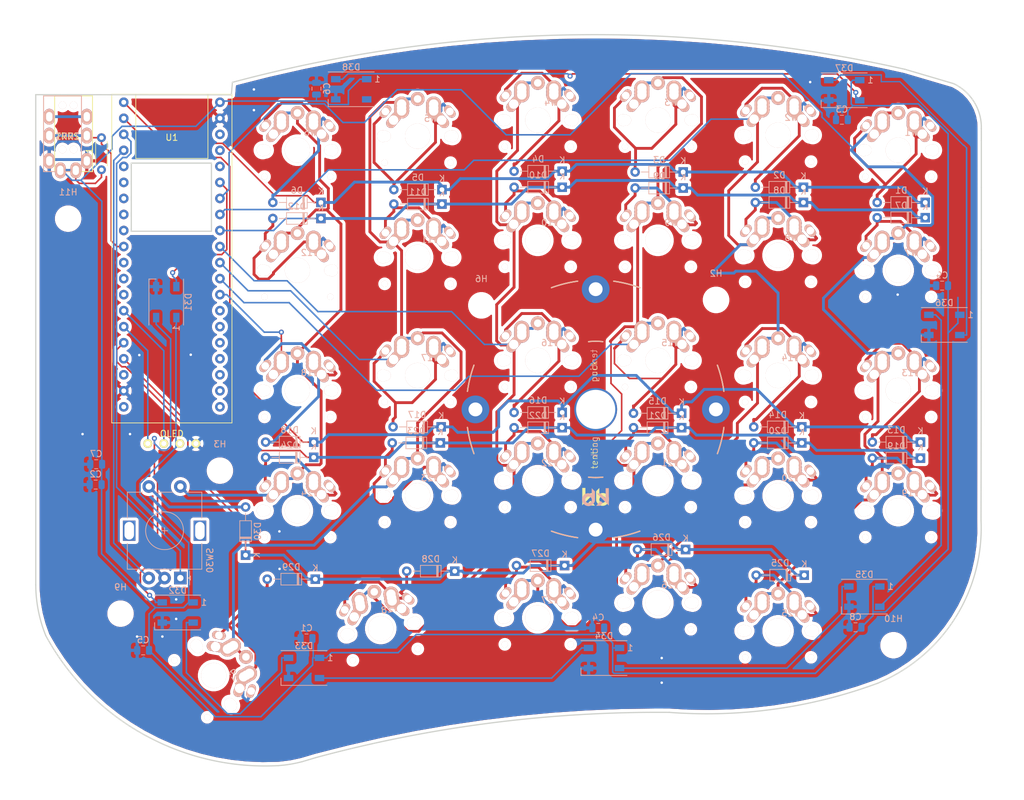
<source format=kicad_pcb>
(kicad_pcb (version 20171130) (host pcbnew 5.1.5+dfsg1-2build2)
  (layers (0 F.Cu signal) (31 B.Cu signal) (34 B.Paste user hide) (35 F.Paste user hide) (36 B.SilkS user) (37 F.SilkS user) (38 B.Mask user hide) (39 F.Mask user hide) (44 Edge.Cuts user))
  (net 0 "")
  (net 1 GND)
  (net 2 +5V)
  (net 3 "Net-(D1-Pad2)")
  (net 4 row0)
  (net 5 "Net-(D2-Pad2)")
  (net 6 "Net-(D3-Pad2)")
  (net 7 "Net-(D4-Pad2)")
  (net 8 "Net-(D5-Pad2)")
  (net 9 "Net-(D6-Pad2)")
  (net 10 "Net-(D7-Pad2)")
  (net 11 row4)
  (net 12 "Net-(D8-Pad2)")
  (net 13 "Net-(D9-Pad2)")
  (net 14 "Net-(D12-Pad2)")
  (net 15 RGB)
  (net 16 "Net-(D17-Pad2)")
  (net 17 row1)
  (net 18 "Net-(D18-Pad2)")
  (net 19 "Net-(D19-Pad2)")
  (net 20 "Net-(D20-Pad2)")
  (net 21 "Net-(D21-Pad2)")
  (net 22 "Net-(D22-Pad2)")
  (net 23 "Net-(D23-Pad2)")
  (net 24 "Net-(D33-Pad2)")
  (net 25 row2)
  (net 26 "Net-(D34-Pad2)")
  (net 27 "Net-(D35-Pad2)")
  (net 28 "Net-(D36-Pad2)")
  (net 29 "Net-(D37-Pad2)")
  (net 30 "Net-(D38-Pad2)")
  (net 31 row3)
  (net 32 col0)
  (net 33 col1)
  (net 34 col2)
  (net 35 col3)
  (net 36 col4)
  (net 37 col5)
  (net 38 ROT1A)
  (net 39 ROT1B)
  (net 40 "Net-(D10-Pad2)")
  (net 41 "Net-(D11-Pad2)")
  (net 42 "Net-(D13-Pad2)")
  (net 43 "Net-(D14-Pad2)")
  (net 44 "Net-(D15-Pad2)")
  (net 45 "Net-(D16-Pad2)")
  (net 46 "Net-(D24-Pad2)")
  (net 47 "Net-(D25-Pad2)")
  (net 48 "Net-(D26-Pad2)")
  (net 49 "Net-(D27-Pad2)")
  (net 50 "Net-(D28-Pad2)")
  (net 51 "Net-(D29-Pad2)")
  (net 52 "Net-(D30-Pad2)")
  (net 53 "Net-(D31-Pad2)")
  (net 54 "Net-(D32-Pad2)")
  (net 55 "Net-(U1-Pad36)")
  (net 56 "Net-(U1-Pad35)")
  (net 57 "Net-(U1-Pad34)")
  (net 58 "Net-(U1-Pad33)")
  (net 59 "Net-(U1-Pad32)")
  (net 60 "Net-(U1-Pad23)")
  (net 61 "Net-(U1-Pad21)")
  (net 62 "Net-(U1-Pad20)")
  (net 63 "Net-(U1-Pad5)")
  (net 64 "Net-(U1-Pad3)")
  (net 65 "Net-(J1-PadC)")
  (net 66 "Net-(J1-PadB)")
  (net 67 "Net-(U1-Pad30)")
  (net 68 "Net-(U1-Pad29)")
  (net 69 "Net-(U1-Pad28)")
  (net 70 "Net-(U1-Pad19)")
  (net 71 "Net-(U1-Pad18)")
  (net 72 "Net-(U1-Pad17)")
  (net 73 "Net-(U1-Pad15)")
  (net 74 "Net-(U1-Pad14)")
  (net 75 SCL)
  (net 76 SDA)
  (net 77 "Net-(U1-Pad4)")
  (module gcp:Tenting_Puck (layer F.Cu) (at 177.3682 95.8342)
    (fp_text reference REF**)
    (fp_text value "Tenting Puck")
    (fp_text user puck (at -0.1905 6.0325 90 unlocked) (layer B.SilkS) (effects (font (thickness 0.1)) (justify mirror)))
    (fp_text user tenting (at -0.254 -6.9215 90) (layer B.SilkS) (effects (font (thickness 0.1)) (justify mirror)))
    (fp_text user puck (at -0.254 -6.0325 90) (layer F.SilkS) (effects (font (thickness 0.1))))
    (fp_text user tenting (at -0.1905 6.858 90) (layer F.SilkS) (effects (font (thickness 0.1))))
    (pad 1 thru_hole circle (at -19.05 0) (size 4.4 4.4) (drill 2.2) (layers *.Cu *.Mask))
    (pad 1 thru_hole circle (at 0 19.05) (size 4.4 4.4) (drill 2.2) (layers *.Cu *.Mask))
    (pad 1 thru_hole circle (at 19.05 0) (size 4.4 4.4) (drill 2.2) (layers *.Cu *.Mask))
    (pad 1 thru_hole circle (at 0 -19.05) (size 4.4 4.4) (drill 2.2) (layers *.Cu *.Mask))
    (pad "" thru_hole circle (at 0 0) (size 6.8 6.8) (drill 6.2) (layers *.Cu *.Mask))
  )
  (module tkw:Blackpill (layer F.Cu) (at 110.211 52.2478)
    (fp_text reference U1 (at 0 0.5) (layer F.SilkS))
    (fp_text value WeActBlackPill)
    (pad 40 thru_hole circle (at -7.62 -5.08) (size 1.524 1.524) (drill 0.762) (layers *.Cu *.Mask) (net 4 row0))
    (pad 39 thru_hole circle (at -7.62 -2.54) (size 1.524 1.524) (drill 0.762) (layers *.Cu *.Mask) (net 25 row2))
    (pad 38 thru_hole circle (at -7.62 0) (size 1.524 1.524) (drill 0.762) (layers *.Cu *.Mask) (net 38 ROT1A))
    (pad 37 thru_hole circle (at -7.62 2.54) (size 1.524 1.524) (drill 0.762) (layers *.Cu *.Mask) (net 39 ROT1B))
    (pad 36 thru_hole circle (at -7.62 5.08) (size 1.524 1.524) (drill 0.762) (layers *.Cu *.Mask) (net 55 "Net-(U1-Pad36)"))
    (pad 35 thru_hole circle (at -7.62 7.62) (size 1.524 1.524) (drill 0.762) (layers *.Cu *.Mask) (net 56 "Net-(U1-Pad35)"))
    (pad 34 thru_hole circle (at -7.62 10.16) (size 1.524 1.524) (drill 0.762) (layers *.Cu *.Mask) (net 57 "Net-(U1-Pad34)"))
    (pad 33 thru_hole circle (at -7.62 12.7) (size 1.524 1.524) (drill 0.762) (layers *.Cu *.Mask) (net 58 "Net-(U1-Pad33)"))
    (pad 32 thru_hole circle (at -7.62 15.24) (size 1.524 1.524) (drill 0.762) (layers *.Cu *.Mask) (net 59 "Net-(U1-Pad32)"))
    (pad 31 thru_hole circle (at -7.62 17.78) (size 1.524 1.524) (drill 0.762) (layers *.Cu *.Mask) (net 65 "Net-(J1-PadC)"))
    (pad 30 thru_hole circle (at -7.62 20.32) (size 1.524 1.524) (drill 0.762) (layers *.Cu *.Mask) (net 67 "Net-(U1-Pad30)"))
    (pad 29 thru_hole circle (at -7.62 22.86) (size 1.524 1.524) (drill 0.762) (layers *.Cu *.Mask) (net 68 "Net-(U1-Pad29)"))
    (pad 28 thru_hole circle (at -7.62 25.4) (size 1.524 1.524) (drill 0.762) (layers *.Cu *.Mask) (net 69 "Net-(U1-Pad28)"))
    (pad 27 thru_hole circle (at -7.62 27.94) (size 1.524 1.524) (drill 0.762) (layers *.Cu *.Mask) (net 75 SCL))
    (pad 26 thru_hole circle (at -7.62 30.48) (size 1.524 1.524) (drill 0.762) (layers *.Cu *.Mask) (net 76 SDA))
    (pad 25 thru_hole circle (at -7.62 33.02) (size 1.524 1.524) (drill 0.762) (layers *.Cu *.Mask) (net 11 row4))
    (pad 24 thru_hole circle (at -7.62 35.56) (size 1.524 1.524) (drill 0.762) (layers *.Cu *.Mask) (net 31 row3))
    (pad 23 thru_hole circle (at -7.62 38.1) (size 1.524 1.524) (drill 0.762) (layers *.Cu *.Mask) (net 60 "Net-(U1-Pad23)"))
    (pad 22 thru_hole circle (at -7.62 40.64) (size 1.524 1.524) (drill 0.762) (layers *.Cu *.Mask) (net 1 GND))
    (pad 21 thru_hole circle (at -7.62 43.18) (size 1.524 1.524) (drill 0.762) (layers *.Cu *.Mask) (net 61 "Net-(U1-Pad21)"))
    (pad 20 thru_hole circle (at 7.62 43.18) (size 1.524 1.524) (drill 0.762) (layers *.Cu *.Mask) (net 62 "Net-(U1-Pad20)"))
    (pad 19 thru_hole circle (at 7.62 40.64) (size 1.524 1.524) (drill 0.762) (layers *.Cu *.Mask) (net 70 "Net-(U1-Pad19)"))
    (pad 18 thru_hole circle (at 7.62 38.1) (size 1.524 1.524) (drill 0.762) (layers *.Cu *.Mask) (net 71 "Net-(U1-Pad18)"))
    (pad 17 thru_hole circle (at 7.62 35.56) (size 1.524 1.524) (drill 0.762) (layers *.Cu *.Mask) (net 72 "Net-(U1-Pad17)"))
    (pad 16 thru_hole circle (at 7.62 33.02) (size 1.524 1.524) (drill 0.762) (layers *.Cu *.Mask))
    (pad 15 thru_hole circle (at 7.62 30.48) (size 1.524 1.524) (drill 0.762) (layers *.Cu *.Mask) (net 73 "Net-(U1-Pad15)"))
    (pad 14 thru_hole circle (at 7.62 27.94) (size 1.524 1.524) (drill 0.762) (layers *.Cu *.Mask) (net 74 "Net-(U1-Pad14)"))
    (pad 13 thru_hole circle (at 7.62 25.4) (size 1.524 1.524) (drill 0.762) (layers *.Cu *.Mask) (net 37 col5))
    (pad 12 thru_hole circle (at 7.62 22.86) (size 1.524 1.524) (drill 0.762) (layers *.Cu *.Mask) (net 34 col2))
    (pad 11 thru_hole circle (at 7.62 20.32) (size 1.524 1.524) (drill 0.762) (layers *.Cu *.Mask) (net 36 col4))
    (pad 10 thru_hole circle (at 7.62 17.78) (size 1.524 1.524) (drill 0.762) (layers *.Cu *.Mask) (net 35 col3))
    (pad 9 thru_hole circle (at 7.62 15.24) (size 1.524 1.524) (drill 0.762) (layers *.Cu *.Mask) (net 17 row1))
    (pad 8 thru_hole circle (at 7.62 12.7) (size 1.524 1.524) (drill 0.762) (layers *.Cu *.Mask) (net 33 col1))
    (pad 7 thru_hole circle (at 7.62 10.16) (size 1.524 1.524) (drill 0.762) (layers *.Cu *.Mask) (net 32 col0))
    (pad 6 thru_hole circle (at 7.62 7.62) (size 1.524 1.524) (drill 0.762) (layers *.Cu *.Mask) (net 15 RGB))
    (pad 5 thru_hole circle (at 7.62 5.08) (size 1.524 1.524) (drill 0.762) (layers *.Cu *.Mask) (net 63 "Net-(U1-Pad5)"))
    (pad 4 thru_hole circle (at 7.62 2.54) (size 1.524 1.524) (drill 0.762) (layers *.Cu *.Mask) (net 77 "Net-(U1-Pad4)"))
    (pad 3 thru_hole circle (at 7.62 0) (size 1.524 1.524) (drill 0.762) (layers *.Cu *.Mask) (net 64 "Net-(U1-Pad3)"))
    (pad 2 thru_hole circle (at 7.62 -2.54) (size 1.524 1.524) (drill 0.762) (layers *.Cu *.Mask) (net 1 GND))
    (pad 1 thru_hole circle (at 7.62 -5.08) (size 1.524 1.524) (drill 0.762) (layers *.Cu *.Mask) (net 2 +5V))
  )
  (module Resistor_THT:R_Axial_DIN0204_L3.6mm_D1.6mm_P5.08mm_Horizontal (layer F.Cu) (at 99.06 57.8612 90)
    (fp_text reference R1 (at 2.54 -1.92 90) (layer F.SilkS))
    (fp_text value R_Small)
    (pad 2 thru_hole oval (at 5.08 0 90) (size 1.4 1.4) (drill 0.7) (layers *.Cu *.Mask) (net 65 "Net-(J1-PadC)"))
    (pad 1 thru_hole circle (at 0 0 90) (size 1.4 1.4) (drill 0.7) (layers *.Cu *.Mask) (net 2 +5V))
  )
  (module foostan:OLED_v2 (layer F.Cu) (at 110.211 101.244)
    (fp_text reference OL1)
    (fp_text value OLED hide)
    (fp_text user OLED (at 0 -1.55) (layer F.SilkS))
    (pad 4 thru_hole circle (at 3.81 0) (size 1.397 1.397) (drill 0.8128) (layers *.Cu F.SilkS B.Mask) (net 1 GND))
    (pad 3 thru_hole circle (at 1.27 0) (size 1.397 1.397) (drill 0.8128) (layers *.Cu F.SilkS B.Mask) (net 2 +5V))
    (pad 2 thru_hole circle (at -1.27 0) (size 1.397 1.397) (drill 0.8128) (layers *.Cu F.SilkS B.Mask) (net 75 SCL))
    (pad 1 thru_hole circle (at -3.81 0) (size 1.397 1.397) (drill 0.8128) (layers *.Cu F.SilkS B.Mask) (net 76 SDA))
  )
  (module foostan:MJ-4PP-9 (layer B.Cu) (at 92.8876 46.1518 180)
    (fp_text reference J1)
    (fp_text value MJ-4PP-9 hide)
    (fp_text user TRRS (at -0.75 -6.45) (layer B.SilkS) (effects (justify mirror)))
    (fp_text user TRRS (at -0.8255 -6.4135) (layer F.SilkS))
    (pad A thru_hole oval (at -2.1 -11.8 180) (size 1.7 2.5) (drill oval 1 1.5) (layers *.Cu *.Mask B.SilkS) (net 2 +5V) (clearance 0.15))
    (pad D thru_hole oval (at 2.1 -10.3 180) (size 1.7 2.5) (drill oval 1 1.5) (layers *.Cu *.Mask B.SilkS) (net 1 GND) (clearance 0.15))
    (pad C thru_hole oval (at 2.1 -6.3 180) (size 1.7 2.5) (drill oval 1 1.5) (layers *.Cu *.Mask B.SilkS) (net 65 "Net-(J1-PadC)"))
    (pad B thru_hole oval (at 2.1 -3.3 180) (size 1.7 2.5) (drill oval 1 1.5) (layers *.Cu *.Mask B.SilkS) (net 66 "Net-(J1-PadB)"))
    (pad "" np_thru_hole circle (at 0 -8.5 180) (size 1.2 1.2) (drill 1.2) (layers *.Cu *.Mask B.SilkS))
    (pad "" np_thru_hole circle (at 0 -1.5 180) (size 1.2 1.2) (drill 1.2) (layers *.Cu *.Mask B.SilkS))
    (pad C thru_hole oval (at -3.85 -6.3 180) (size 1.7 2.5) (drill oval 1 1.5) (layers *.Cu *.Mask B.SilkS) (net 65 "Net-(J1-PadC)"))
    (pad B thru_hole oval (at -3.85 -3.3 180) (size 1.7 2.5) (drill oval 1 1.5) (layers *.Cu *.Mask B.SilkS) (net 66 "Net-(J1-PadB)"))
    (pad A thru_hole oval (at 0.35 -11.8 180) (size 1.7 2.5) (drill oval 1 1.5) (layers *.Cu *.Mask B.SilkS) (net 2 +5V) (clearance 0.15))
    (pad D thru_hole oval (at -3.85 -10.3 180) (size 1.7 2.5) (drill oval 1 1.5) (layers *.Cu *.Mask B.SilkS) (net 1 GND) (clearance 0.15))
    (pad "" np_thru_hole circle (at -1.75 -1.5 180) (size 1.2 1.2) (drill 1.2) (layers *.Cu *.Mask B.SilkS))
    (pad "" np_thru_hole circle (at -1.75 -8.5 180) (size 1.2 1.2) (drill 1.2) (layers *.Cu *.Mask B.SilkS))
  )
  (module foostan:MX_ALPS_PG1350_noLed (layer B.Cu) (at 116.84 137.998 120)
    (fp_text reference SW29 (at -2.54 2.794 300) (layer B.SilkS) (effects (justify mirror)))
    (fp_text value C)
    (pad "" np_thru_hole circle (at -5.22 -4.2 120) (size 1 1) (drill 1) (layers *.Cu *.Mask B.SilkS))
    (pad "" np_thru_hole circle (at 5.22 -4.2 120) (size 1 1) (drill 1) (layers *.Cu *.Mask B.SilkS))
    (pad "" np_thru_hole circle (at -5.08 0 120) (size 1.7 1.7) (drill 1.7) (layers *.Cu *.Mask B.SilkS))
    (pad "" np_thru_hole circle (at 5.08 0 120) (size 1.7 1.7) (drill 1.7) (layers *.Cu *.Mask B.SilkS))
    (pad 1 thru_hole circle (at -2.54 4.5 120) (size 2.4 2.4) (drill 1.5) (layers *.Cu *.Mask B.SilkS) (net 51 "Net-(D29-Pad2)"))
    (pad 1 thru_hole circle (at -2.54 4 120) (size 2.4 2.4) (drill 1.5) (layers *.Cu *.Mask B.SilkS) (net 51 "Net-(D29-Pad2)"))
    (pad 2 thru_hole circle (at 2.54 4 120) (size 2.4 2.4) (drill 1.5) (layers *.Cu *.Mask B.SilkS) (net 36 col4))
    (pad 2 thru_hole circle (at 2.54 4.5 120) (size 2.4 2.4) (drill 1.5) (layers *.Cu *.Mask B.SilkS) (net 36 col4))
    (pad 2 thru_hole oval (at 3.81 2.54 170) (size 2.8 1.55) (drill 1.5) (layers *.Cu *.Mask B.SilkS) (net 36 col4))
    (pad 1 thru_hole circle (at -2.54 5.08 120) (size 2.4 2.4) (drill 1.5) (layers *.Cu *.Mask B.SilkS) (net 51 "Net-(D29-Pad2)"))
    (pad 1 thru_hole oval (at -3.81 2.54 70) (size 2.8 1.55) (drill 1.5) (layers *.Cu *.Mask B.SilkS) (net 51 "Net-(D29-Pad2)"))
    (pad 2 thru_hole circle (at 2.54 5.08 120) (size 2.4 2.4) (drill 1.5) (layers *.Cu *.Mask B.SilkS) (net 36 col4))
    (pad 2 thru_hole circle (at 0 5.9 30) (size 2.2 2.2) (drill 1.2) (layers *.Cu *.Mask B.SilkS) (net 36 col4))
    (pad 1 thru_hole oval (at -5.1 3.9 70) (size 2.2 1.25) (drill 1.2) (layers *.Cu *.Mask B.SilkS) (net 51 "Net-(D29-Pad2)"))
    (pad "" np_thru_hole circle (at 5.5 0 30) (size 1.9 1.9) (drill 1.9) (layers *.Cu *.Mask B.SilkS))
    (pad "" np_thru_hole circle (at -5.5 0 30) (size 1.9 1.9) (drill 1.9) (layers *.Cu *.Mask B.SilkS))
    (pad "" np_thru_hole circle (at 0 0 30) (size 4 4) (drill 4) (layers *.Cu *.Mask B.SilkS))
    (pad 1 thru_hole oval (at 5.1 3.9 170) (size 2.2 1.25) (drill 1.2) (layers *.Cu *.Mask B.SilkS) (net 51 "Net-(D29-Pad2)"))
  )
  (module foostan:MX_ALPS_PG1350_noLed (layer B.Cu) (at 143.307 130.556 190)
    (fp_text reference SW28 (at -2.54 2.794 190) (layer B.SilkS) (effects (justify mirror)))
    (fp_text value X)
    (pad "" np_thru_hole circle (at -5.22 -4.2 190) (size 1 1) (drill 1) (layers *.Cu *.Mask B.SilkS))
    (pad "" np_thru_hole circle (at 5.22 -4.2 190) (size 1 1) (drill 1) (layers *.Cu *.Mask B.SilkS))
    (pad "" np_thru_hole circle (at -5.08 0 190) (size 1.7 1.7) (drill 1.7) (layers *.Cu *.Mask B.SilkS))
    (pad "" np_thru_hole circle (at 5.08 0 190) (size 1.7 1.7) (drill 1.7) (layers *.Cu *.Mask B.SilkS))
    (pad 1 thru_hole circle (at -2.54 4.5 190) (size 2.4 2.4) (drill 1.5) (layers *.Cu *.Mask B.SilkS) (net 50 "Net-(D28-Pad2)"))
    (pad 1 thru_hole circle (at -2.54 4 190) (size 2.4 2.4) (drill 1.5) (layers *.Cu *.Mask B.SilkS) (net 50 "Net-(D28-Pad2)"))
    (pad 2 thru_hole circle (at 2.54 4 190) (size 2.4 2.4) (drill 1.5) (layers *.Cu *.Mask B.SilkS) (net 35 col3))
    (pad 2 thru_hole circle (at 2.54 4.5 190) (size 2.4 2.4) (drill 1.5) (layers *.Cu *.Mask B.SilkS) (net 35 col3))
    (pad 2 thru_hole oval (at 3.81 2.54 240) (size 2.8 1.55) (drill 1.5) (layers *.Cu *.Mask B.SilkS) (net 35 col3))
    (pad 1 thru_hole circle (at -2.54 5.08 190) (size 2.4 2.4) (drill 1.5) (layers *.Cu *.Mask B.SilkS) (net 50 "Net-(D28-Pad2)"))
    (pad 1 thru_hole oval (at -3.81 2.54 140) (size 2.8 1.55) (drill 1.5) (layers *.Cu *.Mask B.SilkS) (net 50 "Net-(D28-Pad2)"))
    (pad 2 thru_hole circle (at 2.54 5.08 190) (size 2.4 2.4) (drill 1.5) (layers *.Cu *.Mask B.SilkS) (net 35 col3))
    (pad 2 thru_hole circle (at 0 5.9 100) (size 2.2 2.2) (drill 1.2) (layers *.Cu *.Mask B.SilkS) (net 35 col3))
    (pad 1 thru_hole oval (at -5.1 3.9 140) (size 2.2 1.25) (drill 1.2) (layers *.Cu *.Mask B.SilkS) (net 50 "Net-(D28-Pad2)"))
    (pad "" np_thru_hole circle (at 5.5 0 100) (size 1.9 1.9) (drill 1.9) (layers *.Cu *.Mask B.SilkS))
    (pad "" np_thru_hole circle (at -5.5 0 100) (size 1.9 1.9) (drill 1.9) (layers *.Cu *.Mask B.SilkS))
    (pad "" np_thru_hole circle (at 0 0 100) (size 4 4) (drill 4) (layers *.Cu *.Mask B.SilkS))
    (pad 1 thru_hole oval (at 5.1 3.9 240) (size 2.2 1.25) (drill 1.2) (layers *.Cu *.Mask B.SilkS) (net 50 "Net-(D28-Pad2)"))
  )
  (module foostan:MX_ALPS_PG1350_noLed (layer B.Cu) (at 168.193 128.858 180)
    (fp_text reference SW27 (at -2.54 2.794) (layer B.SilkS) (effects (justify mirror)))
    (fp_text value ALT)
    (pad "" np_thru_hole circle (at -5.22 -4.2 180) (size 1 1) (drill 1) (layers *.Cu *.Mask B.SilkS))
    (pad "" np_thru_hole circle (at 5.22 -4.2 180) (size 1 1) (drill 1) (layers *.Cu *.Mask B.SilkS))
    (pad "" np_thru_hole circle (at -5.08 0 180) (size 1.7 1.7) (drill 1.7) (layers *.Cu *.Mask B.SilkS))
    (pad "" np_thru_hole circle (at 5.08 0 180) (size 1.7 1.7) (drill 1.7) (layers *.Cu *.Mask B.SilkS))
    (pad 1 thru_hole circle (at -2.54 4.5 180) (size 2.4 2.4) (drill 1.5) (layers *.Cu *.Mask B.SilkS) (net 49 "Net-(D27-Pad2)"))
    (pad 1 thru_hole circle (at -2.54 4 180) (size 2.4 2.4) (drill 1.5) (layers *.Cu *.Mask B.SilkS) (net 49 "Net-(D27-Pad2)"))
    (pad 2 thru_hole circle (at 2.54 4 180) (size 2.4 2.4) (drill 1.5) (layers *.Cu *.Mask B.SilkS) (net 34 col2))
    (pad 2 thru_hole circle (at 2.54 4.5 180) (size 2.4 2.4) (drill 1.5) (layers *.Cu *.Mask B.SilkS) (net 34 col2))
    (pad 2 thru_hole oval (at 3.81 2.54 230) (size 2.8 1.55) (drill 1.5) (layers *.Cu *.Mask B.SilkS) (net 34 col2))
    (pad 1 thru_hole circle (at -2.54 5.08 180) (size 2.4 2.4) (drill 1.5) (layers *.Cu *.Mask B.SilkS) (net 49 "Net-(D27-Pad2)"))
    (pad 1 thru_hole oval (at -3.81 2.54 130) (size 2.8 1.55) (drill 1.5) (layers *.Cu *.Mask B.SilkS) (net 49 "Net-(D27-Pad2)"))
    (pad 2 thru_hole circle (at 2.54 5.08 180) (size 2.4 2.4) (drill 1.5) (layers *.Cu *.Mask B.SilkS) (net 34 col2))
    (pad 2 thru_hole circle (at 0 5.9 90) (size 2.2 2.2) (drill 1.2) (layers *.Cu *.Mask B.SilkS) (net 34 col2))
    (pad 1 thru_hole oval (at -5.1 3.9 130) (size 2.2 1.25) (drill 1.2) (layers *.Cu *.Mask B.SilkS) (net 49 "Net-(D27-Pad2)"))
    (pad "" np_thru_hole circle (at 5.5 0 90) (size 1.9 1.9) (drill 1.9) (layers *.Cu *.Mask B.SilkS))
    (pad "" np_thru_hole circle (at -5.5 0 90) (size 1.9 1.9) (drill 1.9) (layers *.Cu *.Mask B.SilkS))
    (pad "" np_thru_hole circle (at 0 0 90) (size 4 4) (drill 4) (layers *.Cu *.Mask B.SilkS))
    (pad 1 thru_hole oval (at 5.1 3.9 230) (size 2.2 1.25) (drill 1.2) (layers *.Cu *.Mask B.SilkS) (net 49 "Net-(D27-Pad2)"))
  )
  (module foostan:MX_ALPS_PG1350_noLed (layer B.Cu) (at 187.233 126.478 180)
    (fp_text reference SW26 (at -2.54 2.794) (layer B.SilkS) (effects (justify mirror)))
    (fp_text value SUPER)
    (pad "" np_thru_hole circle (at -5.22 -4.2 180) (size 1 1) (drill 1) (layers *.Cu *.Mask B.SilkS))
    (pad "" np_thru_hole circle (at 5.22 -4.2 180) (size 1 1) (drill 1) (layers *.Cu *.Mask B.SilkS))
    (pad "" np_thru_hole circle (at -5.08 0 180) (size 1.7 1.7) (drill 1.7) (layers *.Cu *.Mask B.SilkS))
    (pad "" np_thru_hole circle (at 5.08 0 180) (size 1.7 1.7) (drill 1.7) (layers *.Cu *.Mask B.SilkS))
    (pad 1 thru_hole circle (at -2.54 4.5 180) (size 2.4 2.4) (drill 1.5) (layers *.Cu *.Mask B.SilkS) (net 48 "Net-(D26-Pad2)"))
    (pad 1 thru_hole circle (at -2.54 4 180) (size 2.4 2.4) (drill 1.5) (layers *.Cu *.Mask B.SilkS) (net 48 "Net-(D26-Pad2)"))
    (pad 2 thru_hole circle (at 2.54 4 180) (size 2.4 2.4) (drill 1.5) (layers *.Cu *.Mask B.SilkS) (net 33 col1))
    (pad 2 thru_hole circle (at 2.54 4.5 180) (size 2.4 2.4) (drill 1.5) (layers *.Cu *.Mask B.SilkS) (net 33 col1))
    (pad 2 thru_hole oval (at 3.81 2.54 230) (size 2.8 1.55) (drill 1.5) (layers *.Cu *.Mask B.SilkS) (net 33 col1))
    (pad 1 thru_hole circle (at -2.54 5.08 180) (size 2.4 2.4) (drill 1.5) (layers *.Cu *.Mask B.SilkS) (net 48 "Net-(D26-Pad2)"))
    (pad 1 thru_hole oval (at -3.81 2.54 130) (size 2.8 1.55) (drill 1.5) (layers *.Cu *.Mask B.SilkS) (net 48 "Net-(D26-Pad2)"))
    (pad 2 thru_hole circle (at 2.54 5.08 180) (size 2.4 2.4) (drill 1.5) (layers *.Cu *.Mask B.SilkS) (net 33 col1))
    (pad 2 thru_hole circle (at 0 5.9 90) (size 2.2 2.2) (drill 1.2) (layers *.Cu *.Mask B.SilkS) (net 33 col1))
    (pad 1 thru_hole oval (at -5.1 3.9 130) (size 2.2 1.25) (drill 1.2) (layers *.Cu *.Mask B.SilkS) (net 48 "Net-(D26-Pad2)"))
    (pad "" np_thru_hole circle (at 5.5 0 90) (size 1.9 1.9) (drill 1.9) (layers *.Cu *.Mask B.SilkS))
    (pad "" np_thru_hole circle (at -5.5 0 90) (size 1.9 1.9) (drill 1.9) (layers *.Cu *.Mask B.SilkS))
    (pad "" np_thru_hole circle (at 0 0 90) (size 4 4) (drill 4) (layers *.Cu *.Mask B.SilkS))
    (pad 1 thru_hole oval (at 5.1 3.9 230) (size 2.2 1.25) (drill 1.2) (layers *.Cu *.Mask B.SilkS) (net 48 "Net-(D26-Pad2)"))
  )
  (module foostan:MX_ALPS_PG1350_noLed (layer B.Cu) (at 206.273 130.918 180)
    (fp_text reference SW25 (at -2.54 2.794) (layer B.SilkS) (effects (justify mirror)))
    (fp_text value CTRL)
    (pad "" np_thru_hole circle (at -5.22 -4.2 180) (size 1 1) (drill 1) (layers *.Cu *.Mask B.SilkS))
    (pad "" np_thru_hole circle (at 5.22 -4.2 180) (size 1 1) (drill 1) (layers *.Cu *.Mask B.SilkS))
    (pad "" np_thru_hole circle (at -5.08 0 180) (size 1.7 1.7) (drill 1.7) (layers *.Cu *.Mask B.SilkS))
    (pad "" np_thru_hole circle (at 5.08 0 180) (size 1.7 1.7) (drill 1.7) (layers *.Cu *.Mask B.SilkS))
    (pad 1 thru_hole circle (at -2.54 4.5 180) (size 2.4 2.4) (drill 1.5) (layers *.Cu *.Mask B.SilkS) (net 47 "Net-(D25-Pad2)"))
    (pad 1 thru_hole circle (at -2.54 4 180) (size 2.4 2.4) (drill 1.5) (layers *.Cu *.Mask B.SilkS) (net 47 "Net-(D25-Pad2)"))
    (pad 2 thru_hole circle (at 2.54 4 180) (size 2.4 2.4) (drill 1.5) (layers *.Cu *.Mask B.SilkS) (net 32 col0))
    (pad 2 thru_hole circle (at 2.54 4.5 180) (size 2.4 2.4) (drill 1.5) (layers *.Cu *.Mask B.SilkS) (net 32 col0))
    (pad 2 thru_hole oval (at 3.81 2.54 230) (size 2.8 1.55) (drill 1.5) (layers *.Cu *.Mask B.SilkS) (net 32 col0))
    (pad 1 thru_hole circle (at -2.54 5.08 180) (size 2.4 2.4) (drill 1.5) (layers *.Cu *.Mask B.SilkS) (net 47 "Net-(D25-Pad2)"))
    (pad 1 thru_hole oval (at -3.81 2.54 130) (size 2.8 1.55) (drill 1.5) (layers *.Cu *.Mask B.SilkS) (net 47 "Net-(D25-Pad2)"))
    (pad 2 thru_hole circle (at 2.54 5.08 180) (size 2.4 2.4) (drill 1.5) (layers *.Cu *.Mask B.SilkS) (net 32 col0))
    (pad 2 thru_hole circle (at 0 5.9 90) (size 2.2 2.2) (drill 1.2) (layers *.Cu *.Mask B.SilkS) (net 32 col0))
    (pad 1 thru_hole oval (at -5.1 3.9 130) (size 2.2 1.25) (drill 1.2) (layers *.Cu *.Mask B.SilkS) (net 47 "Net-(D25-Pad2)"))
    (pad "" np_thru_hole circle (at 5.5 0 90) (size 1.9 1.9) (drill 1.9) (layers *.Cu *.Mask B.SilkS))
    (pad "" np_thru_hole circle (at -5.5 0 90) (size 1.9 1.9) (drill 1.9) (layers *.Cu *.Mask B.SilkS))
    (pad "" np_thru_hole circle (at 0 0 90) (size 4 4) (drill 4) (layers *.Cu *.Mask B.SilkS))
    (pad 1 thru_hole oval (at 5.1 3.9 230) (size 2.2 1.25) (drill 1.2) (layers *.Cu *.Mask B.SilkS) (net 47 "Net-(D25-Pad2)"))
  )
  (module foostan:MX_ALPS_PG1350_noLed (layer B.Cu) (at 130.113 111.878 180)
    (fp_text reference SW24 (at -2.54 2.794) (layer B.SilkS) (effects (justify mirror)))
    (fp_text value V)
    (pad "" np_thru_hole circle (at -5.22 -4.2 180) (size 1 1) (drill 1) (layers *.Cu *.Mask B.SilkS))
    (pad "" np_thru_hole circle (at 5.22 -4.2 180) (size 1 1) (drill 1) (layers *.Cu *.Mask B.SilkS))
    (pad "" np_thru_hole circle (at -5.08 0 180) (size 1.7 1.7) (drill 1.7) (layers *.Cu *.Mask B.SilkS))
    (pad "" np_thru_hole circle (at 5.08 0 180) (size 1.7 1.7) (drill 1.7) (layers *.Cu *.Mask B.SilkS))
    (pad 1 thru_hole circle (at -2.54 4.5 180) (size 2.4 2.4) (drill 1.5) (layers *.Cu *.Mask B.SilkS) (net 46 "Net-(D24-Pad2)"))
    (pad 1 thru_hole circle (at -2.54 4 180) (size 2.4 2.4) (drill 1.5) (layers *.Cu *.Mask B.SilkS) (net 46 "Net-(D24-Pad2)"))
    (pad 2 thru_hole circle (at 2.54 4 180) (size 2.4 2.4) (drill 1.5) (layers *.Cu *.Mask B.SilkS) (net 37 col5))
    (pad 2 thru_hole circle (at 2.54 4.5 180) (size 2.4 2.4) (drill 1.5) (layers *.Cu *.Mask B.SilkS) (net 37 col5))
    (pad 2 thru_hole oval (at 3.81 2.54 230) (size 2.8 1.55) (drill 1.5) (layers *.Cu *.Mask B.SilkS) (net 37 col5))
    (pad 1 thru_hole circle (at -2.54 5.08 180) (size 2.4 2.4) (drill 1.5) (layers *.Cu *.Mask B.SilkS) (net 46 "Net-(D24-Pad2)"))
    (pad 1 thru_hole oval (at -3.81 2.54 130) (size 2.8 1.55) (drill 1.5) (layers *.Cu *.Mask B.SilkS) (net 46 "Net-(D24-Pad2)"))
    (pad 2 thru_hole circle (at 2.54 5.08 180) (size 2.4 2.4) (drill 1.5) (layers *.Cu *.Mask B.SilkS) (net 37 col5))
    (pad 2 thru_hole circle (at 0 5.9 90) (size 2.2 2.2) (drill 1.2) (layers *.Cu *.Mask B.SilkS) (net 37 col5))
    (pad 1 thru_hole oval (at -5.1 3.9 130) (size 2.2 1.25) (drill 1.2) (layers *.Cu *.Mask B.SilkS) (net 46 "Net-(D24-Pad2)"))
    (pad "" np_thru_hole circle (at 5.5 0 90) (size 1.9 1.9) (drill 1.9) (layers *.Cu *.Mask B.SilkS))
    (pad "" np_thru_hole circle (at -5.5 0 90) (size 1.9 1.9) (drill 1.9) (layers *.Cu *.Mask B.SilkS))
    (pad "" np_thru_hole circle (at 0 0 90) (size 4 4) (drill 4) (layers *.Cu *.Mask B.SilkS))
    (pad 1 thru_hole oval (at 5.1 3.9 230) (size 2.2 1.25) (drill 1.2) (layers *.Cu *.Mask B.SilkS) (net 46 "Net-(D24-Pad2)"))
  )
  (module foostan:MX_ALPS_PG1350_noLed (layer B.Cu) (at 149.153 109.498 180)
    (fp_text reference SW23 (at -2.54 2.794) (layer B.SilkS) (effects (justify mirror)))
    (fp_text value C)
    (pad "" np_thru_hole circle (at -5.22 -4.2 180) (size 1 1) (drill 1) (layers *.Cu *.Mask B.SilkS))
    (pad "" np_thru_hole circle (at 5.22 -4.2 180) (size 1 1) (drill 1) (layers *.Cu *.Mask B.SilkS))
    (pad "" np_thru_hole circle (at -5.08 0 180) (size 1.7 1.7) (drill 1.7) (layers *.Cu *.Mask B.SilkS))
    (pad "" np_thru_hole circle (at 5.08 0 180) (size 1.7 1.7) (drill 1.7) (layers *.Cu *.Mask B.SilkS))
    (pad 1 thru_hole circle (at -2.54 4.5 180) (size 2.4 2.4) (drill 1.5) (layers *.Cu *.Mask B.SilkS) (net 23 "Net-(D23-Pad2)"))
    (pad 1 thru_hole circle (at -2.54 4 180) (size 2.4 2.4) (drill 1.5) (layers *.Cu *.Mask B.SilkS) (net 23 "Net-(D23-Pad2)"))
    (pad 2 thru_hole circle (at 2.54 4 180) (size 2.4 2.4) (drill 1.5) (layers *.Cu *.Mask B.SilkS) (net 36 col4))
    (pad 2 thru_hole circle (at 2.54 4.5 180) (size 2.4 2.4) (drill 1.5) (layers *.Cu *.Mask B.SilkS) (net 36 col4))
    (pad 2 thru_hole oval (at 3.81 2.54 230) (size 2.8 1.55) (drill 1.5) (layers *.Cu *.Mask B.SilkS) (net 36 col4))
    (pad 1 thru_hole circle (at -2.54 5.08 180) (size 2.4 2.4) (drill 1.5) (layers *.Cu *.Mask B.SilkS) (net 23 "Net-(D23-Pad2)"))
    (pad 1 thru_hole oval (at -3.81 2.54 130) (size 2.8 1.55) (drill 1.5) (layers *.Cu *.Mask B.SilkS) (net 23 "Net-(D23-Pad2)"))
    (pad 2 thru_hole circle (at 2.54 5.08 180) (size 2.4 2.4) (drill 1.5) (layers *.Cu *.Mask B.SilkS) (net 36 col4))
    (pad 2 thru_hole circle (at 0 5.9 90) (size 2.2 2.2) (drill 1.2) (layers *.Cu *.Mask B.SilkS) (net 36 col4))
    (pad 1 thru_hole oval (at -5.1 3.9 130) (size 2.2 1.25) (drill 1.2) (layers *.Cu *.Mask B.SilkS) (net 23 "Net-(D23-Pad2)"))
    (pad "" np_thru_hole circle (at 5.5 0 90) (size 1.9 1.9) (drill 1.9) (layers *.Cu *.Mask B.SilkS))
    (pad "" np_thru_hole circle (at -5.5 0 90) (size 1.9 1.9) (drill 1.9) (layers *.Cu *.Mask B.SilkS))
    (pad "" np_thru_hole circle (at 0 0 90) (size 4 4) (drill 4) (layers *.Cu *.Mask B.SilkS))
    (pad 1 thru_hole oval (at 5.1 3.9 230) (size 2.2 1.25) (drill 1.2) (layers *.Cu *.Mask B.SilkS) (net 23 "Net-(D23-Pad2)"))
  )
  (module foostan:MX_ALPS_PG1350_noLed (layer B.Cu) (at 168.193 107.118 180)
    (fp_text reference SW22 (at -2.54 2.794) (layer B.SilkS) (effects (justify mirror)))
    (fp_text value X)
    (pad "" np_thru_hole circle (at -5.22 -4.2 180) (size 1 1) (drill 1) (layers *.Cu *.Mask B.SilkS))
    (pad "" np_thru_hole circle (at 5.22 -4.2 180) (size 1 1) (drill 1) (layers *.Cu *.Mask B.SilkS))
    (pad "" np_thru_hole circle (at -5.08 0 180) (size 1.7 1.7) (drill 1.7) (layers *.Cu *.Mask B.SilkS))
    (pad "" np_thru_hole circle (at 5.08 0 180) (size 1.7 1.7) (drill 1.7) (layers *.Cu *.Mask B.SilkS))
    (pad 1 thru_hole circle (at -2.54 4.5 180) (size 2.4 2.4) (drill 1.5) (layers *.Cu *.Mask B.SilkS) (net 22 "Net-(D22-Pad2)"))
    (pad 1 thru_hole circle (at -2.54 4 180) (size 2.4 2.4) (drill 1.5) (layers *.Cu *.Mask B.SilkS) (net 22 "Net-(D22-Pad2)"))
    (pad 2 thru_hole circle (at 2.54 4 180) (size 2.4 2.4) (drill 1.5) (layers *.Cu *.Mask B.SilkS) (net 35 col3))
    (pad 2 thru_hole circle (at 2.54 4.5 180) (size 2.4 2.4) (drill 1.5) (layers *.Cu *.Mask B.SilkS) (net 35 col3))
    (pad 2 thru_hole oval (at 3.81 2.54 230) (size 2.8 1.55) (drill 1.5) (layers *.Cu *.Mask B.SilkS) (net 35 col3))
    (pad 1 thru_hole circle (at -2.54 5.08 180) (size 2.4 2.4) (drill 1.5) (layers *.Cu *.Mask B.SilkS) (net 22 "Net-(D22-Pad2)"))
    (pad 1 thru_hole oval (at -3.81 2.54 130) (size 2.8 1.55) (drill 1.5) (layers *.Cu *.Mask B.SilkS) (net 22 "Net-(D22-Pad2)"))
    (pad 2 thru_hole circle (at 2.54 5.08 180) (size 2.4 2.4) (drill 1.5) (layers *.Cu *.Mask B.SilkS) (net 35 col3))
    (pad 2 thru_hole circle (at 0 5.9 90) (size 2.2 2.2) (drill 1.2) (layers *.Cu *.Mask B.SilkS) (net 35 col3))
    (pad 1 thru_hole oval (at -5.1 3.9 130) (size 2.2 1.25) (drill 1.2) (layers *.Cu *.Mask B.SilkS) (net 22 "Net-(D22-Pad2)"))
    (pad "" np_thru_hole circle (at 5.5 0 90) (size 1.9 1.9) (drill 1.9) (layers *.Cu *.Mask B.SilkS))
    (pad "" np_thru_hole circle (at -5.5 0 90) (size 1.9 1.9) (drill 1.9) (layers *.Cu *.Mask B.SilkS))
    (pad "" np_thru_hole circle (at 0 0 90) (size 4 4) (drill 4) (layers *.Cu *.Mask B.SilkS))
    (pad 1 thru_hole oval (at 5.1 3.9 230) (size 2.2 1.25) (drill 1.2) (layers *.Cu *.Mask B.SilkS) (net 22 "Net-(D22-Pad2)"))
  )
  (module foostan:MX_ALPS_PG1350_noLed (layer B.Cu) (at 187.233 107.118 180)
    (fp_text reference SW21 (at -2.54 2.794) (layer B.SilkS) (effects (justify mirror)))
    (fp_text value Z)
    (pad "" np_thru_hole circle (at -5.22 -4.2 180) (size 1 1) (drill 1) (layers *.Cu *.Mask B.SilkS))
    (pad "" np_thru_hole circle (at 5.22 -4.2 180) (size 1 1) (drill 1) (layers *.Cu *.Mask B.SilkS))
    (pad "" np_thru_hole circle (at -5.08 0 180) (size 1.7 1.7) (drill 1.7) (layers *.Cu *.Mask B.SilkS))
    (pad "" np_thru_hole circle (at 5.08 0 180) (size 1.7 1.7) (drill 1.7) (layers *.Cu *.Mask B.SilkS))
    (pad 1 thru_hole circle (at -2.54 4.5 180) (size 2.4 2.4) (drill 1.5) (layers *.Cu *.Mask B.SilkS) (net 21 "Net-(D21-Pad2)"))
    (pad 1 thru_hole circle (at -2.54 4 180) (size 2.4 2.4) (drill 1.5) (layers *.Cu *.Mask B.SilkS) (net 21 "Net-(D21-Pad2)"))
    (pad 2 thru_hole circle (at 2.54 4 180) (size 2.4 2.4) (drill 1.5) (layers *.Cu *.Mask B.SilkS) (net 34 col2))
    (pad 2 thru_hole circle (at 2.54 4.5 180) (size 2.4 2.4) (drill 1.5) (layers *.Cu *.Mask B.SilkS) (net 34 col2))
    (pad 2 thru_hole oval (at 3.81 2.54 230) (size 2.8 1.55) (drill 1.5) (layers *.Cu *.Mask B.SilkS) (net 34 col2))
    (pad 1 thru_hole circle (at -2.54 5.08 180) (size 2.4 2.4) (drill 1.5) (layers *.Cu *.Mask B.SilkS) (net 21 "Net-(D21-Pad2)"))
    (pad 1 thru_hole oval (at -3.81 2.54 130) (size 2.8 1.55) (drill 1.5) (layers *.Cu *.Mask B.SilkS) (net 21 "Net-(D21-Pad2)"))
    (pad 2 thru_hole circle (at 2.54 5.08 180) (size 2.4 2.4) (drill 1.5) (layers *.Cu *.Mask B.SilkS) (net 34 col2))
    (pad 2 thru_hole circle (at 0 5.9 90) (size 2.2 2.2) (drill 1.2) (layers *.Cu *.Mask B.SilkS) (net 34 col2))
    (pad 1 thru_hole oval (at -5.1 3.9 130) (size 2.2 1.25) (drill 1.2) (layers *.Cu *.Mask B.SilkS) (net 21 "Net-(D21-Pad2)"))
    (pad "" np_thru_hole circle (at 5.5 0 90) (size 1.9 1.9) (drill 1.9) (layers *.Cu *.Mask B.SilkS))
    (pad "" np_thru_hole circle (at -5.5 0 90) (size 1.9 1.9) (drill 1.9) (layers *.Cu *.Mask B.SilkS))
    (pad "" np_thru_hole circle (at 0 0 90) (size 4 4) (drill 4) (layers *.Cu *.Mask B.SilkS))
    (pad 1 thru_hole oval (at 5.1 3.9 230) (size 2.2 1.25) (drill 1.2) (layers *.Cu *.Mask B.SilkS) (net 21 "Net-(D21-Pad2)"))
  )
  (module foostan:MX_ALPS_PG1350_noLed (layer B.Cu) (at 206.273 109.498 180)
    (fp_text reference SW20 (at -2.54 2.794) (layer B.SilkS) (effects (justify mirror)))
    (fp_text value <)
    (pad "" np_thru_hole circle (at -5.22 -4.2 180) (size 1 1) (drill 1) (layers *.Cu *.Mask B.SilkS))
    (pad "" np_thru_hole circle (at 5.22 -4.2 180) (size 1 1) (drill 1) (layers *.Cu *.Mask B.SilkS))
    (pad "" np_thru_hole circle (at -5.08 0 180) (size 1.7 1.7) (drill 1.7) (layers *.Cu *.Mask B.SilkS))
    (pad "" np_thru_hole circle (at 5.08 0 180) (size 1.7 1.7) (drill 1.7) (layers *.Cu *.Mask B.SilkS))
    (pad 1 thru_hole circle (at -2.54 4.5 180) (size 2.4 2.4) (drill 1.5) (layers *.Cu *.Mask B.SilkS) (net 20 "Net-(D20-Pad2)"))
    (pad 1 thru_hole circle (at -2.54 4 180) (size 2.4 2.4) (drill 1.5) (layers *.Cu *.Mask B.SilkS) (net 20 "Net-(D20-Pad2)"))
    (pad 2 thru_hole circle (at 2.54 4 180) (size 2.4 2.4) (drill 1.5) (layers *.Cu *.Mask B.SilkS) (net 33 col1))
    (pad 2 thru_hole circle (at 2.54 4.5 180) (size 2.4 2.4) (drill 1.5) (layers *.Cu *.Mask B.SilkS) (net 33 col1))
    (pad 2 thru_hole oval (at 3.81 2.54 230) (size 2.8 1.55) (drill 1.5) (layers *.Cu *.Mask B.SilkS) (net 33 col1))
    (pad 1 thru_hole circle (at -2.54 5.08 180) (size 2.4 2.4) (drill 1.5) (layers *.Cu *.Mask B.SilkS) (net 20 "Net-(D20-Pad2)"))
    (pad 1 thru_hole oval (at -3.81 2.54 130) (size 2.8 1.55) (drill 1.5) (layers *.Cu *.Mask B.SilkS) (net 20 "Net-(D20-Pad2)"))
    (pad 2 thru_hole circle (at 2.54 5.08 180) (size 2.4 2.4) (drill 1.5) (layers *.Cu *.Mask B.SilkS) (net 33 col1))
    (pad 2 thru_hole circle (at 0 5.9 90) (size 2.2 2.2) (drill 1.2) (layers *.Cu *.Mask B.SilkS) (net 33 col1))
    (pad 1 thru_hole oval (at -5.1 3.9 130) (size 2.2 1.25) (drill 1.2) (layers *.Cu *.Mask B.SilkS) (net 20 "Net-(D20-Pad2)"))
    (pad "" np_thru_hole circle (at 5.5 0 90) (size 1.9 1.9) (drill 1.9) (layers *.Cu *.Mask B.SilkS))
    (pad "" np_thru_hole circle (at -5.5 0 90) (size 1.9 1.9) (drill 1.9) (layers *.Cu *.Mask B.SilkS))
    (pad "" np_thru_hole circle (at 0 0 90) (size 4 4) (drill 4) (layers *.Cu *.Mask B.SilkS))
    (pad 1 thru_hole oval (at 5.1 3.9 230) (size 2.2 1.25) (drill 1.2) (layers *.Cu *.Mask B.SilkS) (net 20 "Net-(D20-Pad2)"))
  )
  (module foostan:MX_ALPS_PG1350_noLed (layer B.Cu) (at 225.313 111.878 180)
    (fp_text reference SW19 (at -2.54 2.794) (layer B.SilkS) (effects (justify mirror)))
    (fp_text value SHIFT)
    (pad "" np_thru_hole circle (at -5.22 -4.2 180) (size 1 1) (drill 1) (layers *.Cu *.Mask B.SilkS))
    (pad "" np_thru_hole circle (at 5.22 -4.2 180) (size 1 1) (drill 1) (layers *.Cu *.Mask B.SilkS))
    (pad "" np_thru_hole circle (at -5.08 0 180) (size 1.7 1.7) (drill 1.7) (layers *.Cu *.Mask B.SilkS))
    (pad "" np_thru_hole circle (at 5.08 0 180) (size 1.7 1.7) (drill 1.7) (layers *.Cu *.Mask B.SilkS))
    (pad 1 thru_hole circle (at -2.54 4.5 180) (size 2.4 2.4) (drill 1.5) (layers *.Cu *.Mask B.SilkS) (net 19 "Net-(D19-Pad2)"))
    (pad 1 thru_hole circle (at -2.54 4 180) (size 2.4 2.4) (drill 1.5) (layers *.Cu *.Mask B.SilkS) (net 19 "Net-(D19-Pad2)"))
    (pad 2 thru_hole circle (at 2.54 4 180) (size 2.4 2.4) (drill 1.5) (layers *.Cu *.Mask B.SilkS) (net 32 col0))
    (pad 2 thru_hole circle (at 2.54 4.5 180) (size 2.4 2.4) (drill 1.5) (layers *.Cu *.Mask B.SilkS) (net 32 col0))
    (pad 2 thru_hole oval (at 3.81 2.54 230) (size 2.8 1.55) (drill 1.5) (layers *.Cu *.Mask B.SilkS) (net 32 col0))
    (pad 1 thru_hole circle (at -2.54 5.08 180) (size 2.4 2.4) (drill 1.5) (layers *.Cu *.Mask B.SilkS) (net 19 "Net-(D19-Pad2)"))
    (pad 1 thru_hole oval (at -3.81 2.54 130) (size 2.8 1.55) (drill 1.5) (layers *.Cu *.Mask B.SilkS) (net 19 "Net-(D19-Pad2)"))
    (pad 2 thru_hole circle (at 2.54 5.08 180) (size 2.4 2.4) (drill 1.5) (layers *.Cu *.Mask B.SilkS) (net 32 col0))
    (pad 2 thru_hole circle (at 0 5.9 90) (size 2.2 2.2) (drill 1.2) (layers *.Cu *.Mask B.SilkS) (net 32 col0))
    (pad 1 thru_hole oval (at -5.1 3.9 130) (size 2.2 1.25) (drill 1.2) (layers *.Cu *.Mask B.SilkS) (net 19 "Net-(D19-Pad2)"))
    (pad "" np_thru_hole circle (at 5.5 0 90) (size 1.9 1.9) (drill 1.9) (layers *.Cu *.Mask B.SilkS))
    (pad "" np_thru_hole circle (at -5.5 0 90) (size 1.9 1.9) (drill 1.9) (layers *.Cu *.Mask B.SilkS))
    (pad "" np_thru_hole circle (at 0 0 90) (size 4 4) (drill 4) (layers *.Cu *.Mask B.SilkS))
    (pad 1 thru_hole oval (at 5.1 3.9 230) (size 2.2 1.25) (drill 1.2) (layers *.Cu *.Mask B.SilkS) (net 19 "Net-(D19-Pad2)"))
  )
  (module foostan:MX_ALPS_PG1350_noLed (layer B.Cu) (at 130.113 92.8378 180)
    (fp_text reference SW18 (at -2.54 2.794) (layer B.SilkS) (effects (justify mirror)))
    (fp_text value G)
    (pad "" np_thru_hole circle (at -5.22 -4.2 180) (size 1 1) (drill 1) (layers *.Cu *.Mask B.SilkS))
    (pad "" np_thru_hole circle (at 5.22 -4.2 180) (size 1 1) (drill 1) (layers *.Cu *.Mask B.SilkS))
    (pad "" np_thru_hole circle (at -5.08 0 180) (size 1.7 1.7) (drill 1.7) (layers *.Cu *.Mask B.SilkS))
    (pad "" np_thru_hole circle (at 5.08 0 180) (size 1.7 1.7) (drill 1.7) (layers *.Cu *.Mask B.SilkS))
    (pad 1 thru_hole circle (at -2.54 4.5 180) (size 2.4 2.4) (drill 1.5) (layers *.Cu *.Mask B.SilkS) (net 18 "Net-(D18-Pad2)"))
    (pad 1 thru_hole circle (at -2.54 4 180) (size 2.4 2.4) (drill 1.5) (layers *.Cu *.Mask B.SilkS) (net 18 "Net-(D18-Pad2)"))
    (pad 2 thru_hole circle (at 2.54 4 180) (size 2.4 2.4) (drill 1.5) (layers *.Cu *.Mask B.SilkS) (net 37 col5))
    (pad 2 thru_hole circle (at 2.54 4.5 180) (size 2.4 2.4) (drill 1.5) (layers *.Cu *.Mask B.SilkS) (net 37 col5))
    (pad 2 thru_hole oval (at 3.81 2.54 230) (size 2.8 1.55) (drill 1.5) (layers *.Cu *.Mask B.SilkS) (net 37 col5))
    (pad 1 thru_hole circle (at -2.54 5.08 180) (size 2.4 2.4) (drill 1.5) (layers *.Cu *.Mask B.SilkS) (net 18 "Net-(D18-Pad2)"))
    (pad 1 thru_hole oval (at -3.81 2.54 130) (size 2.8 1.55) (drill 1.5) (layers *.Cu *.Mask B.SilkS) (net 18 "Net-(D18-Pad2)"))
    (pad 2 thru_hole circle (at 2.54 5.08 180) (size 2.4 2.4) (drill 1.5) (layers *.Cu *.Mask B.SilkS) (net 37 col5))
    (pad 2 thru_hole circle (at 0 5.9 90) (size 2.2 2.2) (drill 1.2) (layers *.Cu *.Mask B.SilkS) (net 37 col5))
    (pad 1 thru_hole oval (at -5.1 3.9 130) (size 2.2 1.25) (drill 1.2) (layers *.Cu *.Mask B.SilkS) (net 18 "Net-(D18-Pad2)"))
    (pad "" np_thru_hole circle (at 5.5 0 90) (size 1.9 1.9) (drill 1.9) (layers *.Cu *.Mask B.SilkS))
    (pad "" np_thru_hole circle (at -5.5 0 90) (size 1.9 1.9) (drill 1.9) (layers *.Cu *.Mask B.SilkS))
    (pad "" np_thru_hole circle (at 0 0 90) (size 4 4) (drill 4) (layers *.Cu *.Mask B.SilkS))
    (pad 1 thru_hole oval (at 5.1 3.9 230) (size 2.2 1.25) (drill 1.2) (layers *.Cu *.Mask B.SilkS) (net 18 "Net-(D18-Pad2)"))
  )
  (module foostan:MX_ALPS_PG1350_noLed (layer B.Cu) (at 149.153 90.4578 180)
    (fp_text reference SW17 (at -2.54 2.794) (layer B.SilkS) (effects (justify mirror)))
    (fp_text value F)
    (pad "" np_thru_hole circle (at -5.22 -4.2 180) (size 1 1) (drill 1) (layers *.Cu *.Mask B.SilkS))
    (pad "" np_thru_hole circle (at 5.22 -4.2 180) (size 1 1) (drill 1) (layers *.Cu *.Mask B.SilkS))
    (pad "" np_thru_hole circle (at -5.08 0 180) (size 1.7 1.7) (drill 1.7) (layers *.Cu *.Mask B.SilkS))
    (pad "" np_thru_hole circle (at 5.08 0 180) (size 1.7 1.7) (drill 1.7) (layers *.Cu *.Mask B.SilkS))
    (pad 1 thru_hole circle (at -2.54 4.5 180) (size 2.4 2.4) (drill 1.5) (layers *.Cu *.Mask B.SilkS) (net 16 "Net-(D17-Pad2)"))
    (pad 1 thru_hole circle (at -2.54 4 180) (size 2.4 2.4) (drill 1.5) (layers *.Cu *.Mask B.SilkS) (net 16 "Net-(D17-Pad2)"))
    (pad 2 thru_hole circle (at 2.54 4 180) (size 2.4 2.4) (drill 1.5) (layers *.Cu *.Mask B.SilkS) (net 36 col4))
    (pad 2 thru_hole circle (at 2.54 4.5 180) (size 2.4 2.4) (drill 1.5) (layers *.Cu *.Mask B.SilkS) (net 36 col4))
    (pad 2 thru_hole oval (at 3.81 2.54 230) (size 2.8 1.55) (drill 1.5) (layers *.Cu *.Mask B.SilkS) (net 36 col4))
    (pad 1 thru_hole circle (at -2.54 5.08 180) (size 2.4 2.4) (drill 1.5) (layers *.Cu *.Mask B.SilkS) (net 16 "Net-(D17-Pad2)"))
    (pad 1 thru_hole oval (at -3.81 2.54 130) (size 2.8 1.55) (drill 1.5) (layers *.Cu *.Mask B.SilkS) (net 16 "Net-(D17-Pad2)"))
    (pad 2 thru_hole circle (at 2.54 5.08 180) (size 2.4 2.4) (drill 1.5) (layers *.Cu *.Mask B.SilkS) (net 36 col4))
    (pad 2 thru_hole circle (at 0 5.9 90) (size 2.2 2.2) (drill 1.2) (layers *.Cu *.Mask B.SilkS) (net 36 col4))
    (pad 1 thru_hole oval (at -5.1 3.9 130) (size 2.2 1.25) (drill 1.2) (layers *.Cu *.Mask B.SilkS) (net 16 "Net-(D17-Pad2)"))
    (pad "" np_thru_hole circle (at 5.5 0 90) (size 1.9 1.9) (drill 1.9) (layers *.Cu *.Mask B.SilkS))
    (pad "" np_thru_hole circle (at -5.5 0 90) (size 1.9 1.9) (drill 1.9) (layers *.Cu *.Mask B.SilkS))
    (pad "" np_thru_hole circle (at 0 0 90) (size 4 4) (drill 4) (layers *.Cu *.Mask B.SilkS))
    (pad 1 thru_hole oval (at 5.1 3.9 230) (size 2.2 1.25) (drill 1.2) (layers *.Cu *.Mask B.SilkS) (net 16 "Net-(D17-Pad2)"))
  )
  (module foostan:MX_ALPS_PG1350_noLed (layer B.Cu) (at 168.193 88.0778 180)
    (fp_text reference SW16 (at -2.54 2.794) (layer B.SilkS) (effects (justify mirror)))
    (fp_text value D)
    (pad "" np_thru_hole circle (at -5.22 -4.2 180) (size 1 1) (drill 1) (layers *.Cu *.Mask B.SilkS))
    (pad "" np_thru_hole circle (at 5.22 -4.2 180) (size 1 1) (drill 1) (layers *.Cu *.Mask B.SilkS))
    (pad "" np_thru_hole circle (at -5.08 0 180) (size 1.7 1.7) (drill 1.7) (layers *.Cu *.Mask B.SilkS))
    (pad "" np_thru_hole circle (at 5.08 0 180) (size 1.7 1.7) (drill 1.7) (layers *.Cu *.Mask B.SilkS))
    (pad 1 thru_hole circle (at -2.54 4.5 180) (size 2.4 2.4) (drill 1.5) (layers *.Cu *.Mask B.SilkS) (net 45 "Net-(D16-Pad2)"))
    (pad 1 thru_hole circle (at -2.54 4 180) (size 2.4 2.4) (drill 1.5) (layers *.Cu *.Mask B.SilkS) (net 45 "Net-(D16-Pad2)"))
    (pad 2 thru_hole circle (at 2.54 4 180) (size 2.4 2.4) (drill 1.5) (layers *.Cu *.Mask B.SilkS) (net 35 col3))
    (pad 2 thru_hole circle (at 2.54 4.5 180) (size 2.4 2.4) (drill 1.5) (layers *.Cu *.Mask B.SilkS) (net 35 col3))
    (pad 2 thru_hole oval (at 3.81 2.54 230) (size 2.8 1.55) (drill 1.5) (layers *.Cu *.Mask B.SilkS) (net 35 col3))
    (pad 1 thru_hole circle (at -2.54 5.08 180) (size 2.4 2.4) (drill 1.5) (layers *.Cu *.Mask B.SilkS) (net 45 "Net-(D16-Pad2)"))
    (pad 1 thru_hole oval (at -3.81 2.54 130) (size 2.8 1.55) (drill 1.5) (layers *.Cu *.Mask B.SilkS) (net 45 "Net-(D16-Pad2)"))
    (pad 2 thru_hole circle (at 2.54 5.08 180) (size 2.4 2.4) (drill 1.5) (layers *.Cu *.Mask B.SilkS) (net 35 col3))
    (pad 2 thru_hole circle (at 0 5.9 90) (size 2.2 2.2) (drill 1.2) (layers *.Cu *.Mask B.SilkS) (net 35 col3))
    (pad 1 thru_hole oval (at -5.1 3.9 130) (size 2.2 1.25) (drill 1.2) (layers *.Cu *.Mask B.SilkS) (net 45 "Net-(D16-Pad2)"))
    (pad "" np_thru_hole circle (at 5.5 0 90) (size 1.9 1.9) (drill 1.9) (layers *.Cu *.Mask B.SilkS))
    (pad "" np_thru_hole circle (at -5.5 0 90) (size 1.9 1.9) (drill 1.9) (layers *.Cu *.Mask B.SilkS))
    (pad "" np_thru_hole circle (at 0 0 90) (size 4 4) (drill 4) (layers *.Cu *.Mask B.SilkS))
    (pad 1 thru_hole oval (at 5.1 3.9 230) (size 2.2 1.25) (drill 1.2) (layers *.Cu *.Mask B.SilkS) (net 45 "Net-(D16-Pad2)"))
  )
  (module foostan:MX_ALPS_PG1350_noLed (layer B.Cu) (at 187.233 88.0778 180)
    (fp_text reference SW15 (at -2.54 2.794) (layer B.SilkS) (effects (justify mirror)))
    (fp_text value S)
    (pad "" np_thru_hole circle (at -5.22 -4.2 180) (size 1 1) (drill 1) (layers *.Cu *.Mask B.SilkS))
    (pad "" np_thru_hole circle (at 5.22 -4.2 180) (size 1 1) (drill 1) (layers *.Cu *.Mask B.SilkS))
    (pad "" np_thru_hole circle (at -5.08 0 180) (size 1.7 1.7) (drill 1.7) (layers *.Cu *.Mask B.SilkS))
    (pad "" np_thru_hole circle (at 5.08 0 180) (size 1.7 1.7) (drill 1.7) (layers *.Cu *.Mask B.SilkS))
    (pad 1 thru_hole circle (at -2.54 4.5 180) (size 2.4 2.4) (drill 1.5) (layers *.Cu *.Mask B.SilkS) (net 44 "Net-(D15-Pad2)"))
    (pad 1 thru_hole circle (at -2.54 4 180) (size 2.4 2.4) (drill 1.5) (layers *.Cu *.Mask B.SilkS) (net 44 "Net-(D15-Pad2)"))
    (pad 2 thru_hole circle (at 2.54 4 180) (size 2.4 2.4) (drill 1.5) (layers *.Cu *.Mask B.SilkS) (net 34 col2))
    (pad 2 thru_hole circle (at 2.54 4.5 180) (size 2.4 2.4) (drill 1.5) (layers *.Cu *.Mask B.SilkS) (net 34 col2))
    (pad 2 thru_hole oval (at 3.81 2.54 230) (size 2.8 1.55) (drill 1.5) (layers *.Cu *.Mask B.SilkS) (net 34 col2))
    (pad 1 thru_hole circle (at -2.54 5.08 180) (size 2.4 2.4) (drill 1.5) (layers *.Cu *.Mask B.SilkS) (net 44 "Net-(D15-Pad2)"))
    (pad 1 thru_hole oval (at -3.81 2.54 130) (size 2.8 1.55) (drill 1.5) (layers *.Cu *.Mask B.SilkS) (net 44 "Net-(D15-Pad2)"))
    (pad 2 thru_hole circle (at 2.54 5.08 180) (size 2.4 2.4) (drill 1.5) (layers *.Cu *.Mask B.SilkS) (net 34 col2))
    (pad 2 thru_hole circle (at 0 5.9 90) (size 2.2 2.2) (drill 1.2) (layers *.Cu *.Mask B.SilkS) (net 34 col2))
    (pad 1 thru_hole oval (at -5.1 3.9 130) (size 2.2 1.25) (drill 1.2) (layers *.Cu *.Mask B.SilkS) (net 44 "Net-(D15-Pad2)"))
    (pad "" np_thru_hole circle (at 5.5 0 90) (size 1.9 1.9) (drill 1.9) (layers *.Cu *.Mask B.SilkS))
    (pad "" np_thru_hole circle (at -5.5 0 90) (size 1.9 1.9) (drill 1.9) (layers *.Cu *.Mask B.SilkS))
    (pad "" np_thru_hole circle (at 0 0 90) (size 4 4) (drill 4) (layers *.Cu *.Mask B.SilkS))
    (pad 1 thru_hole oval (at 5.1 3.9 230) (size 2.2 1.25) (drill 1.2) (layers *.Cu *.Mask B.SilkS) (net 44 "Net-(D15-Pad2)"))
  )
  (module foostan:MX_ALPS_PG1350_noLed (layer B.Cu) (at 206.273 90.4578 180)
    (fp_text reference SW14 (at -2.54 2.794) (layer B.SilkS) (effects (justify mirror)))
    (fp_text value A)
    (pad "" np_thru_hole circle (at -5.22 -4.2 180) (size 1 1) (drill 1) (layers *.Cu *.Mask B.SilkS))
    (pad "" np_thru_hole circle (at 5.22 -4.2 180) (size 1 1) (drill 1) (layers *.Cu *.Mask B.SilkS))
    (pad "" np_thru_hole circle (at -5.08 0 180) (size 1.7 1.7) (drill 1.7) (layers *.Cu *.Mask B.SilkS))
    (pad "" np_thru_hole circle (at 5.08 0 180) (size 1.7 1.7) (drill 1.7) (layers *.Cu *.Mask B.SilkS))
    (pad 1 thru_hole circle (at -2.54 4.5 180) (size 2.4 2.4) (drill 1.5) (layers *.Cu *.Mask B.SilkS) (net 43 "Net-(D14-Pad2)"))
    (pad 1 thru_hole circle (at -2.54 4 180) (size 2.4 2.4) (drill 1.5) (layers *.Cu *.Mask B.SilkS) (net 43 "Net-(D14-Pad2)"))
    (pad 2 thru_hole circle (at 2.54 4 180) (size 2.4 2.4) (drill 1.5) (layers *.Cu *.Mask B.SilkS) (net 33 col1))
    (pad 2 thru_hole circle (at 2.54 4.5 180) (size 2.4 2.4) (drill 1.5) (layers *.Cu *.Mask B.SilkS) (net 33 col1))
    (pad 2 thru_hole oval (at 3.81 2.54 230) (size 2.8 1.55) (drill 1.5) (layers *.Cu *.Mask B.SilkS) (net 33 col1))
    (pad 1 thru_hole circle (at -2.54 5.08 180) (size 2.4 2.4) (drill 1.5) (layers *.Cu *.Mask B.SilkS) (net 43 "Net-(D14-Pad2)"))
    (pad 1 thru_hole oval (at -3.81 2.54 130) (size 2.8 1.55) (drill 1.5) (layers *.Cu *.Mask B.SilkS) (net 43 "Net-(D14-Pad2)"))
    (pad 2 thru_hole circle (at 2.54 5.08 180) (size 2.4 2.4) (drill 1.5) (layers *.Cu *.Mask B.SilkS) (net 33 col1))
    (pad 2 thru_hole circle (at 0 5.9 90) (size 2.2 2.2) (drill 1.2) (layers *.Cu *.Mask B.SilkS) (net 33 col1))
    (pad 1 thru_hole oval (at -5.1 3.9 130) (size 2.2 1.25) (drill 1.2) (layers *.Cu *.Mask B.SilkS) (net 43 "Net-(D14-Pad2)"))
    (pad "" np_thru_hole circle (at 5.5 0 90) (size 1.9 1.9) (drill 1.9) (layers *.Cu *.Mask B.SilkS))
    (pad "" np_thru_hole circle (at -5.5 0 90) (size 1.9 1.9) (drill 1.9) (layers *.Cu *.Mask B.SilkS))
    (pad "" np_thru_hole circle (at 0 0 90) (size 4 4) (drill 4) (layers *.Cu *.Mask B.SilkS))
    (pad 1 thru_hole oval (at 5.1 3.9 230) (size 2.2 1.25) (drill 1.2) (layers *.Cu *.Mask B.SilkS) (net 43 "Net-(D14-Pad2)"))
  )
  (module foostan:MX_ALPS_PG1350_noLed (layer B.Cu) (at 225.313 92.8378 180)
    (fp_text reference SW13 (at -2.54 2.794) (layer B.SilkS) (effects (justify mirror)))
    (fp_text value CAPS)
    (pad "" np_thru_hole circle (at -5.22 -4.2 180) (size 1 1) (drill 1) (layers *.Cu *.Mask B.SilkS))
    (pad "" np_thru_hole circle (at 5.22 -4.2 180) (size 1 1) (drill 1) (layers *.Cu *.Mask B.SilkS))
    (pad "" np_thru_hole circle (at -5.08 0 180) (size 1.7 1.7) (drill 1.7) (layers *.Cu *.Mask B.SilkS))
    (pad "" np_thru_hole circle (at 5.08 0 180) (size 1.7 1.7) (drill 1.7) (layers *.Cu *.Mask B.SilkS))
    (pad 1 thru_hole circle (at -2.54 4.5 180) (size 2.4 2.4) (drill 1.5) (layers *.Cu *.Mask B.SilkS) (net 42 "Net-(D13-Pad2)"))
    (pad 1 thru_hole circle (at -2.54 4 180) (size 2.4 2.4) (drill 1.5) (layers *.Cu *.Mask B.SilkS) (net 42 "Net-(D13-Pad2)"))
    (pad 2 thru_hole circle (at 2.54 4 180) (size 2.4 2.4) (drill 1.5) (layers *.Cu *.Mask B.SilkS) (net 32 col0))
    (pad 2 thru_hole circle (at 2.54 4.5 180) (size 2.4 2.4) (drill 1.5) (layers *.Cu *.Mask B.SilkS) (net 32 col0))
    (pad 2 thru_hole oval (at 3.81 2.54 230) (size 2.8 1.55) (drill 1.5) (layers *.Cu *.Mask B.SilkS) (net 32 col0))
    (pad 1 thru_hole circle (at -2.54 5.08 180) (size 2.4 2.4) (drill 1.5) (layers *.Cu *.Mask B.SilkS) (net 42 "Net-(D13-Pad2)"))
    (pad 1 thru_hole oval (at -3.81 2.54 130) (size 2.8 1.55) (drill 1.5) (layers *.Cu *.Mask B.SilkS) (net 42 "Net-(D13-Pad2)"))
    (pad 2 thru_hole circle (at 2.54 5.08 180) (size 2.4 2.4) (drill 1.5) (layers *.Cu *.Mask B.SilkS) (net 32 col0))
    (pad 2 thru_hole circle (at 0 5.9 90) (size 2.2 2.2) (drill 1.2) (layers *.Cu *.Mask B.SilkS) (net 32 col0))
    (pad 1 thru_hole oval (at -5.1 3.9 130) (size 2.2 1.25) (drill 1.2) (layers *.Cu *.Mask B.SilkS) (net 42 "Net-(D13-Pad2)"))
    (pad "" np_thru_hole circle (at 5.5 0 90) (size 1.9 1.9) (drill 1.9) (layers *.Cu *.Mask B.SilkS))
    (pad "" np_thru_hole circle (at -5.5 0 90) (size 1.9 1.9) (drill 1.9) (layers *.Cu *.Mask B.SilkS))
    (pad "" np_thru_hole circle (at 0 0 90) (size 4 4) (drill 4) (layers *.Cu *.Mask B.SilkS))
    (pad 1 thru_hole oval (at 5.1 3.9 230) (size 2.2 1.25) (drill 1.2) (layers *.Cu *.Mask B.SilkS) (net 42 "Net-(D13-Pad2)"))
  )
  (module foostan:MX_ALPS_PG1350_noLed (layer B.Cu) (at 130.113 73.7978 180)
    (fp_text reference SW12 (at -2.54 2.794) (layer B.SilkS) (effects (justify mirror)))
    (fp_text value T)
    (pad "" np_thru_hole circle (at -5.22 -4.2 180) (size 1 1) (drill 1) (layers *.Cu *.Mask B.SilkS))
    (pad "" np_thru_hole circle (at 5.22 -4.2 180) (size 1 1) (drill 1) (layers *.Cu *.Mask B.SilkS))
    (pad "" np_thru_hole circle (at -5.08 0 180) (size 1.7 1.7) (drill 1.7) (layers *.Cu *.Mask B.SilkS))
    (pad "" np_thru_hole circle (at 5.08 0 180) (size 1.7 1.7) (drill 1.7) (layers *.Cu *.Mask B.SilkS))
    (pad 1 thru_hole circle (at -2.54 4.5 180) (size 2.4 2.4) (drill 1.5) (layers *.Cu *.Mask B.SilkS) (net 14 "Net-(D12-Pad2)"))
    (pad 1 thru_hole circle (at -2.54 4 180) (size 2.4 2.4) (drill 1.5) (layers *.Cu *.Mask B.SilkS) (net 14 "Net-(D12-Pad2)"))
    (pad 2 thru_hole circle (at 2.54 4 180) (size 2.4 2.4) (drill 1.5) (layers *.Cu *.Mask B.SilkS) (net 37 col5))
    (pad 2 thru_hole circle (at 2.54 4.5 180) (size 2.4 2.4) (drill 1.5) (layers *.Cu *.Mask B.SilkS) (net 37 col5))
    (pad 2 thru_hole oval (at 3.81 2.54 230) (size 2.8 1.55) (drill 1.5) (layers *.Cu *.Mask B.SilkS) (net 37 col5))
    (pad 1 thru_hole circle (at -2.54 5.08 180) (size 2.4 2.4) (drill 1.5) (layers *.Cu *.Mask B.SilkS) (net 14 "Net-(D12-Pad2)"))
    (pad 1 thru_hole oval (at -3.81 2.54 130) (size 2.8 1.55) (drill 1.5) (layers *.Cu *.Mask B.SilkS) (net 14 "Net-(D12-Pad2)"))
    (pad 2 thru_hole circle (at 2.54 5.08 180) (size 2.4 2.4) (drill 1.5) (layers *.Cu *.Mask B.SilkS) (net 37 col5))
    (pad 2 thru_hole circle (at 0 5.9 90) (size 2.2 2.2) (drill 1.2) (layers *.Cu *.Mask B.SilkS) (net 37 col5))
    (pad 1 thru_hole oval (at -5.1 3.9 130) (size 2.2 1.25) (drill 1.2) (layers *.Cu *.Mask B.SilkS) (net 14 "Net-(D12-Pad2)"))
    (pad "" np_thru_hole circle (at 5.5 0 90) (size 1.9 1.9) (drill 1.9) (layers *.Cu *.Mask B.SilkS))
    (pad "" np_thru_hole circle (at -5.5 0 90) (size 1.9 1.9) (drill 1.9) (layers *.Cu *.Mask B.SilkS))
    (pad "" np_thru_hole circle (at 0 0 90) (size 4 4) (drill 4) (layers *.Cu *.Mask B.SilkS))
    (pad 1 thru_hole oval (at 5.1 3.9 230) (size 2.2 1.25) (drill 1.2) (layers *.Cu *.Mask B.SilkS) (net 14 "Net-(D12-Pad2)"))
  )
  (module foostan:MX_ALPS_PG1350_noLed (layer B.Cu) (at 149.153 71.7378 180)
    (fp_text reference SW11 (at -2.54 2.794) (layer B.SilkS) (effects (justify mirror)))
    (fp_text value R)
    (pad "" np_thru_hole circle (at -5.22 -4.2 180) (size 1 1) (drill 1) (layers *.Cu *.Mask B.SilkS))
    (pad "" np_thru_hole circle (at 5.22 -4.2 180) (size 1 1) (drill 1) (layers *.Cu *.Mask B.SilkS))
    (pad "" np_thru_hole circle (at -5.08 0 180) (size 1.7 1.7) (drill 1.7) (layers *.Cu *.Mask B.SilkS))
    (pad "" np_thru_hole circle (at 5.08 0 180) (size 1.7 1.7) (drill 1.7) (layers *.Cu *.Mask B.SilkS))
    (pad 1 thru_hole circle (at -2.54 4.5 180) (size 2.4 2.4) (drill 1.5) (layers *.Cu *.Mask B.SilkS) (net 41 "Net-(D11-Pad2)"))
    (pad 1 thru_hole circle (at -2.54 4 180) (size 2.4 2.4) (drill 1.5) (layers *.Cu *.Mask B.SilkS) (net 41 "Net-(D11-Pad2)"))
    (pad 2 thru_hole circle (at 2.54 4 180) (size 2.4 2.4) (drill 1.5) (layers *.Cu *.Mask B.SilkS) (net 36 col4))
    (pad 2 thru_hole circle (at 2.54 4.5 180) (size 2.4 2.4) (drill 1.5) (layers *.Cu *.Mask B.SilkS) (net 36 col4))
    (pad 2 thru_hole oval (at 3.81 2.54 230) (size 2.8 1.55) (drill 1.5) (layers *.Cu *.Mask B.SilkS) (net 36 col4))
    (pad 1 thru_hole circle (at -2.54 5.08 180) (size 2.4 2.4) (drill 1.5) (layers *.Cu *.Mask B.SilkS) (net 41 "Net-(D11-Pad2)"))
    (pad 1 thru_hole oval (at -3.81 2.54 130) (size 2.8 1.55) (drill 1.5) (layers *.Cu *.Mask B.SilkS) (net 41 "Net-(D11-Pad2)"))
    (pad 2 thru_hole circle (at 2.54 5.08 180) (size 2.4 2.4) (drill 1.5) (layers *.Cu *.Mask B.SilkS) (net 36 col4))
    (pad 2 thru_hole circle (at 0 5.9 90) (size 2.2 2.2) (drill 1.2) (layers *.Cu *.Mask B.SilkS) (net 36 col4))
    (pad 1 thru_hole oval (at -5.1 3.9 130) (size 2.2 1.25) (drill 1.2) (layers *.Cu *.Mask B.SilkS) (net 41 "Net-(D11-Pad2)"))
    (pad "" np_thru_hole circle (at 5.5 0 90) (size 1.9 1.9) (drill 1.9) (layers *.Cu *.Mask B.SilkS))
    (pad "" np_thru_hole circle (at -5.5 0 90) (size 1.9 1.9) (drill 1.9) (layers *.Cu *.Mask B.SilkS))
    (pad "" np_thru_hole circle (at 0 0 90) (size 4 4) (drill 4) (layers *.Cu *.Mask B.SilkS))
    (pad 1 thru_hole oval (at 5.1 3.9 230) (size 2.2 1.25) (drill 1.2) (layers *.Cu *.Mask B.SilkS) (net 41 "Net-(D11-Pad2)"))
  )
  (module foostan:MX_ALPS_PG1350_noLed (layer B.Cu) (at 168.193 69.0378 180)
    (fp_text reference SW10 (at -2.54 2.794) (layer B.SilkS) (effects (justify mirror)))
    (fp_text value E)
    (pad "" np_thru_hole circle (at -5.22 -4.2 180) (size 1 1) (drill 1) (layers *.Cu *.Mask B.SilkS))
    (pad "" np_thru_hole circle (at 5.22 -4.2 180) (size 1 1) (drill 1) (layers *.Cu *.Mask B.SilkS))
    (pad "" np_thru_hole circle (at -5.08 0 180) (size 1.7 1.7) (drill 1.7) (layers *.Cu *.Mask B.SilkS))
    (pad "" np_thru_hole circle (at 5.08 0 180) (size 1.7 1.7) (drill 1.7) (layers *.Cu *.Mask B.SilkS))
    (pad 1 thru_hole circle (at -2.54 4.5 180) (size 2.4 2.4) (drill 1.5) (layers *.Cu *.Mask B.SilkS) (net 40 "Net-(D10-Pad2)"))
    (pad 1 thru_hole circle (at -2.54 4 180) (size 2.4 2.4) (drill 1.5) (layers *.Cu *.Mask B.SilkS) (net 40 "Net-(D10-Pad2)"))
    (pad 2 thru_hole circle (at 2.54 4 180) (size 2.4 2.4) (drill 1.5) (layers *.Cu *.Mask B.SilkS) (net 35 col3))
    (pad 2 thru_hole circle (at 2.54 4.5 180) (size 2.4 2.4) (drill 1.5) (layers *.Cu *.Mask B.SilkS) (net 35 col3))
    (pad 2 thru_hole oval (at 3.81 2.54 230) (size 2.8 1.55) (drill 1.5) (layers *.Cu *.Mask B.SilkS) (net 35 col3))
    (pad 1 thru_hole circle (at -2.54 5.08 180) (size 2.4 2.4) (drill 1.5) (layers *.Cu *.Mask B.SilkS) (net 40 "Net-(D10-Pad2)"))
    (pad 1 thru_hole oval (at -3.81 2.54 130) (size 2.8 1.55) (drill 1.5) (layers *.Cu *.Mask B.SilkS) (net 40 "Net-(D10-Pad2)"))
    (pad 2 thru_hole circle (at 2.54 5.08 180) (size 2.4 2.4) (drill 1.5) (layers *.Cu *.Mask B.SilkS) (net 35 col3))
    (pad 2 thru_hole circle (at 0 5.9 90) (size 2.2 2.2) (drill 1.2) (layers *.Cu *.Mask B.SilkS) (net 35 col3))
    (pad 1 thru_hole oval (at -5.1 3.9 130) (size 2.2 1.25) (drill 1.2) (layers *.Cu *.Mask B.SilkS) (net 40 "Net-(D10-Pad2)"))
    (pad "" np_thru_hole circle (at 5.5 0 90) (size 1.9 1.9) (drill 1.9) (layers *.Cu *.Mask B.SilkS))
    (pad "" np_thru_hole circle (at -5.5 0 90) (size 1.9 1.9) (drill 1.9) (layers *.Cu *.Mask B.SilkS))
    (pad "" np_thru_hole circle (at 0 0 90) (size 4 4) (drill 4) (layers *.Cu *.Mask B.SilkS))
    (pad 1 thru_hole oval (at 5.1 3.9 230) (size 2.2 1.25) (drill 1.2) (layers *.Cu *.Mask B.SilkS) (net 40 "Net-(D10-Pad2)"))
  )
  (module foostan:MX_ALPS_PG1350_noLed (layer B.Cu) (at 187.233 69.0378 180)
    (fp_text reference SW9 (at -2.54 2.794) (layer B.SilkS) (effects (justify mirror)))
    (fp_text value W)
    (pad "" np_thru_hole circle (at -5.22 -4.2 180) (size 1 1) (drill 1) (layers *.Cu *.Mask B.SilkS))
    (pad "" np_thru_hole circle (at 5.22 -4.2 180) (size 1 1) (drill 1) (layers *.Cu *.Mask B.SilkS))
    (pad "" np_thru_hole circle (at -5.08 0 180) (size 1.7 1.7) (drill 1.7) (layers *.Cu *.Mask B.SilkS))
    (pad "" np_thru_hole circle (at 5.08 0 180) (size 1.7 1.7) (drill 1.7) (layers *.Cu *.Mask B.SilkS))
    (pad 1 thru_hole circle (at -2.54 4.5 180) (size 2.4 2.4) (drill 1.5) (layers *.Cu *.Mask B.SilkS) (net 13 "Net-(D9-Pad2)"))
    (pad 1 thru_hole circle (at -2.54 4 180) (size 2.4 2.4) (drill 1.5) (layers *.Cu *.Mask B.SilkS) (net 13 "Net-(D9-Pad2)"))
    (pad 2 thru_hole circle (at 2.54 4 180) (size 2.4 2.4) (drill 1.5) (layers *.Cu *.Mask B.SilkS) (net 34 col2))
    (pad 2 thru_hole circle (at 2.54 4.5 180) (size 2.4 2.4) (drill 1.5) (layers *.Cu *.Mask B.SilkS) (net 34 col2))
    (pad 2 thru_hole oval (at 3.81 2.54 230) (size 2.8 1.55) (drill 1.5) (layers *.Cu *.Mask B.SilkS) (net 34 col2))
    (pad 1 thru_hole circle (at -2.54 5.08 180) (size 2.4 2.4) (drill 1.5) (layers *.Cu *.Mask B.SilkS) (net 13 "Net-(D9-Pad2)"))
    (pad 1 thru_hole oval (at -3.81 2.54 130) (size 2.8 1.55) (drill 1.5) (layers *.Cu *.Mask B.SilkS) (net 13 "Net-(D9-Pad2)"))
    (pad 2 thru_hole circle (at 2.54 5.08 180) (size 2.4 2.4) (drill 1.5) (layers *.Cu *.Mask B.SilkS) (net 34 col2))
    (pad 2 thru_hole circle (at 0 5.9 90) (size 2.2 2.2) (drill 1.2) (layers *.Cu *.Mask B.SilkS) (net 34 col2))
    (pad 1 thru_hole oval (at -5.1 3.9 130) (size 2.2 1.25) (drill 1.2) (layers *.Cu *.Mask B.SilkS) (net 13 "Net-(D9-Pad2)"))
    (pad "" np_thru_hole circle (at 5.5 0 90) (size 1.9 1.9) (drill 1.9) (layers *.Cu *.Mask B.SilkS))
    (pad "" np_thru_hole circle (at -5.5 0 90) (size 1.9 1.9) (drill 1.9) (layers *.Cu *.Mask B.SilkS))
    (pad "" np_thru_hole circle (at 0 0 90) (size 4 4) (drill 4) (layers *.Cu *.Mask B.SilkS))
    (pad 1 thru_hole oval (at 5.1 3.9 230) (size 2.2 1.25) (drill 1.2) (layers *.Cu *.Mask B.SilkS) (net 13 "Net-(D9-Pad2)"))
  )
  (module foostan:MX_ALPS_PG1350_noLed (layer B.Cu) (at 206.273 71.4178 180)
    (fp_text reference SW8 (at -2.54 2.794) (layer B.SilkS) (effects (justify mirror)))
    (fp_text value Q)
    (pad "" np_thru_hole circle (at -5.22 -4.2 180) (size 1 1) (drill 1) (layers *.Cu *.Mask B.SilkS))
    (pad "" np_thru_hole circle (at 5.22 -4.2 180) (size 1 1) (drill 1) (layers *.Cu *.Mask B.SilkS))
    (pad "" np_thru_hole circle (at -5.08 0 180) (size 1.7 1.7) (drill 1.7) (layers *.Cu *.Mask B.SilkS))
    (pad "" np_thru_hole circle (at 5.08 0 180) (size 1.7 1.7) (drill 1.7) (layers *.Cu *.Mask B.SilkS))
    (pad 1 thru_hole circle (at -2.54 4.5 180) (size 2.4 2.4) (drill 1.5) (layers *.Cu *.Mask B.SilkS) (net 12 "Net-(D8-Pad2)"))
    (pad 1 thru_hole circle (at -2.54 4 180) (size 2.4 2.4) (drill 1.5) (layers *.Cu *.Mask B.SilkS) (net 12 "Net-(D8-Pad2)"))
    (pad 2 thru_hole circle (at 2.54 4 180) (size 2.4 2.4) (drill 1.5) (layers *.Cu *.Mask B.SilkS) (net 33 col1))
    (pad 2 thru_hole circle (at 2.54 4.5 180) (size 2.4 2.4) (drill 1.5) (layers *.Cu *.Mask B.SilkS) (net 33 col1))
    (pad 2 thru_hole oval (at 3.81 2.54 230) (size 2.8 1.55) (drill 1.5) (layers *.Cu *.Mask B.SilkS) (net 33 col1))
    (pad 1 thru_hole circle (at -2.54 5.08 180) (size 2.4 2.4) (drill 1.5) (layers *.Cu *.Mask B.SilkS) (net 12 "Net-(D8-Pad2)"))
    (pad 1 thru_hole oval (at -3.81 2.54 130) (size 2.8 1.55) (drill 1.5) (layers *.Cu *.Mask B.SilkS) (net 12 "Net-(D8-Pad2)"))
    (pad 2 thru_hole circle (at 2.54 5.08 180) (size 2.4 2.4) (drill 1.5) (layers *.Cu *.Mask B.SilkS) (net 33 col1))
    (pad 2 thru_hole circle (at 0 5.9 90) (size 2.2 2.2) (drill 1.2) (layers *.Cu *.Mask B.SilkS) (net 33 col1))
    (pad 1 thru_hole oval (at -5.1 3.9 130) (size 2.2 1.25) (drill 1.2) (layers *.Cu *.Mask B.SilkS) (net 12 "Net-(D8-Pad2)"))
    (pad "" np_thru_hole circle (at 5.5 0 90) (size 1.9 1.9) (drill 1.9) (layers *.Cu *.Mask B.SilkS))
    (pad "" np_thru_hole circle (at -5.5 0 90) (size 1.9 1.9) (drill 1.9) (layers *.Cu *.Mask B.SilkS))
    (pad "" np_thru_hole circle (at 0 0 90) (size 4 4) (drill 4) (layers *.Cu *.Mask B.SilkS))
    (pad 1 thru_hole oval (at 5.1 3.9 230) (size 2.2 1.25) (drill 1.2) (layers *.Cu *.Mask B.SilkS) (net 12 "Net-(D8-Pad2)"))
  )
  (module foostan:MX_ALPS_PG1350_noLed (layer B.Cu) (at 225.313 73.7978 180)
    (fp_text reference SW7 (at -2.54 2.794) (layer B.SilkS) (effects (justify mirror)))
    (fp_text value TAB)
    (pad "" np_thru_hole circle (at -5.22 -4.2 180) (size 1 1) (drill 1) (layers *.Cu *.Mask B.SilkS))
    (pad "" np_thru_hole circle (at 5.22 -4.2 180) (size 1 1) (drill 1) (layers *.Cu *.Mask B.SilkS))
    (pad "" np_thru_hole circle (at -5.08 0 180) (size 1.7 1.7) (drill 1.7) (layers *.Cu *.Mask B.SilkS))
    (pad "" np_thru_hole circle (at 5.08 0 180) (size 1.7 1.7) (drill 1.7) (layers *.Cu *.Mask B.SilkS))
    (pad 1 thru_hole circle (at -2.54 4.5 180) (size 2.4 2.4) (drill 1.5) (layers *.Cu *.Mask B.SilkS) (net 10 "Net-(D7-Pad2)"))
    (pad 1 thru_hole circle (at -2.54 4 180) (size 2.4 2.4) (drill 1.5) (layers *.Cu *.Mask B.SilkS) (net 10 "Net-(D7-Pad2)"))
    (pad 2 thru_hole circle (at 2.54 4 180) (size 2.4 2.4) (drill 1.5) (layers *.Cu *.Mask B.SilkS) (net 32 col0))
    (pad 2 thru_hole circle (at 2.54 4.5 180) (size 2.4 2.4) (drill 1.5) (layers *.Cu *.Mask B.SilkS) (net 32 col0))
    (pad 2 thru_hole oval (at 3.81 2.54 230) (size 2.8 1.55) (drill 1.5) (layers *.Cu *.Mask B.SilkS) (net 32 col0))
    (pad 1 thru_hole circle (at -2.54 5.08 180) (size 2.4 2.4) (drill 1.5) (layers *.Cu *.Mask B.SilkS) (net 10 "Net-(D7-Pad2)"))
    (pad 1 thru_hole oval (at -3.81 2.54 130) (size 2.8 1.55) (drill 1.5) (layers *.Cu *.Mask B.SilkS) (net 10 "Net-(D7-Pad2)"))
    (pad 2 thru_hole circle (at 2.54 5.08 180) (size 2.4 2.4) (drill 1.5) (layers *.Cu *.Mask B.SilkS) (net 32 col0))
    (pad 2 thru_hole circle (at 0 5.9 90) (size 2.2 2.2) (drill 1.2) (layers *.Cu *.Mask B.SilkS) (net 32 col0))
    (pad 1 thru_hole oval (at -5.1 3.9 130) (size 2.2 1.25) (drill 1.2) (layers *.Cu *.Mask B.SilkS) (net 10 "Net-(D7-Pad2)"))
    (pad "" np_thru_hole circle (at 5.5 0 90) (size 1.9 1.9) (drill 1.9) (layers *.Cu *.Mask B.SilkS))
    (pad "" np_thru_hole circle (at -5.5 0 90) (size 1.9 1.9) (drill 1.9) (layers *.Cu *.Mask B.SilkS))
    (pad "" np_thru_hole circle (at 0 0 90) (size 4 4) (drill 4) (layers *.Cu *.Mask B.SilkS))
    (pad 1 thru_hole oval (at 5.1 3.9 230) (size 2.2 1.25) (drill 1.2) (layers *.Cu *.Mask B.SilkS) (net 10 "Net-(D7-Pad2)"))
  )
  (module foostan:MX_ALPS_PG1350_noLed (layer B.Cu) (at 130.113 54.7578 180)
    (fp_text reference SW6 (at -2.54 2.794) (layer B.SilkS) (effects (justify mirror)))
    (fp_text value 5)
    (pad "" np_thru_hole circle (at -5.22 -4.2 180) (size 1 1) (drill 1) (layers *.Cu *.Mask B.SilkS))
    (pad "" np_thru_hole circle (at 5.22 -4.2 180) (size 1 1) (drill 1) (layers *.Cu *.Mask B.SilkS))
    (pad "" np_thru_hole circle (at -5.08 0 180) (size 1.7 1.7) (drill 1.7) (layers *.Cu *.Mask B.SilkS))
    (pad "" np_thru_hole circle (at 5.08 0 180) (size 1.7 1.7) (drill 1.7) (layers *.Cu *.Mask B.SilkS))
    (pad 1 thru_hole circle (at -2.54 4.5 180) (size 2.4 2.4) (drill 1.5) (layers *.Cu *.Mask B.SilkS) (net 9 "Net-(D6-Pad2)"))
    (pad 1 thru_hole circle (at -2.54 4 180) (size 2.4 2.4) (drill 1.5) (layers *.Cu *.Mask B.SilkS) (net 9 "Net-(D6-Pad2)"))
    (pad 2 thru_hole circle (at 2.54 4 180) (size 2.4 2.4) (drill 1.5) (layers *.Cu *.Mask B.SilkS) (net 37 col5))
    (pad 2 thru_hole circle (at 2.54 4.5 180) (size 2.4 2.4) (drill 1.5) (layers *.Cu *.Mask B.SilkS) (net 37 col5))
    (pad 2 thru_hole oval (at 3.81 2.54 230) (size 2.8 1.55) (drill 1.5) (layers *.Cu *.Mask B.SilkS) (net 37 col5))
    (pad 1 thru_hole circle (at -2.54 5.08 180) (size 2.4 2.4) (drill 1.5) (layers *.Cu *.Mask B.SilkS) (net 9 "Net-(D6-Pad2)"))
    (pad 1 thru_hole oval (at -3.81 2.54 130) (size 2.8 1.55) (drill 1.5) (layers *.Cu *.Mask B.SilkS) (net 9 "Net-(D6-Pad2)"))
    (pad 2 thru_hole circle (at 2.54 5.08 180) (size 2.4 2.4) (drill 1.5) (layers *.Cu *.Mask B.SilkS) (net 37 col5))
    (pad 2 thru_hole circle (at 0 5.9 90) (size 2.2 2.2) (drill 1.2) (layers *.Cu *.Mask B.SilkS) (net 37 col5))
    (pad 1 thru_hole oval (at -5.1 3.9 130) (size 2.2 1.25) (drill 1.2) (layers *.Cu *.Mask B.SilkS) (net 9 "Net-(D6-Pad2)"))
    (pad "" np_thru_hole circle (at 5.5 0 90) (size 1.9 1.9) (drill 1.9) (layers *.Cu *.Mask B.SilkS))
    (pad "" np_thru_hole circle (at -5.5 0 90) (size 1.9 1.9) (drill 1.9) (layers *.Cu *.Mask B.SilkS))
    (pad "" np_thru_hole circle (at 0 0 90) (size 4 4) (drill 4) (layers *.Cu *.Mask B.SilkS))
    (pad 1 thru_hole oval (at 5.1 3.9 230) (size 2.2 1.25) (drill 1.2) (layers *.Cu *.Mask B.SilkS) (net 9 "Net-(D6-Pad2)"))
  )
  (module foostan:MX_ALPS_PG1350_noLed (layer B.Cu) (at 149.153 52.5378 180)
    (fp_text reference SW5 (at -2.54 2.794) (layer B.SilkS) (effects (justify mirror)))
    (fp_text value 4)
    (pad "" np_thru_hole circle (at -5.22 -4.2 180) (size 1 1) (drill 1) (layers *.Cu *.Mask B.SilkS))
    (pad "" np_thru_hole circle (at 5.22 -4.2 180) (size 1 1) (drill 1) (layers *.Cu *.Mask B.SilkS))
    (pad "" np_thru_hole circle (at -5.08 0 180) (size 1.7 1.7) (drill 1.7) (layers *.Cu *.Mask B.SilkS))
    (pad "" np_thru_hole circle (at 5.08 0 180) (size 1.7 1.7) (drill 1.7) (layers *.Cu *.Mask B.SilkS))
    (pad 1 thru_hole circle (at -2.54 4.5 180) (size 2.4 2.4) (drill 1.5) (layers *.Cu *.Mask B.SilkS) (net 8 "Net-(D5-Pad2)"))
    (pad 1 thru_hole circle (at -2.54 4 180) (size 2.4 2.4) (drill 1.5) (layers *.Cu *.Mask B.SilkS) (net 8 "Net-(D5-Pad2)"))
    (pad 2 thru_hole circle (at 2.54 4 180) (size 2.4 2.4) (drill 1.5) (layers *.Cu *.Mask B.SilkS) (net 36 col4))
    (pad 2 thru_hole circle (at 2.54 4.5 180) (size 2.4 2.4) (drill 1.5) (layers *.Cu *.Mask B.SilkS) (net 36 col4))
    (pad 2 thru_hole oval (at 3.81 2.54 230) (size 2.8 1.55) (drill 1.5) (layers *.Cu *.Mask B.SilkS) (net 36 col4))
    (pad 1 thru_hole circle (at -2.54 5.08 180) (size 2.4 2.4) (drill 1.5) (layers *.Cu *.Mask B.SilkS) (net 8 "Net-(D5-Pad2)"))
    (pad 1 thru_hole oval (at -3.81 2.54 130) (size 2.8 1.55) (drill 1.5) (layers *.Cu *.Mask B.SilkS) (net 8 "Net-(D5-Pad2)"))
    (pad 2 thru_hole circle (at 2.54 5.08 180) (size 2.4 2.4) (drill 1.5) (layers *.Cu *.Mask B.SilkS) (net 36 col4))
    (pad 2 thru_hole circle (at 0 5.9 90) (size 2.2 2.2) (drill 1.2) (layers *.Cu *.Mask B.SilkS) (net 36 col4))
    (pad 1 thru_hole oval (at -5.1 3.9 130) (size 2.2 1.25) (drill 1.2) (layers *.Cu *.Mask B.SilkS) (net 8 "Net-(D5-Pad2)"))
    (pad "" np_thru_hole circle (at 5.5 0 90) (size 1.9 1.9) (drill 1.9) (layers *.Cu *.Mask B.SilkS))
    (pad "" np_thru_hole circle (at -5.5 0 90) (size 1.9 1.9) (drill 1.9) (layers *.Cu *.Mask B.SilkS))
    (pad "" np_thru_hole circle (at 0 0 90) (size 4 4) (drill 4) (layers *.Cu *.Mask B.SilkS))
    (pad 1 thru_hole oval (at 5.1 3.9 230) (size 2.2 1.25) (drill 1.2) (layers *.Cu *.Mask B.SilkS) (net 8 "Net-(D5-Pad2)"))
  )
  (module foostan:MX_ALPS_PG1350_noLed (layer B.Cu) (at 168.193 49.9978 180)
    (fp_text reference SW4 (at -2.54 2.794) (layer B.SilkS) (effects (justify mirror)))
    (fp_text value 3)
    (pad "" np_thru_hole circle (at -5.22 -4.2 180) (size 1 1) (drill 1) (layers *.Cu *.Mask B.SilkS))
    (pad "" np_thru_hole circle (at 5.22 -4.2 180) (size 1 1) (drill 1) (layers *.Cu *.Mask B.SilkS))
    (pad "" np_thru_hole circle (at -5.08 0 180) (size 1.7 1.7) (drill 1.7) (layers *.Cu *.Mask B.SilkS))
    (pad "" np_thru_hole circle (at 5.08 0 180) (size 1.7 1.7) (drill 1.7) (layers *.Cu *.Mask B.SilkS))
    (pad 1 thru_hole circle (at -2.54 4.5 180) (size 2.4 2.4) (drill 1.5) (layers *.Cu *.Mask B.SilkS) (net 7 "Net-(D4-Pad2)"))
    (pad 1 thru_hole circle (at -2.54 4 180) (size 2.4 2.4) (drill 1.5) (layers *.Cu *.Mask B.SilkS) (net 7 "Net-(D4-Pad2)"))
    (pad 2 thru_hole circle (at 2.54 4 180) (size 2.4 2.4) (drill 1.5) (layers *.Cu *.Mask B.SilkS) (net 35 col3))
    (pad 2 thru_hole circle (at 2.54 4.5 180) (size 2.4 2.4) (drill 1.5) (layers *.Cu *.Mask B.SilkS) (net 35 col3))
    (pad 2 thru_hole oval (at 3.81 2.54 230) (size 2.8 1.55) (drill 1.5) (layers *.Cu *.Mask B.SilkS) (net 35 col3))
    (pad 1 thru_hole circle (at -2.54 5.08 180) (size 2.4 2.4) (drill 1.5) (layers *.Cu *.Mask B.SilkS) (net 7 "Net-(D4-Pad2)"))
    (pad 1 thru_hole oval (at -3.81 2.54 130) (size 2.8 1.55) (drill 1.5) (layers *.Cu *.Mask B.SilkS) (net 7 "Net-(D4-Pad2)"))
    (pad 2 thru_hole circle (at 2.54 5.08 180) (size 2.4 2.4) (drill 1.5) (layers *.Cu *.Mask B.SilkS) (net 35 col3))
    (pad 2 thru_hole circle (at 0 5.9 90) (size 2.2 2.2) (drill 1.2) (layers *.Cu *.Mask B.SilkS) (net 35 col3))
    (pad 1 thru_hole oval (at -5.1 3.9 130) (size 2.2 1.25) (drill 1.2) (layers *.Cu *.Mask B.SilkS) (net 7 "Net-(D4-Pad2)"))
    (pad "" np_thru_hole circle (at 5.5 0 90) (size 1.9 1.9) (drill 1.9) (layers *.Cu *.Mask B.SilkS))
    (pad "" np_thru_hole circle (at -5.5 0 90) (size 1.9 1.9) (drill 1.9) (layers *.Cu *.Mask B.SilkS))
    (pad "" np_thru_hole circle (at 0 0 90) (size 4 4) (drill 4) (layers *.Cu *.Mask B.SilkS))
    (pad 1 thru_hole oval (at 5.1 3.9 230) (size 2.2 1.25) (drill 1.2) (layers *.Cu *.Mask B.SilkS) (net 7 "Net-(D4-Pad2)"))
  )
  (module foostan:MX_ALPS_PG1350_noLed (layer B.Cu) (at 187.233 49.9978 180)
    (fp_text reference SW3 (at -2.54 2.794) (layer B.SilkS) (effects (justify mirror)))
    (fp_text value 2)
    (pad "" np_thru_hole circle (at -5.22 -4.2 180) (size 1 1) (drill 1) (layers *.Cu *.Mask B.SilkS))
    (pad "" np_thru_hole circle (at 5.22 -4.2 180) (size 1 1) (drill 1) (layers *.Cu *.Mask B.SilkS))
    (pad "" np_thru_hole circle (at -5.08 0 180) (size 1.7 1.7) (drill 1.7) (layers *.Cu *.Mask B.SilkS))
    (pad "" np_thru_hole circle (at 5.08 0 180) (size 1.7 1.7) (drill 1.7) (layers *.Cu *.Mask B.SilkS))
    (pad 1 thru_hole circle (at -2.54 4.5 180) (size 2.4 2.4) (drill 1.5) (layers *.Cu *.Mask B.SilkS) (net 6 "Net-(D3-Pad2)"))
    (pad 1 thru_hole circle (at -2.54 4 180) (size 2.4 2.4) (drill 1.5) (layers *.Cu *.Mask B.SilkS) (net 6 "Net-(D3-Pad2)"))
    (pad 2 thru_hole circle (at 2.54 4 180) (size 2.4 2.4) (drill 1.5) (layers *.Cu *.Mask B.SilkS) (net 34 col2))
    (pad 2 thru_hole circle (at 2.54 4.5 180) (size 2.4 2.4) (drill 1.5) (layers *.Cu *.Mask B.SilkS) (net 34 col2))
    (pad 2 thru_hole oval (at 3.81 2.54 230) (size 2.8 1.55) (drill 1.5) (layers *.Cu *.Mask B.SilkS) (net 34 col2))
    (pad 1 thru_hole circle (at -2.54 5.08 180) (size 2.4 2.4) (drill 1.5) (layers *.Cu *.Mask B.SilkS) (net 6 "Net-(D3-Pad2)"))
    (pad 1 thru_hole oval (at -3.81 2.54 130) (size 2.8 1.55) (drill 1.5) (layers *.Cu *.Mask B.SilkS) (net 6 "Net-(D3-Pad2)"))
    (pad 2 thru_hole circle (at 2.54 5.08 180) (size 2.4 2.4) (drill 1.5) (layers *.Cu *.Mask B.SilkS) (net 34 col2))
    (pad 2 thru_hole circle (at 0 5.9 90) (size 2.2 2.2) (drill 1.2) (layers *.Cu *.Mask B.SilkS) (net 34 col2))
    (pad 1 thru_hole oval (at -5.1 3.9 130) (size 2.2 1.25) (drill 1.2) (layers *.Cu *.Mask B.SilkS) (net 6 "Net-(D3-Pad2)"))
    (pad "" np_thru_hole circle (at 5.5 0 90) (size 1.9 1.9) (drill 1.9) (layers *.Cu *.Mask B.SilkS))
    (pad "" np_thru_hole circle (at -5.5 0 90) (size 1.9 1.9) (drill 1.9) (layers *.Cu *.Mask B.SilkS))
    (pad "" np_thru_hole circle (at 0 0 90) (size 4 4) (drill 4) (layers *.Cu *.Mask B.SilkS))
    (pad 1 thru_hole oval (at 5.1 3.9 230) (size 2.2 1.25) (drill 1.2) (layers *.Cu *.Mask B.SilkS) (net 6 "Net-(D3-Pad2)"))
  )
  (module foostan:MX_ALPS_PG1350_noLed (layer B.Cu) (at 206.273 52.3778 180)
    (fp_text reference SW2 (at -2.54 2.794) (layer B.SilkS) (effects (justify mirror)))
    (fp_text value 1)
    (pad "" np_thru_hole circle (at -5.22 -4.2 180) (size 1 1) (drill 1) (layers *.Cu *.Mask B.SilkS))
    (pad "" np_thru_hole circle (at 5.22 -4.2 180) (size 1 1) (drill 1) (layers *.Cu *.Mask B.SilkS))
    (pad "" np_thru_hole circle (at -5.08 0 180) (size 1.7 1.7) (drill 1.7) (layers *.Cu *.Mask B.SilkS))
    (pad "" np_thru_hole circle (at 5.08 0 180) (size 1.7 1.7) (drill 1.7) (layers *.Cu *.Mask B.SilkS))
    (pad 1 thru_hole circle (at -2.54 4.5 180) (size 2.4 2.4) (drill 1.5) (layers *.Cu *.Mask B.SilkS) (net 5 "Net-(D2-Pad2)"))
    (pad 1 thru_hole circle (at -2.54 4 180) (size 2.4 2.4) (drill 1.5) (layers *.Cu *.Mask B.SilkS) (net 5 "Net-(D2-Pad2)"))
    (pad 2 thru_hole circle (at 2.54 4 180) (size 2.4 2.4) (drill 1.5) (layers *.Cu *.Mask B.SilkS) (net 33 col1))
    (pad 2 thru_hole circle (at 2.54 4.5 180) (size 2.4 2.4) (drill 1.5) (layers *.Cu *.Mask B.SilkS) (net 33 col1))
    (pad 2 thru_hole oval (at 3.81 2.54 230) (size 2.8 1.55) (drill 1.5) (layers *.Cu *.Mask B.SilkS) (net 33 col1))
    (pad 1 thru_hole circle (at -2.54 5.08 180) (size 2.4 2.4) (drill 1.5) (layers *.Cu *.Mask B.SilkS) (net 5 "Net-(D2-Pad2)"))
    (pad 1 thru_hole oval (at -3.81 2.54 130) (size 2.8 1.55) (drill 1.5) (layers *.Cu *.Mask B.SilkS) (net 5 "Net-(D2-Pad2)"))
    (pad 2 thru_hole circle (at 2.54 5.08 180) (size 2.4 2.4) (drill 1.5) (layers *.Cu *.Mask B.SilkS) (net 33 col1))
    (pad 2 thru_hole circle (at 0 5.9 90) (size 2.2 2.2) (drill 1.2) (layers *.Cu *.Mask B.SilkS) (net 33 col1))
    (pad 1 thru_hole oval (at -5.1 3.9 130) (size 2.2 1.25) (drill 1.2) (layers *.Cu *.Mask B.SilkS) (net 5 "Net-(D2-Pad2)"))
    (pad "" np_thru_hole circle (at 5.5 0 90) (size 1.9 1.9) (drill 1.9) (layers *.Cu *.Mask B.SilkS))
    (pad "" np_thru_hole circle (at -5.5 0 90) (size 1.9 1.9) (drill 1.9) (layers *.Cu *.Mask B.SilkS))
    (pad "" np_thru_hole circle (at 0 0 90) (size 4 4) (drill 4) (layers *.Cu *.Mask B.SilkS))
    (pad 1 thru_hole oval (at 5.1 3.9 230) (size 2.2 1.25) (drill 1.2) (layers *.Cu *.Mask B.SilkS) (net 5 "Net-(D2-Pad2)"))
  )
  (module foostan:MX_ALPS_PG1350_noLed (layer B.Cu) (at 225.313 54.7578 180)
    (fp_text reference SW1 (at -2.54 2.794) (layer B.SilkS) (effects (justify mirror)))
    (fp_text value ESC)
    (pad "" np_thru_hole circle (at -5.22 -4.2 180) (size 1 1) (drill 1) (layers *.Cu *.Mask B.SilkS))
    (pad "" np_thru_hole circle (at 5.22 -4.2 180) (size 1 1) (drill 1) (layers *.Cu *.Mask B.SilkS))
    (pad "" np_thru_hole circle (at -5.08 0 180) (size 1.7 1.7) (drill 1.7) (layers *.Cu *.Mask B.SilkS))
    (pad "" np_thru_hole circle (at 5.08 0 180) (size 1.7 1.7) (drill 1.7) (layers *.Cu *.Mask B.SilkS))
    (pad 1 thru_hole circle (at -2.54 4.5 180) (size 2.4 2.4) (drill 1.5) (layers *.Cu *.Mask B.SilkS) (net 3 "Net-(D1-Pad2)"))
    (pad 1 thru_hole circle (at -2.54 4 180) (size 2.4 2.4) (drill 1.5) (layers *.Cu *.Mask B.SilkS) (net 3 "Net-(D1-Pad2)"))
    (pad 2 thru_hole circle (at 2.54 4 180) (size 2.4 2.4) (drill 1.5) (layers *.Cu *.Mask B.SilkS) (net 32 col0))
    (pad 2 thru_hole circle (at 2.54 4.5 180) (size 2.4 2.4) (drill 1.5) (layers *.Cu *.Mask B.SilkS) (net 32 col0))
    (pad 2 thru_hole oval (at 3.81 2.54 230) (size 2.8 1.55) (drill 1.5) (layers *.Cu *.Mask B.SilkS) (net 32 col0))
    (pad 1 thru_hole circle (at -2.54 5.08 180) (size 2.4 2.4) (drill 1.5) (layers *.Cu *.Mask B.SilkS) (net 3 "Net-(D1-Pad2)"))
    (pad 1 thru_hole oval (at -3.81 2.54 130) (size 2.8 1.55) (drill 1.5) (layers *.Cu *.Mask B.SilkS) (net 3 "Net-(D1-Pad2)"))
    (pad 2 thru_hole circle (at 2.54 5.08 180) (size 2.4 2.4) (drill 1.5) (layers *.Cu *.Mask B.SilkS) (net 32 col0))
    (pad 2 thru_hole circle (at 0 5.9 90) (size 2.2 2.2) (drill 1.2) (layers *.Cu *.Mask B.SilkS) (net 32 col0))
    (pad 1 thru_hole oval (at -5.1 3.9 130) (size 2.2 1.25) (drill 1.2) (layers *.Cu *.Mask B.SilkS) (net 3 "Net-(D1-Pad2)"))
    (pad "" np_thru_hole circle (at 5.5 0 90) (size 1.9 1.9) (drill 1.9) (layers *.Cu *.Mask B.SilkS))
    (pad "" np_thru_hole circle (at -5.5 0 90) (size 1.9 1.9) (drill 1.9) (layers *.Cu *.Mask B.SilkS))
    (pad "" np_thru_hole circle (at 0 0 90) (size 4 4) (drill 4) (layers *.Cu *.Mask B.SilkS))
    (pad 1 thru_hole oval (at 5.1 3.9 230) (size 2.2 1.25) (drill 1.2) (layers *.Cu *.Mask B.SilkS) (net 3 "Net-(D1-Pad2)"))
  )
  (module Rotary_Encoder:RotaryEncoder_Alps_EC11E-Switch_Vertical_H20mm (layer B.Cu) (at 111.557 122.555 90)
    (fp_text reference SW30 (at 2.8 4.7 270) (layer B.SilkS) (effects (justify mirror)))
    (fp_text value Rotary_Encoder_Switch)
    (pad A thru_hole rect (at 0 0 90) (size 2 2) (drill 1) (layers *.Cu *.Mask) (net 38 ROT1A))
    (pad C thru_hole circle (at 0 -2.5 90) (size 2 2) (drill 1) (layers *.Cu *.Mask) (net 1 GND))
    (pad B thru_hole circle (at 0 -5 90) (size 2 2) (drill 1) (layers *.Cu *.Mask) (net 39 ROT1B))
    (pad MP thru_hole rect (at 7.5 3.1 90) (size 3.2 2) (drill oval 2.8 1.5) (layers *.Cu *.Mask))
    (pad MP thru_hole rect (at 7.5 -8.1 90) (size 3.2 2) (drill oval 2.8 1.5) (layers *.Cu *.Mask))
    (pad S2 thru_hole circle (at 14.5 0 90) (size 2 2) (drill 1) (layers *.Cu *.Mask) (net 37 col5))
    (pad S1 thru_hole circle (at 14.5 -5 90) (size 2 2) (drill 1) (layers *.Cu *.Mask) (net 52 "Net-(D30-Pad2)"))
  )
  (module MountingHole:MountingHole_3.2mm_M3 (layer B.Cu) (at 93.7766 65.6082 180)
    (fp_text reference H11 (at 0 4.2) (layer B.SilkS) (effects (justify mirror)))
    (fp_text value MountingHole)
    (pad 1 np_thru_hole circle (at 0 0 180) (size 3.2 3.2) (drill 3.2) (layers *.Cu *.Mask))
  )
  (module MountingHole:MountingHole_3.2mm_M3 (layer B.Cu) (at 159.258 79.3496 180)
    (fp_text reference H6 (at 0 4.2) (layer B.SilkS) (effects (justify mirror)))
    (fp_text value MountingHole)
    (pad 1 np_thru_hole circle (at 0 0 180) (size 3.2 3.2) (drill 3.2) (layers *.Cu *.Mask))
  )
  (module MountingHole:MountingHole_3.2mm_M3 (layer B.Cu) (at 224.561 133.198 180)
    (fp_text reference H10 (at 0 4.2) (layer B.SilkS) (effects (justify mirror)))
    (fp_text value MountingHole)
    (pad 1 np_thru_hole circle (at 0 0 180) (size 3.2 3.2) (drill 3.2) (layers *.Cu *.Mask))
  )
  (module MountingHole:MountingHole_3.2mm_M3 (layer B.Cu) (at 102.083 128.194 180)
    (fp_text reference H9 (at 0 4.2) (layer B.SilkS) (effects (justify mirror)))
    (fp_text value MountingHole)
    (pad 1 np_thru_hole circle (at 0 0 180) (size 3.2 3.2) (drill 3.2) (layers *.Cu *.Mask))
  )
  (module MountingHole:MountingHole_3.2mm_M3 (layer B.Cu) (at 117.831 105.537 180)
    (fp_text reference H3 (at 0 4.2) (layer B.SilkS) (effects (justify mirror)))
    (fp_text value MountingHole)
    (pad 1 np_thru_hole circle (at 0 0 180) (size 3.2 3.2) (drill 3.2) (layers *.Cu *.Mask))
  )
  (module MountingHole:MountingHole_3.2mm_M3 (layer B.Cu) (at 196.444 78.486 180)
    (fp_text reference H2 (at 0 4.2) (layer B.SilkS) (effects (justify mirror)))
    (fp_text value MountingHole)
    (pad 1 np_thru_hole circle (at 0 0 180) (size 3.2 3.2) (drill 3.2) (layers *.Cu *.Mask))
  )
  (module LED_SMD:LED_WS2812B_PLCC4_5.0x5.0mm_P3.2mm (layer B.Cu) (at 138.634 45.1104 180)
    (fp_text reference D38 (at 0 3.5) (layer B.SilkS) (effects (justify mirror)))
    (fp_text value WS2812B)
    (fp_text user 1 (at -4.15 1.6) (layer B.SilkS) (effects (justify mirror)))
    (pad 1 smd rect (at -2.45 1.6 180) (size 1.5 1) (layers B.Cu B.Paste B.Mask) (net 2 +5V))
    (pad 2 smd rect (at -2.45 -1.6 180) (size 1.5 1) (layers B.Cu B.Paste B.Mask) (net 30 "Net-(D38-Pad2)"))
    (pad 4 smd rect (at 2.45 1.6 180) (size 1.5 1) (layers B.Cu B.Paste B.Mask) (net 29 "Net-(D37-Pad2)"))
    (pad 3 smd rect (at 2.45 -1.6 180) (size 1.5 1) (layers B.Cu B.Paste B.Mask) (net 1 GND))
  )
  (module LED_SMD:LED_WS2812B_PLCC4_5.0x5.0mm_P3.2mm (layer B.Cu) (at 216.752 45.2626 180)
    (fp_text reference D37 (at 0 3.5) (layer B.SilkS) (effects (justify mirror)))
    (fp_text value WS2812B)
    (fp_text user 1 (at -4.15 1.6) (layer B.SilkS) (effects (justify mirror)))
    (pad 1 smd rect (at -2.45 1.6 180) (size 1.5 1) (layers B.Cu B.Paste B.Mask) (net 2 +5V))
    (pad 2 smd rect (at -2.45 -1.6 180) (size 1.5 1) (layers B.Cu B.Paste B.Mask) (net 29 "Net-(D37-Pad2)"))
    (pad 4 smd rect (at 2.45 1.6 180) (size 1.5 1) (layers B.Cu B.Paste B.Mask) (net 28 "Net-(D36-Pad2)"))
    (pad 3 smd rect (at 2.45 -1.6 180) (size 1.5 1) (layers B.Cu B.Paste B.Mask) (net 1 GND))
  )
  (module LED_SMD:LED_WS2812B_PLCC4_5.0x5.0mm_P3.2mm (layer B.Cu) (at 232.613 82.4484 180)
    (fp_text reference D36 (at 0 3.5) (layer B.SilkS) (effects (justify mirror)))
    (fp_text value WS2812B)
    (fp_text user 1 (at -4.15 1.6) (layer B.SilkS) (effects (justify mirror)))
    (pad 1 smd rect (at -2.45 1.6 180) (size 1.5 1) (layers B.Cu B.Paste B.Mask) (net 2 +5V))
    (pad 2 smd rect (at -2.45 -1.6 180) (size 1.5 1) (layers B.Cu B.Paste B.Mask) (net 28 "Net-(D36-Pad2)"))
    (pad 4 smd rect (at 2.45 1.6 180) (size 1.5 1) (layers B.Cu B.Paste B.Mask) (net 27 "Net-(D35-Pad2)"))
    (pad 3 smd rect (at 2.45 -1.6 180) (size 1.5 1) (layers B.Cu B.Paste B.Mask) (net 1 GND))
  )
  (module Diode_THT:D_DO-34_SOD68_P7.62mm_Horizontal (layer B.Cu) (at 172.441 120.574 180)
    (fp_text reference D27 (at 3.81 1.92) (layer B.SilkS) (effects (justify mirror)))
    (fp_text value D_Small)
    (fp_text user K (at 0 1.75) (layer B.SilkS) (effects (justify mirror)))
    (pad 2 thru_hole oval (at 7.62 0 180) (size 1.5 1.5) (drill 0.75) (layers *.Cu *.Mask) (net 49 "Net-(D27-Pad2)"))
    (pad 1 thru_hole rect (at 0 0 180) (size 1.5 1.5) (drill 0.75) (layers *.Cu *.Mask) (net 11 row4))
  )
  (module Diode_THT:D_DO-34_SOD68_P7.62mm_Horizontal (layer B.Cu) (at 191.618 118.034 180)
    (fp_text reference D26 (at 3.81 1.92) (layer B.SilkS) (effects (justify mirror)))
    (fp_text value D_Small)
    (fp_text user K (at 0 1.75) (layer B.SilkS) (effects (justify mirror)))
    (pad 2 thru_hole oval (at 7.62 0 180) (size 1.5 1.5) (drill 0.75) (layers *.Cu *.Mask) (net 48 "Net-(D26-Pad2)"))
    (pad 1 thru_hole rect (at 0 0 180) (size 1.5 1.5) (drill 0.75) (layers *.Cu *.Mask) (net 11 row4))
  )
  (module Diode_THT:D_DO-34_SOD68_P7.62mm_Horizontal (layer B.Cu) (at 210.414 122.098 180)
    (fp_text reference D25 (at 3.81 1.92) (layer B.SilkS) (effects (justify mirror)))
    (fp_text value D_Small)
    (fp_text user K (at 0 1.75) (layer B.SilkS) (effects (justify mirror)))
    (pad 2 thru_hole oval (at 7.62 0 180) (size 1.5 1.5) (drill 0.75) (layers *.Cu *.Mask) (net 47 "Net-(D25-Pad2)"))
    (pad 1 thru_hole rect (at 0 0 180) (size 1.5 1.5) (drill 0.75) (layers *.Cu *.Mask) (net 11 row4))
  )
  (module LED_SMD:LED_WS2812B_PLCC4_5.0x5.0mm_P3.2mm (layer B.Cu) (at 219.939 125.502 180)
    (fp_text reference D35 (at 0 3.5) (layer B.SilkS) (effects (justify mirror)))
    (fp_text value WS2812B)
    (fp_text user 1 (at -4.15 1.6) (layer B.SilkS) (effects (justify mirror)))
    (pad 1 smd rect (at -2.45 1.6 180) (size 1.5 1) (layers B.Cu B.Paste B.Mask) (net 2 +5V))
    (pad 2 smd rect (at -2.45 -1.6 180) (size 1.5 1) (layers B.Cu B.Paste B.Mask) (net 27 "Net-(D35-Pad2)"))
    (pad 4 smd rect (at 2.45 1.6 180) (size 1.5 1) (layers B.Cu B.Paste B.Mask) (net 26 "Net-(D34-Pad2)"))
    (pad 3 smd rect (at 2.45 -1.6 180) (size 1.5 1) (layers B.Cu B.Paste B.Mask) (net 1 GND))
  )
  (module Diode_THT:D_DO-34_SOD68_P7.62mm_Horizontal (layer B.Cu) (at 132.69 103.429 180)
    (fp_text reference D24 (at 3.81 1.92) (layer B.SilkS) (effects (justify mirror)))
    (fp_text value D_Small)
    (fp_text user K (at 0 1.75) (layer B.SilkS) (effects (justify mirror)))
    (pad 2 thru_hole oval (at 7.62 0 180) (size 1.5 1.5) (drill 0.75) (layers *.Cu *.Mask) (net 46 "Net-(D24-Pad2)"))
    (pad 1 thru_hole rect (at 0 0 180) (size 1.5 1.5) (drill 0.75) (layers *.Cu *.Mask) (net 31 row3))
  )
  (module Diode_THT:D_DO-34_SOD68_P7.62mm_Horizontal (layer B.Cu) (at 152.756 101.143 180)
    (fp_text reference D23 (at 3.81 1.92) (layer B.SilkS) (effects (justify mirror)))
    (fp_text value D_Small)
    (fp_text user K (at 0 1.75) (layer B.SilkS) (effects (justify mirror)))
    (pad 2 thru_hole oval (at 7.62 0 180) (size 1.5 1.5) (drill 0.75) (layers *.Cu *.Mask) (net 23 "Net-(D23-Pad2)"))
    (pad 1 thru_hole rect (at 0 0 180) (size 1.5 1.5) (drill 0.75) (layers *.Cu *.Mask) (net 31 row3))
  )
  (module Diode_THT:D_DO-34_SOD68_P7.62mm_Horizontal (layer B.Cu) (at 172.06 98.7298 180)
    (fp_text reference D22 (at 3.81 1.92) (layer B.SilkS) (effects (justify mirror)))
    (fp_text value D_Small)
    (fp_text user K (at 0 1.75) (layer B.SilkS) (effects (justify mirror)))
    (pad 2 thru_hole oval (at 7.62 0 180) (size 1.5 1.5) (drill 0.75) (layers *.Cu *.Mask) (net 22 "Net-(D22-Pad2)"))
    (pad 1 thru_hole rect (at 0 0 180) (size 1.5 1.5) (drill 0.75) (layers *.Cu *.Mask) (net 31 row3))
  )
  (module Diode_THT:D_DO-34_SOD68_P7.62mm_Horizontal (layer B.Cu) (at 190.983 98.7298 180)
    (fp_text reference D21 (at 3.81 1.92) (layer B.SilkS) (effects (justify mirror)))
    (fp_text value D_Small)
    (fp_text user K (at 0 1.75) (layer B.SilkS) (effects (justify mirror)))
    (pad 2 thru_hole oval (at 7.62 0 180) (size 1.5 1.5) (drill 0.75) (layers *.Cu *.Mask) (net 21 "Net-(D21-Pad2)"))
    (pad 1 thru_hole rect (at 0 0 180) (size 1.5 1.5) (drill 0.75) (layers *.Cu *.Mask) (net 31 row3))
  )
  (module Diode_THT:D_DO-34_SOD68_P7.62mm_Horizontal (layer B.Cu) (at 210.033 101.143 180)
    (fp_text reference D20 (at 3.81 1.92) (layer B.SilkS) (effects (justify mirror)))
    (fp_text value D_Small)
    (fp_text user K (at 0 1.75) (layer B.SilkS) (effects (justify mirror)))
    (pad 2 thru_hole oval (at 7.62 0 180) (size 1.5 1.5) (drill 0.75) (layers *.Cu *.Mask) (net 20 "Net-(D20-Pad2)"))
    (pad 1 thru_hole rect (at 0 0 180) (size 1.5 1.5) (drill 0.75) (layers *.Cu *.Mask) (net 31 row3))
  )
  (module Diode_THT:D_DO-34_SOD68_P7.62mm_Horizontal (layer B.Cu) (at 228.829 103.556 180)
    (fp_text reference D19 (at 3.81 1.92) (layer B.SilkS) (effects (justify mirror)))
    (fp_text value D_Small)
    (fp_text user K (at 0 1.75) (layer B.SilkS) (effects (justify mirror)))
    (pad 2 thru_hole oval (at 7.62 0 180) (size 1.5 1.5) (drill 0.75) (layers *.Cu *.Mask) (net 19 "Net-(D19-Pad2)"))
    (pad 1 thru_hole rect (at 0 0 180) (size 1.5 1.5) (drill 0.75) (layers *.Cu *.Mask) (net 31 row3))
  )
  (module LED_SMD:LED_WS2812B_PLCC4_5.0x5.0mm_P3.2mm (layer B.Cu) (at 178.689 135.23 180)
    (fp_text reference D34 (at 0 3.5) (layer B.SilkS) (effects (justify mirror)))
    (fp_text value WS2812B)
    (fp_text user 1 (at -4.15 1.6) (layer B.SilkS) (effects (justify mirror)))
    (pad 1 smd rect (at -2.45 1.6 180) (size 1.5 1) (layers B.Cu B.Paste B.Mask) (net 2 +5V))
    (pad 2 smd rect (at -2.45 -1.6 180) (size 1.5 1) (layers B.Cu B.Paste B.Mask) (net 26 "Net-(D34-Pad2)"))
    (pad 4 smd rect (at 2.45 1.6 180) (size 1.5 1) (layers B.Cu B.Paste B.Mask) (net 24 "Net-(D33-Pad2)"))
    (pad 3 smd rect (at 2.45 -1.6 180) (size 1.5 1) (layers B.Cu B.Paste B.Mask) (net 1 GND))
  )
  (module LED_SMD:LED_WS2812B_PLCC4_5.0x5.0mm_P3.2mm (layer B.Cu) (at 131.152 136.805 180)
    (fp_text reference D33 (at 0 3.5) (layer B.SilkS) (effects (justify mirror)))
    (fp_text value WS2812B)
    (fp_text user 1 (at -4.15 1.6) (layer B.SilkS) (effects (justify mirror)))
    (pad 1 smd rect (at -2.45 1.6 180) (size 1.5 1) (layers B.Cu B.Paste B.Mask) (net 2 +5V))
    (pad 2 smd rect (at -2.45 -1.6 180) (size 1.5 1) (layers B.Cu B.Paste B.Mask) (net 24 "Net-(D33-Pad2)"))
    (pad 4 smd rect (at 2.45 1.6 180) (size 1.5 1) (layers B.Cu B.Paste B.Mask) (net 54 "Net-(D32-Pad2)"))
    (pad 3 smd rect (at 2.45 -1.6 180) (size 1.5 1) (layers B.Cu B.Paste B.Mask) (net 1 GND))
  )
  (module Diode_THT:D_DO-34_SOD68_P7.62mm_Horizontal (layer B.Cu) (at 132.69 101.016 180)
    (fp_text reference D18 (at 3.81 1.92) (layer B.SilkS) (effects (justify mirror)))
    (fp_text value D_Small)
    (fp_text user K (at 0 1.75) (layer B.SilkS) (effects (justify mirror)))
    (pad 2 thru_hole oval (at 7.62 0 180) (size 1.5 1.5) (drill 0.75) (layers *.Cu *.Mask) (net 18 "Net-(D18-Pad2)"))
    (pad 1 thru_hole rect (at 0 0 180) (size 1.5 1.5) (drill 0.75) (layers *.Cu *.Mask) (net 25 row2))
  )
  (module Diode_THT:D_DO-34_SOD68_P7.62mm_Horizontal (layer B.Cu) (at 152.883 98.6028 180)
    (fp_text reference D17 (at 3.81 1.92) (layer B.SilkS) (effects (justify mirror)))
    (fp_text value D_Small)
    (fp_text user K (at 0 1.75) (layer B.SilkS) (effects (justify mirror)))
    (pad 2 thru_hole oval (at 7.62 0 180) (size 1.5 1.5) (drill 0.75) (layers *.Cu *.Mask) (net 16 "Net-(D17-Pad2)"))
    (pad 1 thru_hole rect (at 0 0 180) (size 1.5 1.5) (drill 0.75) (layers *.Cu *.Mask) (net 25 row2))
  )
  (module Diode_THT:D_DO-34_SOD68_P7.62mm_Horizontal (layer B.Cu) (at 172.06 96.3168 180)
    (fp_text reference D16 (at 3.81 1.92) (layer B.SilkS) (effects (justify mirror)))
    (fp_text value D_Small)
    (fp_text user K (at 0 1.75) (layer B.SilkS) (effects (justify mirror)))
    (pad 2 thru_hole oval (at 7.62 0 180) (size 1.5 1.5) (drill 0.75) (layers *.Cu *.Mask) (net 45 "Net-(D16-Pad2)"))
    (pad 1 thru_hole rect (at 0 0 180) (size 1.5 1.5) (drill 0.75) (layers *.Cu *.Mask) (net 25 row2))
  )
  (module Diode_THT:D_DO-34_SOD68_P7.62mm_Horizontal (layer B.Cu) (at 190.983 96.4438 180)
    (fp_text reference D15 (at 3.81 1.92) (layer B.SilkS) (effects (justify mirror)))
    (fp_text value D_Small)
    (fp_text user K (at 0 1.75) (layer B.SilkS) (effects (justify mirror)))
    (pad 2 thru_hole oval (at 7.62 0 180) (size 1.5 1.5) (drill 0.75) (layers *.Cu *.Mask) (net 44 "Net-(D15-Pad2)"))
    (pad 1 thru_hole rect (at 0 0 180) (size 1.5 1.5) (drill 0.75) (layers *.Cu *.Mask) (net 25 row2))
  )
  (module Diode_THT:D_DO-34_SOD68_P7.62mm_Horizontal (layer B.Cu) (at 210.033 98.6028 180)
    (fp_text reference D14 (at 3.81 1.92) (layer B.SilkS) (effects (justify mirror)))
    (fp_text value D_Small)
    (fp_text user K (at 0 1.75) (layer B.SilkS) (effects (justify mirror)))
    (pad 2 thru_hole oval (at 7.62 0 180) (size 1.5 1.5) (drill 0.75) (layers *.Cu *.Mask) (net 43 "Net-(D14-Pad2)"))
    (pad 1 thru_hole rect (at 0 0 180) (size 1.5 1.5) (drill 0.75) (layers *.Cu *.Mask) (net 25 row2))
  )
  (module Diode_THT:D_DO-34_SOD68_P7.62mm_Horizontal (layer B.Cu) (at 228.829 101.016 180)
    (fp_text reference D13 (at 3.81 1.92) (layer B.SilkS) (effects (justify mirror)))
    (fp_text value D_Small)
    (fp_text user K (at 0 1.75) (layer B.SilkS) (effects (justify mirror)))
    (pad 2 thru_hole oval (at 7.62 0 180) (size 1.5 1.5) (drill 0.75) (layers *.Cu *.Mask) (net 42 "Net-(D13-Pad2)"))
    (pad 1 thru_hole rect (at 0 0 180) (size 1.5 1.5) (drill 0.75) (layers *.Cu *.Mask) (net 25 row2))
  )
  (module Diode_THT:D_DO-34_SOD68_P7.62mm_Horizontal (layer B.Cu) (at 133.833 65.5828 180)
    (fp_text reference D12 (at 3.81 1.92) (layer B.SilkS) (effects (justify mirror)))
    (fp_text value D_Small)
    (fp_text user K (at 0 1.75) (layer B.SilkS) (effects (justify mirror)))
    (pad 2 thru_hole oval (at 7.62 0 180) (size 1.5 1.5) (drill 0.75) (layers *.Cu *.Mask) (net 14 "Net-(D12-Pad2)"))
    (pad 1 thru_hole rect (at 0 0 180) (size 1.5 1.5) (drill 0.75) (layers *.Cu *.Mask) (net 17 row1))
  )
  (module Diode_THT:D_DO-34_SOD68_P7.62mm_Horizontal (layer B.Cu) (at 153.01 63.2968 180)
    (fp_text reference D11 (at 3.81 1.92) (layer B.SilkS) (effects (justify mirror)))
    (fp_text value D_Small)
    (fp_text user K (at 0 1.75) (layer B.SilkS) (effects (justify mirror)))
    (pad 2 thru_hole oval (at 7.62 0 180) (size 1.5 1.5) (drill 0.75) (layers *.Cu *.Mask) (net 41 "Net-(D11-Pad2)"))
    (pad 1 thru_hole rect (at 0 0 180) (size 1.5 1.5) (drill 0.75) (layers *.Cu *.Mask) (net 17 row1))
  )
  (module Diode_THT:D_DO-34_SOD68_P7.62mm_Horizontal (layer B.Cu) (at 172.06 60.6298 180)
    (fp_text reference D10 (at 3.81 1.92) (layer B.SilkS) (effects (justify mirror)))
    (fp_text value D_Small)
    (fp_text user K (at 0 1.75) (layer B.SilkS) (effects (justify mirror)))
    (pad 2 thru_hole oval (at 7.62 0 180) (size 1.5 1.5) (drill 0.75) (layers *.Cu *.Mask) (net 40 "Net-(D10-Pad2)"))
    (pad 1 thru_hole rect (at 0 0 180) (size 1.5 1.5) (drill 0.75) (layers *.Cu *.Mask) (net 17 row1))
  )
  (module Diode_THT:D_DO-34_SOD68_P7.62mm_Horizontal (layer B.Cu) (at 191.237 60.7568 180)
    (fp_text reference D9 (at 3.81 1.92) (layer B.SilkS) (effects (justify mirror)))
    (fp_text value D_Small)
    (fp_text user K (at 0 1.75) (layer B.SilkS) (effects (justify mirror)))
    (pad 2 thru_hole oval (at 7.62 0 180) (size 1.5 1.5) (drill 0.75) (layers *.Cu *.Mask) (net 13 "Net-(D9-Pad2)"))
    (pad 1 thru_hole rect (at 0 0 180) (size 1.5 1.5) (drill 0.75) (layers *.Cu *.Mask) (net 17 row1))
  )
  (module Diode_THT:D_DO-34_SOD68_P7.62mm_Horizontal (layer B.Cu) (at 210.287 63.0428 180)
    (fp_text reference D8 (at 3.81 1.92) (layer B.SilkS) (effects (justify mirror)))
    (fp_text value D_Small)
    (fp_text user K (at 0 1.75) (layer B.SilkS) (effects (justify mirror)))
    (pad 2 thru_hole oval (at 7.62 0 180) (size 1.5 1.5) (drill 0.75) (layers *.Cu *.Mask) (net 12 "Net-(D8-Pad2)"))
    (pad 1 thru_hole rect (at 0 0 180) (size 1.5 1.5) (drill 0.75) (layers *.Cu *.Mask) (net 17 row1))
  )
  (module LED_SMD:LED_WS2812B_PLCC4_5.0x5.0mm_P3.2mm (layer B.Cu) (at 111.139 128.016 180)
    (fp_text reference D32 (at 0 3.5 180) (layer B.SilkS) (effects (justify mirror)))
    (fp_text value WS2812B)
    (fp_text user 1 (at -4.15 1.6 180) (layer B.SilkS) (effects (justify mirror)))
    (pad 1 smd rect (at -2.45 1.6 180) (size 1.5 1) (layers B.Cu B.Paste B.Mask) (net 2 +5V))
    (pad 2 smd rect (at -2.45 -1.6 180) (size 1.5 1) (layers B.Cu B.Paste B.Mask) (net 54 "Net-(D32-Pad2)"))
    (pad 4 smd rect (at 2.45 1.6 180) (size 1.5 1) (layers B.Cu B.Paste B.Mask) (net 53 "Net-(D31-Pad2)"))
    (pad 3 smd rect (at 2.45 -1.6 180) (size 1.5 1) (layers B.Cu B.Paste B.Mask) (net 1 GND))
  )
  (module Diode_THT:D_DO-34_SOD68_P7.62mm_Horizontal (layer B.Cu) (at 229.591 65.4558 180)
    (fp_text reference D7 (at 3.81 1.92) (layer B.SilkS) (effects (justify mirror)))
    (fp_text value D_Small)
    (fp_text user K (at 0 1.75) (layer B.SilkS) (effects (justify mirror)))
    (pad 2 thru_hole oval (at 7.62 0 180) (size 1.5 1.5) (drill 0.75) (layers *.Cu *.Mask) (net 10 "Net-(D7-Pad2)"))
    (pad 1 thru_hole rect (at 0 0 180) (size 1.5 1.5) (drill 0.75) (layers *.Cu *.Mask) (net 17 row1))
  )
  (module LED_SMD:LED_WS2812B_PLCC4_5.0x5.0mm_P3.2mm (layer B.Cu) (at 109.322 78.83 90)
    (fp_text reference D31 (at 0 3.5 -90) (layer B.SilkS) (effects (justify mirror)))
    (fp_text value WS2812B)
    (fp_text user 1 (at -4.15 1.6 -90) (layer B.SilkS) (effects (justify mirror)))
    (pad 1 smd rect (at -2.45 1.6 90) (size 1.5 1) (layers B.Cu B.Paste B.Mask) (net 2 +5V))
    (pad 2 smd rect (at -2.45 -1.6 90) (size 1.5 1) (layers B.Cu B.Paste B.Mask) (net 53 "Net-(D31-Pad2)"))
    (pad 4 smd rect (at 2.45 1.6 90) (size 1.5 1) (layers B.Cu B.Paste B.Mask) (net 15 RGB))
    (pad 3 smd rect (at 2.45 -1.6 90) (size 1.5 1) (layers B.Cu B.Paste B.Mask) (net 1 GND))
  )
  (module Diode_THT:D_DO-34_SOD68_P7.62mm_Horizontal (layer B.Cu) (at 121.895 118.923 90)
    (fp_text reference D30 (at 3.81 1.92 270) (layer B.SilkS) (effects (justify mirror)))
    (fp_text value D_Small)
    (fp_text user K (at 0 1.75 270) (layer B.SilkS) (effects (justify mirror)))
    (pad 2 thru_hole oval (at 7.62 0 90) (size 1.5 1.5) (drill 0.75) (layers *.Cu *.Mask) (net 52 "Net-(D30-Pad2)"))
    (pad 1 thru_hole rect (at 0 0 90) (size 1.5 1.5) (drill 0.75) (layers *.Cu *.Mask) (net 11 row4))
  )
  (module Diode_THT:D_DO-34_SOD68_P7.62mm_Horizontal (layer B.Cu) (at 132.944 122.733 180)
    (fp_text reference D29 (at 3.81 1.92) (layer B.SilkS) (effects (justify mirror)))
    (fp_text value D_Small)
    (fp_text user K (at 0 1.75) (layer B.SilkS) (effects (justify mirror)))
    (pad 2 thru_hole oval (at 7.62 0 180) (size 1.5 1.5) (drill 0.75) (layers *.Cu *.Mask) (net 51 "Net-(D29-Pad2)"))
    (pad 1 thru_hole rect (at 0 0 180) (size 1.5 1.5) (drill 0.75) (layers *.Cu *.Mask) (net 11 row4))
  )
  (module Diode_THT:D_DO-34_SOD68_P7.62mm_Horizontal (layer B.Cu) (at 155.042 121.463 180)
    (fp_text reference D28 (at 3.81 1.92) (layer B.SilkS) (effects (justify mirror)))
    (fp_text value D_Small)
    (fp_text user K (at 0 1.75) (layer B.SilkS) (effects (justify mirror)))
    (pad 2 thru_hole oval (at 7.62 0 180) (size 1.5 1.5) (drill 0.75) (layers *.Cu *.Mask) (net 50 "Net-(D28-Pad2)"))
    (pad 1 thru_hole rect (at 0 0 180) (size 1.5 1.5) (drill 0.75) (layers *.Cu *.Mask) (net 11 row4))
  )
  (module Diode_THT:D_DO-34_SOD68_P7.62mm_Horizontal (layer B.Cu) (at 133.833 63.0428 180)
    (fp_text reference D6 (at 3.81 1.92) (layer B.SilkS) (effects (justify mirror)))
    (fp_text value D_Small)
    (fp_text user K (at 0 1.75) (layer B.SilkS) (effects (justify mirror)))
    (pad 2 thru_hole oval (at 7.62 0 180) (size 1.5 1.5) (drill 0.75) (layers *.Cu *.Mask) (net 9 "Net-(D6-Pad2)"))
    (pad 1 thru_hole rect (at 0 0 180) (size 1.5 1.5) (drill 0.75) (layers *.Cu *.Mask) (net 4 row0))
  )
  (module Diode_THT:D_DO-34_SOD68_P7.62mm_Horizontal (layer B.Cu) (at 153.01 61.0108 180)
    (fp_text reference D5 (at 3.81 1.92) (layer B.SilkS) (effects (justify mirror)))
    (fp_text value D_Small)
    (fp_text user K (at 0 1.75) (layer B.SilkS) (effects (justify mirror)))
    (pad 2 thru_hole oval (at 7.62 0 180) (size 1.5 1.5) (drill 0.75) (layers *.Cu *.Mask) (net 8 "Net-(D5-Pad2)"))
    (pad 1 thru_hole rect (at 0 0 180) (size 1.5 1.5) (drill 0.75) (layers *.Cu *.Mask) (net 4 row0))
  )
  (module Diode_THT:D_DO-34_SOD68_P7.62mm_Horizontal (layer B.Cu) (at 172.06 58.0898 180)
    (fp_text reference D4 (at 3.81 1.92) (layer B.SilkS) (effects (justify mirror)))
    (fp_text value D_Small)
    (fp_text user K (at 0 1.75) (layer B.SilkS) (effects (justify mirror)))
    (pad 2 thru_hole oval (at 7.62 0 180) (size 1.5 1.5) (drill 0.75) (layers *.Cu *.Mask) (net 7 "Net-(D4-Pad2)"))
    (pad 1 thru_hole rect (at 0 0 180) (size 1.5 1.5) (drill 0.75) (layers *.Cu *.Mask) (net 4 row0))
  )
  (module Diode_THT:D_DO-34_SOD68_P7.62mm_Horizontal (layer B.Cu) (at 191.237 58.2168 180)
    (fp_text reference D3 (at 3.81 1.92) (layer B.SilkS) (effects (justify mirror)))
    (fp_text value D_Small)
    (fp_text user K (at 0 1.75) (layer B.SilkS) (effects (justify mirror)))
    (pad 2 thru_hole oval (at 7.62 0 180) (size 1.5 1.5) (drill 0.75) (layers *.Cu *.Mask) (net 6 "Net-(D3-Pad2)"))
    (pad 1 thru_hole rect (at 0 0 180) (size 1.5 1.5) (drill 0.75) (layers *.Cu *.Mask) (net 4 row0))
  )
  (module Diode_THT:D_DO-34_SOD68_P7.62mm_Horizontal (layer B.Cu) (at 210.287 60.6298 180)
    (fp_text reference D2 (at 3.81 1.92) (layer B.SilkS) (effects (justify mirror)))
    (fp_text value D_Small)
    (fp_text user K (at 0 1.75) (layer B.SilkS) (effects (justify mirror)))
    (pad 2 thru_hole oval (at 7.62 0 180) (size 1.5 1.5) (drill 0.75) (layers *.Cu *.Mask) (net 5 "Net-(D2-Pad2)"))
    (pad 1 thru_hole rect (at 0 0 180) (size 1.5 1.5) (drill 0.75) (layers *.Cu *.Mask) (net 4 row0))
  )
  (module Diode_THT:D_DO-34_SOD68_P7.62mm_Horizontal (layer B.Cu) (at 229.591 63.0428 180)
    (fp_text reference D1 (at 3.81 1.92) (layer B.SilkS) (effects (justify mirror)))
    (fp_text value D_Small)
    (fp_text user K (at 0 1.75) (layer B.SilkS) (effects (justify mirror)))
    (pad 2 thru_hole oval (at 7.62 0 180) (size 1.5 1.5) (drill 0.75) (layers *.Cu *.Mask) (net 3 "Net-(D1-Pad2)"))
    (pad 1 thru_hole rect (at 0 0 180) (size 1.5 1.5) (drill 0.75) (layers *.Cu *.Mask) (net 4 row0))
  )
  (module Capacitor_SMD:C_0805_2012Metric (layer B.Cu) (at 232.2599 76.2254 180)
    (fp_text reference C9 (at 0 1.65) (layer B.SilkS) (effects (justify mirror)))
    (fp_text value 100nF)
    (pad 2 smd roundrect (at 0.9375 0 180) (size 0.975 1.4) (layers B.Cu B.Paste B.Mask) (net 1 GND))
    (pad 1 smd roundrect (at -0.9375 0 180) (size 0.975 1.4) (layers B.Cu B.Paste B.Mask) (net 2 +5V))
  )
  (module Capacitor_SMD:C_0805_2012Metric (layer B.Cu) (at 218.539 130.353 180)
    (fp_text reference C8 (at 0 1.65) (layer B.SilkS) (effects (justify mirror)))
    (fp_text value 100nF)
    (pad 2 smd roundrect (at 0.9375 0 180) (size 0.975 1.4) (layers B.Cu B.Paste B.Mask) (net 1 GND))
    (pad 1 smd roundrect (at -0.9375 0 180) (size 0.975 1.4) (layers B.Cu B.Paste B.Mask) (net 2 +5V))
  )
  (module Capacitor_SMD:C_0805_2012Metric (layer B.Cu) (at 98.2196 104.521 180)
    (fp_text reference C7 (at 0 1.65) (layer B.SilkS) (effects (justify mirror)))
    (fp_text value 100nF)
    (pad 2 smd roundrect (at 0.9375 0 180) (size 0.975 1.4) (layers B.Cu B.Paste B.Mask) (net 1 GND))
    (pad 1 smd roundrect (at -0.9375 0 180) (size 0.975 1.4) (layers B.Cu B.Paste B.Mask) (net 2 +5V))
  )
  (module Capacitor_SMD:C_0805_2012Metric (layer B.Cu) (at 133.1214 45.0111 90)
    (fp_text reference C6 (at 0 1.65 90) (layer B.SilkS) (effects (justify mirror)))
    (fp_text value 100nF)
    (pad 2 smd roundrect (at 0.9375 0 90) (size 0.975 1.4) (layers B.Cu B.Paste B.Mask) (net 1 GND))
    (pad 1 smd roundrect (at -0.9375 0 90) (size 0.975 1.4) (layers B.Cu B.Paste B.Mask) (net 2 +5V))
  )
  (module Capacitor_SMD:C_0805_2012Metric (layer B.Cu) (at 105.662 134.011 180)
    (fp_text reference C5 (at 0 1.65) (layer B.SilkS) (effects (justify mirror)))
    (fp_text value 100nF)
    (pad 2 smd roundrect (at 0.9375 0 180) (size 0.975 1.4) (layers B.Cu B.Paste B.Mask) (net 1 GND))
    (pad 1 smd roundrect (at -0.9375 0 180) (size 0.975 1.4) (layers B.Cu B.Paste B.Mask) (net 2 +5V))
  )
  (module Capacitor_SMD:C_0805_2012Metric (layer B.Cu) (at 177.775 130.455 180)
    (fp_text reference C4 (at 0 1.65) (layer B.SilkS) (effects (justify mirror)))
    (fp_text value 100nF)
    (pad 2 smd roundrect (at 0.9375 0 180) (size 0.975 1.4) (layers B.Cu B.Paste B.Mask) (net 1 GND))
    (pad 1 smd roundrect (at -0.9375 0 180) (size 0.975 1.4) (layers B.Cu B.Paste B.Mask) (net 2 +5V))
  )
  (module Capacitor_SMD:C_0805_2012Metric (layer B.Cu) (at 216.38 49.9364 180)
    (fp_text reference C3 (at 0 1.65 180) (layer B.SilkS) (effects (justify mirror)))
    (fp_text value 100nF)
    (pad 2 smd roundrect (at 0.9375 0 180) (size 0.975 1.4) (layers B.Cu B.Paste B.Mask) (net 1 GND))
    (pad 1 smd roundrect (at -0.9375 0 180) (size 0.975 1.4) (layers B.Cu B.Paste B.Mask) (net 2 +5V))
  )
  (module Capacitor_SMD:C_0805_2012Metric (layer B.Cu) (at 98.1436 107.747 180)
    (fp_text reference C2 (at 0 1.65) (layer B.SilkS) (effects (justify mirror)))
    (fp_text value 100nF)
    (pad 2 smd roundrect (at 0.9375 0 180) (size 0.975 1.4) (layers B.Cu B.Paste B.Mask) (net 1 GND))
    (pad 1 smd roundrect (at -0.9375 0 180) (size 0.975 1.4) (layers B.Cu B.Paste B.Mask) (net 2 +5V))
  )
  (module Capacitor_SMD:C_0805_2012Metric (layer B.Cu) (at 131.549 132.131 180)
    (fp_text reference C1 (at 0 1.65) (layer B.SilkS) (effects (justify mirror)))
    (fp_text value 100nF)
    (pad 2 smd roundrect (at 0.9375 0 180) (size 0.975 1.4) (layers B.Cu B.Paste B.Mask) (net 1 GND))
    (pad 1 smd roundrect (at -0.9375 0 180) (size 0.975 1.4) (layers B.Cu B.Paste B.Mask) (net 2 +5V))
  )
  (gr_line (start 132.997409 151.014164) (end 130.8875 151.642865) (layer Edge.Cuts) (width 0.2))
  (gr_arc (start 187.237288 352.242171) (end 189.0522 143.8402) (angle -15.58420072) (layer Edge.Cuts) (width 0.2))
  (gr_arc (start 211.877431 114.674177) (end 222.094175 139.208147) (angle -70.0058655) (layer Edge.Cuts) (width 0.2))
  (gr_line (start 116.487018 56.807447) (end 103.787018 56.807447) (layer Edge.Cuts) (width 0.2))
  (gr_line (start 116.487018 67.602447) (end 116.487018 56.807447) (layer Edge.Cuts) (width 0.2))
  (gr_arc (start 125.702168 132.235255) (end 127.063973 152.277423) (angle -11.07178986) (layer Edge.Cuts) (width 0.2))
  (gr_arc (start 110.183316 123.561675) (end 88.649494 123.646193) (angle -21.96588417) (layer Edge.Cuts) (width 0.2))
  (gr_arc (start 194.977313 65.940279) (end 189.0522 143.8402) (angle -24.6593804) (layer Edge.Cuts) (width 0.2))
  (gr_line (start 238.478151 51.285495) (end 238.48055 53.23383) (layer Edge.Cuts) (width 0.2))
  (gr_line (start 103.787018 56.807447) (end 103.787018 67.602447) (layer Edge.Cuts) (width 0.2))
  (gr_arc (start 177.266934 258.734913) (end 226.391009 41.948862) (angle -27.74731122) (layer Edge.Cuts) (width 0.2))
  (gr_line (start 238.4811 70.565005) (end 238.4806 60.6552) (layer Edge.Cuts) (width 0.2))
  (gr_arc (start 124.978268 112.784292) (end 90.244319 131.69488) (angle -64.4574) (layer Edge.Cuts) (width 0.2))
  (gr_line (start 88.648218 45.961647) (end 88.649494 123.646193) (layer Edge.Cuts) (width 0.2))
  (gr_line (start 88.648218 45.961647) (end 119.636018 45.987047) (layer Edge.Cuts) (width 0.2))
  (gr_line (start 238.4811 70.565005) (end 238.42603 113.461972) (layer Edge.Cuts) (width 0.2))
  (gr_line (start 103.787018 67.602447) (end 116.487018 67.602447) (layer Edge.Cuts) (width 0.2))
  (gr_arc (start 230.813163 51.150063) (end 238.478151 51.285495) (angle -65.87686877) (layer Edge.Cuts) (width 0.2))
  (gr_line (start 119.636018 45.987047) (end 119.814018 44.005847) (layer Edge.Cuts) (width 0.2))
  (gr_line (start 226.391009 41.948862) (end 234.06944 44.209815) (layer Edge.Cuts) (width 0.2))
  (gr_line (start 238.4806 60.6552) (end 238.48055 53.23383) (layer Edge.Cuts) (width 0.2))
  (segment (start 96.7376 56.4518) (end 96.5321 56.2463) (width 0.45) (layer B.Cu) (net 1))
  (segment (start 96.5321 56.2463) (end 90.9931 56.2463) (width 0.45) (layer B.Cu) (net 1))
  (segment (start 90.9931 56.2463) (end 90.7876 56.4518) (width 0.45) (layer B.Cu) (net 1))
  (via (at 105.0544 87.2236) (size 0.8) (drill 0.4) (layers F.Cu B.Cu) (net 1))
  (via (at 113.2078 87.1728) (size 0.8) (drill 0.4) (layers F.Cu B.Cu) (net 1))
  (segment (start 105.1052 87.1728) (end 105.0544 87.2236) (width 0.2) (layer F.Cu) (net 1))
  (segment (start 113.2078 87.1728) (end 105.1052 87.1728) (width 0.2) (layer F.Cu) (net 1))
  (via (at 103.5812 99.7458) (size 0.8) (drill 0.4) (layers F.Cu B.Cu) (net 1))
  (via (at 96.0628 99.7458) (size 0.8) (drill 0.4) (layers F.Cu B.Cu) (net 1))
  (segment (start 103.5812 99.7458) (end 96.0628 99.7458) (width 0.2) (layer F.Cu) (net 1))
  (via (at 108.712 131.826) (size 0.8) (drill 0.4) (layers F.Cu B.Cu) (net 1))
  (via (at 104.6988 131.826) (size 0.8) (drill 0.4) (layers F.Cu B.Cu) (net 1))
  (via (at 110.8964 129.032) (size 0.8) (drill 0.4) (layers F.Cu B.Cu) (net 1))
  (via (at 110.8964 125.9332) (size 0.8) (drill 0.4) (layers F.Cu B.Cu) (net 1))
  (segment (start 110.8964 125.9332) (end 110.8964 129.032) (width 0.2) (layer F.Cu) (net 1))
  (segment (start 108.712 131.826) (end 104.6988 131.826) (width 0.2) (layer F.Cu) (net 1))
  (via (at 123.2154 45.1358) (size 0.8) (drill 0.4) (layers F.Cu B.Cu) (net 1))
  (via (at 123.2154 48.4124) (size 0.8) (drill 0.4) (layers F.Cu B.Cu) (net 1))
  (segment (start 123.2154 48.4124) (end 123.2154 45.1358) (width 0.2) (layer F.Cu) (net 1))
  (via (at 127.254 115.1636) (size 0.8) (drill 0.4) (layers F.Cu B.Cu) (net 1))
  (via (at 127.2794 121.1072) (size 0.8) (drill 0.4) (layers F.Cu B.Cu) (net 1))
  (segment (start 127.254 121.0818) (end 127.2794 121.1072) (width 0.2) (layer F.Cu) (net 1))
  (segment (start 127.254 115.1636) (end 127.254 121.0818) (width 0.2) (layer F.Cu) (net 1))
  (via (at 187.833 139.1412) (size 0.8) (drill 0.4) (layers F.Cu B.Cu) (net 1))
  (via (at 187.833 135.2296) (size 0.8) (drill 0.4) (layers F.Cu B.Cu) (net 1))
  (segment (start 187.833 135.2296) (end 187.833 139.1412) (width 0.2) (layer F.Cu) (net 1))
  (via (at 211.3534 43.9674) (size 0.8) (drill 0.4) (layers F.Cu B.Cu) (net 1))
  (via (at 225.2218 77.6478) (size 0.8) (drill 0.4) (layers F.Cu B.Cu) (net 1))
  (segment (start 132.5505 132.195) (end 132.615 132.259) (width 0.25) (layer B.Cu) (net 2))
  (segment (start 132.615 132.259) (end 132.615 135.205) (width 0.25) (layer B.Cu) (net 2))
  (segment (start 132.486 132.131) (end 132.5505 132.195) (width 0.25) (layer B.Cu) (net 2))
  (segment (start 132.5505 132.195) (end 132.4865 132.131) (width 0.25) (layer B.Cu) (net 2))
  (segment (start 110.922 81.28) (end 110.922 82.3553) (width 0.25) (layer B.Cu) (net 2))
  (segment (start 110.8612 101.8638) (end 110.8612 82.4161) (width 0.25) (layer B.Cu) (net 2))
  (segment (start 110.8612 82.4161) (end 110.922 82.3553) (width 0.25) (layer B.Cu) (net 2))
  (segment (start 110.8612 101.8638) (end 105.163 107.562) (width 0.25) (layer B.Cu) (net 2))
  (segment (start 105.163 107.562) (end 105.163 109.261) (width 0.25) (layer B.Cu) (net 2))
  (segment (start 105.163 109.261) (end 112.882 116.98) (width 0.25) (layer B.Cu) (net 2))
  (segment (start 112.882 116.98) (end 112.882 126.416) (width 0.25) (layer B.Cu) (net 2))
  (segment (start 111.481 101.244) (end 110.8612 101.8638) (width 0.25) (layer B.Cu) (net 2))
  (segment (start 95.7975 59.5314) (end 100.735 54.5937) (width 0.25) (layer B.Cu) (net 2))
  (segment (start 100.735 54.5937) (end 100.735 52.5609) (width 0.25) (layer B.Cu) (net 2))
  (segment (start 100.735 52.5609) (end 102.318 50.9778) (width 0.25) (layer B.Cu) (net 2))
  (segment (start 102.318 50.9778) (end 114.021 50.9778) (width 0.25) (layer B.Cu) (net 2))
  (segment (start 114.021 50.9778) (end 117.831 47.1678) (width 0.25) (layer B.Cu) (net 2))
  (segment (start 92.805 57.9518) (end 94.3846 59.5314) (width 0.25) (layer B.Cu) (net 2))
  (segment (start 94.3846 59.5314) (end 95.7975 59.5314) (width 0.25) (layer B.Cu) (net 2))
  (segment (start 99.1191 104.559) (end 99.1191 62.853) (width 0.25) (layer B.Cu) (net 2))
  (segment (start 99.1191 62.853) (end 95.7975 59.5314) (width 0.25) (layer B.Cu) (net 2))
  (segment (start 99.1191 104.559) (end 99.0811 104.597) (width 0.25) (layer B.Cu) (net 2))
  (segment (start 99.0811 104.597) (end 99.0811 107.747) (width 0.25) (layer B.Cu) (net 2))
  (segment (start 99.1571 104.521) (end 99.1191 104.559) (width 0.25) (layer B.Cu) (net 2))
  (segment (start 234.7675 80.8484) (end 234.7675 78.105) (width 0.25) (layer B.Cu) (net 2))
  (segment (start 233.211 83.7183) (end 234.7675 82.1618) (width 0.25) (layer B.Cu) (net 2))
  (segment (start 234.7675 82.1618) (end 234.7675 80.8484) (width 0.25) (layer B.Cu) (net 2))
  (segment (start 234.7675 80.8484) (end 235.063 80.8484) (width 0.25) (layer B.Cu) (net 2))
  (segment (start 233.211 83.7183) (end 233.211 117.992) (width 0.25) (layer B.Cu) (net 2))
  (segment (start 233.211 117.992) (end 223.271 127.932) (width 0.25) (layer B.Cu) (net 2))
  (segment (start 223.271 127.932) (end 221.314 127.932) (width 0.25) (layer B.Cu) (net 2))
  (segment (start 218.127 47.71) (end 224.061 47.71) (width 0.25) (layer B.Cu) (net 2))
  (segment (start 224.061 47.71) (end 224.345 47.4257) (width 0.25) (layer B.Cu) (net 2))
  (segment (start 224.345 47.4257) (end 228.49 47.4257) (width 0.25) (layer B.Cu) (net 2))
  (segment (start 228.49 47.4257) (end 233.211 52.1473) (width 0.25) (layer B.Cu) (net 2))
  (segment (start 233.211 52.1473) (end 233.211 83.7183) (width 0.25) (layer B.Cu) (net 2))
  (segment (start 106.6 134.011) (end 117.112 144.524) (width 0.25) (layer B.Cu) (net 2))
  (segment (start 117.112 144.524) (end 124.32 144.524) (width 0.25) (layer B.Cu) (net 2))
  (segment (start 124.32 144.524) (end 132.527 136.318) (width 0.25) (layer B.Cu) (net 2))
  (segment (start 132.527 136.318) (end 132.527 135.205) (width 0.25) (layer B.Cu) (net 2))
  (segment (start 132.527 135.205) (end 132.615 135.205) (width 0.25) (layer B.Cu) (net 2))
  (segment (start 107.614 127.241) (end 106.6 128.256) (width 0.25) (layer B.Cu) (net 2))
  (segment (start 106.6 128.256) (end 106.6 134.011) (width 0.25) (layer B.Cu) (net 2))
  (segment (start 106.5995 134.011) (end 106.6 134.011) (width 0.25) (layer B.Cu) (net 2))
  (segment (start 178.7125 130.455) (end 178.712 130.455) (width 0.25) (layer B.Cu) (net 2))
  (segment (start 217.3175 49.9364) (end 217.318 49.9364) (width 0.25) (layer B.Cu) (net 2))
  (segment (start 220.395 129.4345) (end 221.314 128.516) (width 0.25) (layer B.Cu) (net 2))
  (segment (start 221.314 128.516) (end 221.314 127.932) (width 0.25) (layer B.Cu) (net 2))
  (segment (start 180.064 133.63) (end 180.064 137.467) (width 0.25) (layer B.Cu) (net 2))
  (segment (start 180.064 137.467) (end 180.252 137.656) (width 0.25) (layer B.Cu) (net 2))
  (segment (start 180.252 137.656) (end 212.174 137.656) (width 0.25) (layer B.Cu) (net 2))
  (segment (start 212.174 137.656) (end 219.476 130.353) (width 0.25) (layer B.Cu) (net 2))
  (segment (start 219.476 130.353) (end 220.395 129.4345) (width 0.25) (layer B.Cu) (net 2))
  (segment (start 220.395 129.4345) (end 219.4765 130.353) (width 0.25) (layer B.Cu) (net 2))
  (segment (start 138.188 47.5358) (end 135.127 47.5358) (width 0.25) (layer B.Cu) (net 2))
  (segment (start 135.127 47.5358) (end 134.566 46.9741) (width 0.25) (layer B.Cu) (net 2))
  (segment (start 118.025 46.9741) (end 117.831 47.1678) (width 0.25) (layer B.Cu) (net 2))
  (segment (start 141.084 43.5104) (end 140.009 43.5104) (width 0.25) (layer B.Cu) (net 2))
  (segment (start 140.009 43.5104) (end 138.188 45.3306) (width 0.25) (layer B.Cu) (net 2))
  (segment (start 138.188 45.3306) (end 138.188 47.5358) (width 0.25) (layer B.Cu) (net 2))
  (segment (start 219.202 43.6626) (end 218.127 43.6626) (width 0.25) (layer B.Cu) (net 2))
  (segment (start 218.127 43.6626) (end 217.859 43.9307) (width 0.25) (layer B.Cu) (net 2))
  (segment (start 217.859 43.9307) (end 217.859 47.4419) (width 0.25) (layer B.Cu) (net 2))
  (segment (start 217.859 47.4419) (end 218.127 47.71) (width 0.25) (layer B.Cu) (net 2))
  (segment (start 133.602 135.205) (end 134.677 135.205) (width 0.25) (layer B.Cu) (net 2))
  (segment (start 134.677 135.205) (end 135.503 134.38) (width 0.25) (layer B.Cu) (net 2))
  (segment (start 135.503 134.38) (end 146.066 134.38) (width 0.25) (layer B.Cu) (net 2))
  (segment (start 146.066 134.38) (end 148.942 131.503) (width 0.25) (layer B.Cu) (net 2))
  (segment (start 148.942 131.503) (end 178.712 131.503) (width 0.25) (layer B.Cu) (net 2))
  (segment (start 217.318 49.9364) (end 217.318 48.5192) (width 0.25) (layer B.Cu) (net 2))
  (segment (start 217.318 48.5192) (end 218.127 47.71) (width 0.25) (layer B.Cu) (net 2))
  (segment (start 113.589 126.416) (end 112.882 126.416) (width 0.25) (layer B.Cu) (net 2))
  (segment (start 107.614 127.241) (end 99.0811 118.709) (width 0.25) (layer B.Cu) (net 2))
  (segment (start 99.0811 118.709) (end 99.0811 107.747) (width 0.25) (layer B.Cu) (net 2))
  (segment (start 112.882 126.416) (end 112.057 127.241) (width 0.25) (layer B.Cu) (net 2))
  (segment (start 112.057 127.241) (end 107.614 127.241) (width 0.25) (layer B.Cu) (net 2))
  (segment (start 178.712 130.455) (end 178.712 131.503) (width 0.25) (layer B.Cu) (net 2))
  (segment (start 178.712 131.503) (end 180.064 132.854) (width 0.25) (layer B.Cu) (net 2))
  (segment (start 180.064 132.854) (end 180.064 133.63) (width 0.25) (layer B.Cu) (net 2))
  (segment (start 181.139 133.63) (end 180.064 133.63) (width 0.25) (layer B.Cu) (net 2))
  (segment (start 222.389 123.902) (end 221.314 123.902) (width 0.25) (layer B.Cu) (net 2))
  (segment (start 221.314 123.902) (end 221.314 127.932) (width 0.25) (layer B.Cu) (net 2))
  (segment (start 92.5376 57.9518) (end 92.805 57.9518) (width 0.45) (layer B.Cu) (net 2))
  (segment (start 92.805 57.9518) (end 94.9876 57.9518) (width 0.45) (layer B.Cu) (net 2))
  (segment (start 133.602 135.205) (end 132.615 135.205) (width 0.25) (layer B.Cu) (net 2))
  (segment (start 133.1214 46.9138) (end 133.1214 45.9486) (width 0.2) (layer B.Cu) (net 2))
  (segment (start 133.1817 46.9741) (end 133.1214 46.9138) (width 0.2) (layer B.Cu) (net 2))
  (segment (start 134.566 46.9741) (end 133.1817 46.9741) (width 0.25) (layer B.Cu) (net 2))
  (segment (start 133.1817 46.9741) (end 118.025 46.9741) (width 0.25) (layer B.Cu) (net 2))
  (segment (start 99.06 57.8612) (end 99.06 59.055) (width 0.25) (layer F.Cu) (net 2))
  (segment (start 99.06 59.055) (end 98.0948 60.0202) (width 0.25) (layer F.Cu) (net 2))
  (segment (start 94.9876 59.4518) (end 94.9876 57.9518) (width 0.25) (layer F.Cu) (net 2))
  (segment (start 95.556 60.0202) (end 94.9876 59.4518) (width 0.25) (layer F.Cu) (net 2))
  (segment (start 98.0948 60.0202) (end 95.556 60.0202) (width 0.25) (layer F.Cu) (net 2))
  (segment (start 227.853 50.7578) (end 227.853 50.2578) (width 0.45) (layer F.Cu) (net 3))
  (segment (start 228.149 52.6747) (end 227.853 52.3781) (width 0.45) (layer F.Cu) (net 3))
  (segment (start 227.853 52.3781) (end 227.853 50.7578) (width 0.45) (layer F.Cu) (net 3))
  (segment (start 227.853 49.6778) (end 227.853 50.2578) (width 0.45) (layer B.Cu) (net 3))
  (segment (start 229.123 52.2178) (end 228.666 52.6747) (width 0.45) (layer F.Cu) (net 3))
  (segment (start 228.666 52.6747) (end 228.149 52.6747) (width 0.45) (layer F.Cu) (net 3))
  (segment (start 223.308 60.2043) (end 228.149 55.3636) (width 0.45) (layer F.Cu) (net 3))
  (segment (start 228.149 55.3636) (end 228.149 52.6747) (width 0.45) (layer F.Cu) (net 3))
  (segment (start 230.413 50.8578) (end 229.408 49.6602) (width 0.45) (layer B.Cu) (net 3))
  (segment (start 229.408 49.6602) (end 229.023 50.0449) (width 0.45) (layer B.Cu) (net 3))
  (segment (start 229.023 50.0449) (end 229.023 50.7261) (width 0.45) (layer B.Cu) (net 3))
  (segment (start 229.023 50.7261) (end 228.891 50.8578) (width 0.45) (layer B.Cu) (net 3))
  (segment (start 228.891 50.8578) (end 227.953 50.8578) (width 0.45) (layer B.Cu) (net 3))
  (segment (start 227.953 50.8578) (end 227.853 50.7578) (width 0.45) (layer B.Cu) (net 3))
  (segment (start 220.213 50.8578) (end 219.208 52.0554) (width 0.45) (layer F.Cu) (net 3))
  (segment (start 219.208 52.0554) (end 218.399 52.8639) (width 0.45) (layer F.Cu) (net 3))
  (segment (start 218.399 52.8639) (end 218.399 55.2951) (width 0.45) (layer F.Cu) (net 3))
  (segment (start 218.399 55.2951) (end 223.308 60.2043) (width 0.45) (layer F.Cu) (net 3))
  (segment (start 221.971 63.0428) (end 221.971 61.8675) (width 0.45) (layer F.Cu) (net 3))
  (segment (start 221.971 61.8675) (end 223.028 60.8102) (width 0.45) (layer F.Cu) (net 3))
  (segment (start 223.028 60.8102) (end 223.028 60.4849) (width 0.45) (layer F.Cu) (net 3))
  (segment (start 223.028 60.4849) (end 223.308 60.2043) (width 0.45) (layer F.Cu) (net 3))
  (segment (start 172.06 58.0898) (end 170.884 58.0898) (width 0.45) (layer B.Cu) (net 4))
  (segment (start 170.884 58.0898) (end 169.709 59.2651) (width 0.45) (layer B.Cu) (net 4))
  (segment (start 169.709 59.2651) (end 155.931 59.2651) (width 0.45) (layer B.Cu) (net 4))
  (segment (start 155.931 59.2651) (end 154.185 61.0108) (width 0.45) (layer B.Cu) (net 4))
  (segment (start 154.185 61.0108) (end 153.597 61.0108) (width 0.45) (layer B.Cu) (net 4))
  (segment (start 191.237 58.2168) (end 190.061 58.2168) (width 0.45) (layer B.Cu) (net 4))
  (segment (start 190.061 58.2168) (end 188.853 57.0081) (width 0.45) (layer B.Cu) (net 4))
  (segment (start 188.853 57.0081) (end 174.317 57.0081) (width 0.45) (layer B.Cu) (net 4))
  (segment (start 174.317 57.0081) (end 173.235 58.0898) (width 0.45) (layer B.Cu) (net 4))
  (segment (start 173.235 58.0898) (end 172.06 58.0898) (width 0.45) (layer B.Cu) (net 4))
  (segment (start 210.287 60.6298) (end 209.111 60.6298) (width 0.45) (layer B.Cu) (net 4))
  (segment (start 209.111 60.6298) (end 206.698 58.2168) (width 0.45) (layer B.Cu) (net 4))
  (segment (start 206.698 58.2168) (end 191.237 58.2168) (width 0.45) (layer B.Cu) (net 4))
  (segment (start 229.591 63.0428) (end 228.415 63.0428) (width 0.45) (layer B.Cu) (net 4))
  (segment (start 228.415 63.0428) (end 226.002 60.6298) (width 0.45) (layer B.Cu) (net 4))
  (segment (start 226.002 60.6298) (end 210.287 60.6298) (width 0.45) (layer B.Cu) (net 4))
  (segment (start 133.833 63.0428) (end 135.928 63.0428) (width 0.45) (layer B.Cu) (net 4))
  (segment (start 135.928 63.0428) (end 139.157 59.8138) (width 0.45) (layer B.Cu) (net 4))
  (segment (start 139.157 59.8138) (end 152.4 59.8138) (width 0.45) (layer B.Cu) (net 4))
  (segment (start 152.4 59.8138) (end 153.597 61.0108) (width 0.45) (layer B.Cu) (net 4))
  (segment (start 153.01 61.0108) (end 153.597 61.0108) (width 0.45) (layer B.Cu) (net 4))
  (segment (start 133.833 63.0428) (end 132.758 63.0428) (width 0.25) (layer F.Cu) (net 4))
  (segment (start 132.758 63.0428) (end 131.682 61.9675) (width 0.25) (layer F.Cu) (net 4))
  (segment (start 131.682 61.9675) (end 126.548 61.9675) (width 0.25) (layer F.Cu) (net 4))
  (segment (start 126.548 61.9675) (end 118.258 53.6771) (width 0.25) (layer F.Cu) (net 4))
  (segment (start 118.258 53.6771) (end 109.1 53.6771) (width 0.25) (layer F.Cu) (net 4))
  (segment (start 109.1 53.6771) (end 102.591 47.1678) (width 0.25) (layer F.Cu) (net 4))
  (segment (start 208.813 47.2978) (end 208.813 47.8778) (width 0.45) (layer F.Cu) (net 5))
  (segment (start 201.173 48.4778) (end 201.173 47.4971) (width 0.45) (layer F.Cu) (net 5))
  (segment (start 201.173 47.4971) (end 203.727 44.9431) (width 0.45) (layer F.Cu) (net 5))
  (segment (start 203.727 44.9431) (end 206.924 44.9431) (width 0.45) (layer F.Cu) (net 5))
  (segment (start 206.924 44.9431) (end 208.813 46.8314) (width 0.45) (layer F.Cu) (net 5))
  (segment (start 208.813 46.8314) (end 208.813 47.2978) (width 0.45) (layer F.Cu) (net 5))
  (segment (start 208.813 48.3778) (end 208.841 48.4063) (width 0.45) (layer F.Cu) (net 5))
  (segment (start 208.841 48.4063) (end 208.881 48.4063) (width 0.45) (layer F.Cu) (net 5))
  (segment (start 208.881 48.4063) (end 210.083 49.8378) (width 0.45) (layer F.Cu) (net 5))
  (segment (start 208.813 48.3778) (end 208.813 47.8778) (width 0.45) (layer F.Cu) (net 5))
  (segment (start 211.373 48.4778) (end 210.368 47.2802) (width 0.45) (layer B.Cu) (net 5))
  (segment (start 210.368 47.2802) (end 209.983 47.6649) (width 0.45) (layer B.Cu) (net 5))
  (segment (start 209.983 47.6649) (end 209.983 48.3461) (width 0.45) (layer B.Cu) (net 5))
  (segment (start 209.983 48.3461) (end 209.851 48.4778) (width 0.45) (layer B.Cu) (net 5))
  (segment (start 209.851 48.4778) (end 208.913 48.4778) (width 0.45) (layer B.Cu) (net 5))
  (segment (start 208.913 48.4778) (end 208.813 48.3778) (width 0.45) (layer B.Cu) (net 5))
  (segment (start 202.667 60.6298) (end 202.667 59.4545) (width 0.45) (layer F.Cu) (net 5))
  (segment (start 202.667 59.4545) (end 209.626 52.4954) (width 0.45) (layer F.Cu) (net 5))
  (segment (start 209.626 52.4954) (end 209.626 50.2947) (width 0.45) (layer F.Cu) (net 5))
  (segment (start 209.626 50.2947) (end 210.083 49.8378) (width 0.45) (layer F.Cu) (net 5))
  (segment (start 189.773 45.9978) (end 189.773 45.4978) (width 0.45) (layer F.Cu) (net 6))
  (segment (start 190.069 47.9147) (end 189.773 47.6181) (width 0.45) (layer F.Cu) (net 6))
  (segment (start 189.773 47.6181) (end 189.773 45.9978) (width 0.45) (layer F.Cu) (net 6))
  (segment (start 189.773 44.9178) (end 189.773 45.4978) (width 0.45) (layer B.Cu) (net 6))
  (segment (start 191.043 47.4578) (end 190.586 47.9147) (width 0.45) (layer F.Cu) (net 6))
  (segment (start 190.586 47.9147) (end 190.069 47.9147) (width 0.45) (layer F.Cu) (net 6))
  (segment (start 183.69 54.4671) (end 186.264 54.4671) (width 0.45) (layer F.Cu) (net 6))
  (segment (start 186.264 54.4671) (end 190.069 50.6624) (width 0.45) (layer F.Cu) (net 6))
  (segment (start 190.069 50.6624) (end 190.069 47.9147) (width 0.45) (layer F.Cu) (net 6))
  (segment (start 192.333 46.0978) (end 191.328 44.9002) (width 0.45) (layer B.Cu) (net 6))
  (segment (start 191.328 44.9002) (end 190.943 45.2849) (width 0.45) (layer B.Cu) (net 6))
  (segment (start 190.943 45.2849) (end 190.943 45.9661) (width 0.45) (layer B.Cu) (net 6))
  (segment (start 190.943 45.9661) (end 190.811 46.0978) (width 0.45) (layer B.Cu) (net 6))
  (segment (start 190.811 46.0978) (end 189.873 46.0978) (width 0.45) (layer B.Cu) (net 6))
  (segment (start 189.873 46.0978) (end 189.773 45.9978) (width 0.45) (layer B.Cu) (net 6))
  (segment (start 182.133 46.0978) (end 181.128 47.2954) (width 0.45) (layer F.Cu) (net 6))
  (segment (start 181.128 47.2954) (end 180.339 48.0841) (width 0.45) (layer F.Cu) (net 6))
  (segment (start 180.339 48.0841) (end 180.339 51.116) (width 0.45) (layer F.Cu) (net 6))
  (segment (start 180.339 51.116) (end 183.69 54.4671) (width 0.45) (layer F.Cu) (net 6))
  (segment (start 183.617 58.2168) (end 183.617 57.0415) (width 0.45) (layer F.Cu) (net 6))
  (segment (start 183.617 57.0415) (end 183.69 56.968) (width 0.45) (layer F.Cu) (net 6))
  (segment (start 183.69 56.968) (end 183.69 54.4671) (width 0.45) (layer F.Cu) (net 6))
  (segment (start 170.733 44.9178) (end 170.733 45.4978) (width 0.45) (layer F.Cu) (net 7))
  (segment (start 163.093 46.0978) (end 163.093 45.1171) (width 0.45) (layer F.Cu) (net 7))
  (segment (start 163.093 45.1171) (end 165.641 42.5691) (width 0.45) (layer F.Cu) (net 7))
  (segment (start 165.641 42.5691) (end 168.885 42.5691) (width 0.45) (layer F.Cu) (net 7))
  (segment (start 168.885 42.5691) (end 170.733 44.4166) (width 0.45) (layer F.Cu) (net 7))
  (segment (start 170.733 44.4166) (end 170.733 44.9178) (width 0.45) (layer F.Cu) (net 7))
  (segment (start 170.733 45.9978) (end 170.761 46.0263) (width 0.45) (layer F.Cu) (net 7))
  (segment (start 170.761 46.0263) (end 170.801 46.0263) (width 0.45) (layer F.Cu) (net 7))
  (segment (start 170.801 46.0263) (end 172.003 47.4578) (width 0.45) (layer F.Cu) (net 7))
  (segment (start 170.733 45.9978) (end 170.733 45.4978) (width 0.45) (layer F.Cu) (net 7))
  (segment (start 173.293 46.0978) (end 172.288 44.9002) (width 0.45) (layer B.Cu) (net 7))
  (segment (start 172.288 44.9002) (end 171.903 45.2849) (width 0.45) (layer B.Cu) (net 7))
  (segment (start 171.903 45.2849) (end 171.903 45.9661) (width 0.45) (layer B.Cu) (net 7))
  (segment (start 171.903 45.9661) (end 171.771 46.0978) (width 0.45) (layer B.Cu) (net 7))
  (segment (start 171.771 46.0978) (end 170.833 46.0978) (width 0.45) (layer B.Cu) (net 7))
  (segment (start 170.833 46.0978) (end 170.733 45.9978) (width 0.45) (layer B.Cu) (net 7))
  (segment (start 164.44 58.0898) (end 164.44 56.9145) (width 0.45) (layer F.Cu) (net 7))
  (segment (start 164.44 56.9145) (end 164.733 56.9145) (width 0.45) (layer F.Cu) (net 7))
  (segment (start 164.733 56.9145) (end 171.546 50.1022) (width 0.45) (layer F.Cu) (net 7))
  (segment (start 171.546 50.1022) (end 171.546 47.9147) (width 0.45) (layer F.Cu) (net 7))
  (segment (start 171.546 47.9147) (end 172.003 47.4578) (width 0.45) (layer F.Cu) (net 7))
  (segment (start 151.693 48.5378) (end 151.693 48.0378) (width 0.45) (layer F.Cu) (net 8))
  (segment (start 151.989 50.4547) (end 151.693 50.1581) (width 0.45) (layer F.Cu) (net 8))
  (segment (start 151.693 50.1581) (end 151.693 48.5378) (width 0.45) (layer F.Cu) (net 8))
  (segment (start 151.693 47.4578) (end 151.693 48.0378) (width 0.45) (layer B.Cu) (net 8))
  (segment (start 152.963 49.9978) (end 152.506 50.4547) (width 0.45) (layer F.Cu) (net 8))
  (segment (start 152.506 50.4547) (end 151.989 50.4547) (width 0.45) (layer F.Cu) (net 8))
  (segment (start 145.39 60.1065) (end 151.989 53.5069) (width 0.45) (layer F.Cu) (net 8))
  (segment (start 151.989 53.5069) (end 151.989 50.4547) (width 0.45) (layer F.Cu) (net 8))
  (segment (start 154.253 48.6378) (end 153.248 47.4402) (width 0.45) (layer B.Cu) (net 8))
  (segment (start 153.248 47.4402) (end 152.863 47.8249) (width 0.45) (layer B.Cu) (net 8))
  (segment (start 152.863 47.8249) (end 152.863 48.5061) (width 0.45) (layer B.Cu) (net 8))
  (segment (start 152.863 48.5061) (end 152.731 48.6378) (width 0.45) (layer B.Cu) (net 8))
  (segment (start 152.731 48.6378) (end 151.793 48.6378) (width 0.45) (layer B.Cu) (net 8))
  (segment (start 151.793 48.6378) (end 151.693 48.5378) (width 0.45) (layer B.Cu) (net 8))
  (segment (start 145.39 61.0108) (end 145.39 60.1065) (width 0.45) (layer F.Cu) (net 8))
  (segment (start 145.39 60.1065) (end 145.39 59.8355) (width 0.45) (layer F.Cu) (net 8))
  (segment (start 145.39 59.8355) (end 142.259 56.7049) (width 0.45) (layer F.Cu) (net 8))
  (segment (start 142.259 56.7049) (end 142.259 50.6241) (width 0.45) (layer F.Cu) (net 8))
  (segment (start 142.259 50.6241) (end 143.048 49.8354) (width 0.45) (layer F.Cu) (net 8))
  (segment (start 143.048 49.8354) (end 144.053 48.6378) (width 0.45) (layer F.Cu) (net 8))
  (segment (start 132.653 49.6778) (end 132.653 50.2578) (width 0.45) (layer F.Cu) (net 9))
  (segment (start 125.013 50.8578) (end 125.013 49.8866) (width 0.45) (layer F.Cu) (net 9))
  (segment (start 125.013 49.8866) (end 127.622 47.277) (width 0.45) (layer F.Cu) (net 9))
  (segment (start 127.622 47.277) (end 130.766 47.277) (width 0.45) (layer F.Cu) (net 9))
  (segment (start 130.766 47.277) (end 132.653 49.1641) (width 0.45) (layer F.Cu) (net 9))
  (segment (start 132.653 49.1641) (end 132.653 49.6778) (width 0.45) (layer F.Cu) (net 9))
  (segment (start 132.653 50.7578) (end 132.653 50.2578) (width 0.45) (layer F.Cu) (net 9))
  (segment (start 133.923 52.2178) (end 132.721 50.7863) (width 0.45) (layer F.Cu) (net 9))
  (segment (start 132.721 50.7863) (end 133.008 50.4999) (width 0.45) (layer F.Cu) (net 9))
  (segment (start 133.008 50.4999) (end 133.368 50.4999) (width 0.45) (layer F.Cu) (net 9))
  (segment (start 133.368 50.4999) (end 134.208 49.6602) (width 0.45) (layer F.Cu) (net 9))
  (segment (start 134.208 49.6602) (end 135.213 50.8578) (width 0.45) (layer F.Cu) (net 9))
  (segment (start 135.213 50.8578) (end 134.208 49.6602) (width 0.45) (layer B.Cu) (net 9))
  (segment (start 134.208 49.6602) (end 133.823 50.0449) (width 0.45) (layer B.Cu) (net 9))
  (segment (start 133.823 50.0449) (end 133.823 50.7261) (width 0.45) (layer B.Cu) (net 9))
  (segment (start 133.823 50.7261) (end 133.691 50.8578) (width 0.45) (layer B.Cu) (net 9))
  (segment (start 133.691 50.8578) (end 132.753 50.8578) (width 0.45) (layer B.Cu) (net 9))
  (segment (start 132.753 50.8578) (end 132.653 50.7578) (width 0.45) (layer B.Cu) (net 9))
  (segment (start 126.213 63.0428) (end 126.213 61.8675) (width 0.45) (layer B.Cu) (net 9))
  (segment (start 126.213 61.8675) (end 126.433 61.8675) (width 0.45) (layer B.Cu) (net 9))
  (segment (start 126.433 61.8675) (end 133.466 54.8348) (width 0.45) (layer B.Cu) (net 9))
  (segment (start 133.466 54.8348) (end 133.466 52.6747) (width 0.45) (layer B.Cu) (net 9))
  (segment (start 133.466 52.6747) (end 133.923 52.2178) (width 0.45) (layer B.Cu) (net 9))
  (segment (start 227.853 68.7178) (end 227.853 69.2978) (width 0.45) (layer F.Cu) (net 10))
  (segment (start 221.971 66.0434) (end 225.672 66.0434) (width 0.45) (layer F.Cu) (net 10))
  (segment (start 225.672 66.0434) (end 227.853 68.2242) (width 0.45) (layer F.Cu) (net 10))
  (segment (start 227.853 68.2242) (end 227.853 68.7178) (width 0.45) (layer F.Cu) (net 10))
  (segment (start 227.853 69.7978) (end 227.853 69.2978) (width 0.45) (layer F.Cu) (net 10))
  (segment (start 229.123 71.2578) (end 227.921 69.8263) (width 0.45) (layer F.Cu) (net 10))
  (segment (start 227.921 69.8263) (end 228.208 69.5399) (width 0.45) (layer F.Cu) (net 10))
  (segment (start 228.208 69.5399) (end 228.568 69.5399) (width 0.45) (layer F.Cu) (net 10))
  (segment (start 228.568 69.5399) (end 229.408 68.7002) (width 0.45) (layer F.Cu) (net 10))
  (segment (start 229.408 68.7002) (end 230.413 69.8978) (width 0.45) (layer F.Cu) (net 10))
  (segment (start 230.413 69.8978) (end 229.408 68.7002) (width 0.45) (layer B.Cu) (net 10))
  (segment (start 229.408 68.7002) (end 229.023 69.0849) (width 0.45) (layer B.Cu) (net 10))
  (segment (start 229.023 69.0849) (end 229.023 69.7661) (width 0.45) (layer B.Cu) (net 10))
  (segment (start 229.023 69.7661) (end 228.891 69.8978) (width 0.45) (layer B.Cu) (net 10))
  (segment (start 228.891 69.8978) (end 227.953 69.8978) (width 0.45) (layer B.Cu) (net 10))
  (segment (start 227.953 69.8978) (end 227.853 69.7978) (width 0.45) (layer B.Cu) (net 10))
  (segment (start 221.971 65.4558) (end 221.971 66.0434) (width 0.45) (layer F.Cu) (net 10))
  (segment (start 221.971 66.0434) (end 221.971 66.6311) (width 0.45) (layer F.Cu) (net 10))
  (segment (start 221.971 66.6311) (end 220.213 68.3891) (width 0.45) (layer F.Cu) (net 10))
  (segment (start 220.213 68.3891) (end 220.213 69.8978) (width 0.45) (layer F.Cu) (net 10))
  (segment (start 172.441 120.574) (end 173.616 120.574) (width 0.45) (layer B.Cu) (net 11))
  (segment (start 173.616 120.574) (end 177.351 116.839) (width 0.45) (layer B.Cu) (net 11))
  (segment (start 177.351 116.839) (end 189.247 116.839) (width 0.45) (layer B.Cu) (net 11))
  (segment (start 189.247 116.839) (end 190.442 118.034) (width 0.45) (layer B.Cu) (net 11))
  (segment (start 190.442 118.034) (end 191.618 118.034) (width 0.45) (layer B.Cu) (net 11))
  (segment (start 210.414 122.098) (end 209.238 122.098) (width 0.45) (layer B.Cu) (net 11))
  (segment (start 209.238 122.098) (end 205.174 118.034) (width 0.45) (layer B.Cu) (net 11))
  (segment (start 205.174 118.034) (end 191.618 118.034) (width 0.45) (layer B.Cu) (net 11))
  (segment (start 132.944 122.733) (end 152.596 122.733) (width 0.45) (layer B.Cu) (net 11))
  (segment (start 152.596 122.733) (end 153.866 121.463) (width 0.45) (layer B.Cu) (net 11))
  (segment (start 153.866 121.463) (end 155.042 121.463) (width 0.45) (layer B.Cu) (net 11))
  (segment (start 132.944 122.733) (end 131.768 122.733) (width 0.45) (layer B.Cu) (net 11))
  (segment (start 131.768 122.733) (end 127.958 118.923) (width 0.45) (layer B.Cu) (net 11))
  (segment (start 127.958 118.923) (end 121.895 118.923) (width 0.45) (layer B.Cu) (net 11))
  (segment (start 155.042 121.463) (end 156.217 121.463) (width 0.45) (layer B.Cu) (net 11))
  (segment (start 156.217 121.463) (end 156.512 121.758) (width 0.45) (layer B.Cu) (net 11))
  (segment (start 156.512 121.758) (end 165.914 121.758) (width 0.45) (layer B.Cu) (net 11))
  (segment (start 165.914 121.758) (end 167.099 120.574) (width 0.45) (layer B.Cu) (net 11))
  (segment (start 167.099 120.574) (end 172.441 120.574) (width 0.45) (layer B.Cu) (net 11))
  (segment (start 102.591 85.2678) (end 101.49 86.3688) (width 0.25) (layer F.Cu) (net 11))
  (segment (start 101.49 86.3688) (end 101.49 88.2848) (width 0.25) (layer F.Cu) (net 11))
  (segment (start 101.49 88.2848) (end 102.283 89.0778) (width 0.25) (layer F.Cu) (net 11))
  (segment (start 102.283 89.0778) (end 102.871 89.0778) (width 0.25) (layer F.Cu) (net 11))
  (segment (start 102.871 89.0778) (end 112.751 98.9576) (width 0.25) (layer F.Cu) (net 11))
  (segment (start 112.751 98.9576) (end 112.751 105.103) (width 0.25) (layer F.Cu) (net 11))
  (segment (start 112.751 105.103) (end 121.895 114.247) (width 0.25) (layer F.Cu) (net 11))
  (segment (start 121.895 114.247) (end 121.895 118.923) (width 0.25) (layer F.Cu) (net 11))
  (segment (start 210.083 68.8778) (end 208.881 67.4463) (width 0.45) (layer F.Cu) (net 12))
  (segment (start 208.881 67.4463) (end 208.841 67.4463) (width 0.45) (layer F.Cu) (net 12))
  (segment (start 208.841 67.4463) (end 208.813 67.4178) (width 0.45) (layer F.Cu) (net 12))
  (segment (start 211.373 67.5178) (end 212.378 68.7154) (width 0.45) (layer F.Cu) (net 12))
  (segment (start 212.378 68.7154) (end 212.127 68.966) (width 0.45) (layer F.Cu) (net 12))
  (segment (start 212.127 68.966) (end 211.229 68.966) (width 0.45) (layer F.Cu) (net 12))
  (segment (start 211.229 68.966) (end 211.141 68.8778) (width 0.45) (layer F.Cu) (net 12))
  (segment (start 211.141 68.8778) (end 210.083 68.8778) (width 0.45) (layer F.Cu) (net 12))
  (segment (start 208.813 67.4178) (end 208.813 66.9178) (width 0.45) (layer F.Cu) (net 12))
  (segment (start 208.813 66.3378) (end 208.813 66.9178) (width 0.45) (layer F.Cu) (net 12))
  (segment (start 202.667 63.0428) (end 206.011 63.0428) (width 0.45) (layer B.Cu) (net 12))
  (segment (start 206.011 63.0428) (end 208.813 65.8442) (width 0.45) (layer B.Cu) (net 12))
  (segment (start 208.813 65.8442) (end 208.813 66.3378) (width 0.45) (layer B.Cu) (net 12))
  (segment (start 202.667 63.0428) (end 202.667 64.2181) (width 0.45) (layer F.Cu) (net 12))
  (segment (start 202.667 64.2181) (end 201.173 65.7121) (width 0.45) (layer F.Cu) (net 12))
  (segment (start 201.173 65.7121) (end 201.173 67.5178) (width 0.45) (layer F.Cu) (net 12))
  (segment (start 191.043 66.4978) (end 189.841 65.0663) (width 0.45) (layer F.Cu) (net 13))
  (segment (start 189.841 65.0663) (end 189.801 65.0663) (width 0.45) (layer F.Cu) (net 13))
  (segment (start 189.801 65.0663) (end 189.773 65.0378) (width 0.45) (layer F.Cu) (net 13))
  (segment (start 192.333 65.1378) (end 193.338 66.3354) (width 0.45) (layer F.Cu) (net 13))
  (segment (start 193.338 66.3354) (end 193.087 66.586) (width 0.45) (layer F.Cu) (net 13))
  (segment (start 193.087 66.586) (end 192.189 66.586) (width 0.45) (layer F.Cu) (net 13))
  (segment (start 192.189 66.586) (end 192.101 66.4978) (width 0.45) (layer F.Cu) (net 13))
  (segment (start 192.101 66.4978) (end 191.043 66.4978) (width 0.45) (layer F.Cu) (net 13))
  (segment (start 189.773 65.0378) (end 189.773 64.5378) (width 0.45) (layer F.Cu) (net 13))
  (segment (start 189.773 63.9578) (end 189.773 64.5378) (width 0.45) (layer F.Cu) (net 13))
  (segment (start 183.617 60.7568) (end 187.065 60.7568) (width 0.45) (layer B.Cu) (net 13))
  (segment (start 187.065 60.7568) (end 189.773 63.4641) (width 0.45) (layer B.Cu) (net 13))
  (segment (start 189.773 63.4641) (end 189.773 63.9578) (width 0.45) (layer B.Cu) (net 13))
  (segment (start 183.617 60.7568) (end 183.617 61.9321) (width 0.45) (layer F.Cu) (net 13))
  (segment (start 183.617 61.9321) (end 182.133 63.4161) (width 0.45) (layer F.Cu) (net 13))
  (segment (start 182.133 63.4161) (end 182.133 65.1378) (width 0.45) (layer F.Cu) (net 13))
  (segment (start 125.013 69.8978) (end 124.008 71.0954) (width 0.45) (layer F.Cu) (net 14))
  (segment (start 124.008 71.0954) (end 123.235 71.8685) (width 0.45) (layer F.Cu) (net 14))
  (segment (start 123.235 71.8685) (end 123.235 74.4304) (width 0.45) (layer F.Cu) (net 14))
  (segment (start 123.235 74.4304) (end 123.996 75.1919) (width 0.45) (layer F.Cu) (net 14))
  (segment (start 123.996 75.1919) (end 125.473 75.1919) (width 0.45) (layer F.Cu) (net 14))
  (segment (start 125.473 75.1919) (end 126.308 74.3565) (width 0.45) (layer F.Cu) (net 14))
  (segment (start 126.308 74.3565) (end 126.308 74.1549) (width 0.45) (layer F.Cu) (net 14))
  (segment (start 126.308 74.1549) (end 131.165 69.2978) (width 0.45) (layer F.Cu) (net 14))
  (segment (start 131.165 69.2978) (end 132.653 69.2978) (width 0.45) (layer F.Cu) (net 14))
  (segment (start 126.213 65.5828) (end 126.213 66.7581) (width 0.45) (layer F.Cu) (net 14))
  (segment (start 126.213 66.7581) (end 125.013 67.9581) (width 0.45) (layer F.Cu) (net 14))
  (segment (start 125.013 67.9581) (end 125.013 69.8978) (width 0.45) (layer F.Cu) (net 14))
  (segment (start 132.653 69.7978) (end 132.653 69.2978) (width 0.45) (layer F.Cu) (net 14))
  (segment (start 132.653 68.7178) (end 132.653 69.2978) (width 0.45) (layer F.Cu) (net 14))
  (segment (start 133.923 71.2578) (end 132.721 69.8263) (width 0.45) (layer F.Cu) (net 14))
  (segment (start 132.721 69.8263) (end 133.008 69.5399) (width 0.45) (layer F.Cu) (net 14))
  (segment (start 133.008 69.5399) (end 133.368 69.5399) (width 0.45) (layer F.Cu) (net 14))
  (segment (start 133.368 69.5399) (end 134.208 68.7002) (width 0.45) (layer F.Cu) (net 14))
  (segment (start 134.208 68.7002) (end 135.213 69.8978) (width 0.45) (layer F.Cu) (net 14))
  (segment (start 135.213 69.8978) (end 134.208 68.7002) (width 0.45) (layer B.Cu) (net 14))
  (segment (start 134.208 68.7002) (end 133.823 69.0849) (width 0.45) (layer B.Cu) (net 14))
  (segment (start 133.823 69.0849) (end 133.823 69.7661) (width 0.45) (layer B.Cu) (net 14))
  (segment (start 133.823 69.7661) (end 133.691 69.8978) (width 0.45) (layer B.Cu) (net 14))
  (segment (start 133.691 69.8978) (end 132.753 69.8978) (width 0.45) (layer B.Cu) (net 14))
  (segment (start 132.753 69.8978) (end 132.653 69.7978) (width 0.45) (layer B.Cu) (net 14))
  (segment (start 110.922 76.38) (end 110.922 75.3047) (width 0.25) (layer B.Cu) (net 15))
  (segment (start 110.3379 74.171) (end 113.2111 71.2978) (width 0.25) (layer F.Cu) (net 15))
  (segment (start 113.2111 71.2978) (end 118.1158 71.2978) (width 0.25) (layer F.Cu) (net 15))
  (segment (start 118.1158 71.2978) (end 118.9184 70.4952) (width 0.25) (layer F.Cu) (net 15))
  (segment (start 118.9184 70.4952) (end 118.9184 60.9552) (width 0.25) (layer F.Cu) (net 15))
  (segment (start 118.9184 60.9552) (end 117.831 59.8678) (width 0.25) (layer F.Cu) (net 15))
  (segment (start 110.922 75.3047) (end 110.3379 74.7206) (width 0.25) (layer B.Cu) (net 15))
  (segment (start 110.3379 74.7206) (end 110.3379 74.171) (width 0.25) (layer B.Cu) (net 15))
  (via (at 110.3379 74.171) (size 0.8) (layers F.Cu B.Cu) (net 15))
  (segment (start 151.693 86.4578) (end 151.693 85.9578) (width 0.45) (layer F.Cu) (net 16))
  (segment (start 151.989 88.3747) (end 151.693 88.0781) (width 0.45) (layer F.Cu) (net 16))
  (segment (start 151.693 88.0781) (end 151.693 86.4578) (width 0.45) (layer F.Cu) (net 16))
  (segment (start 151.693 85.3778) (end 151.693 85.9578) (width 0.45) (layer B.Cu) (net 16))
  (segment (start 152.963 87.9178) (end 152.506 88.3747) (width 0.45) (layer F.Cu) (net 16))
  (segment (start 152.506 88.3747) (end 151.989 88.3747) (width 0.45) (layer F.Cu) (net 16))
  (segment (start 145.63 94.7636) (end 148.294 94.7636) (width 0.45) (layer F.Cu) (net 16))
  (segment (start 148.294 94.7636) (end 151.989 91.0682) (width 0.45) (layer F.Cu) (net 16))
  (segment (start 151.989 91.0682) (end 151.989 88.3747) (width 0.45) (layer F.Cu) (net 16))
  (segment (start 154.253 86.5578) (end 153.248 85.3602) (width 0.45) (layer B.Cu) (net 16))
  (segment (start 153.248 85.3602) (end 152.863 85.7449) (width 0.45) (layer B.Cu) (net 16))
  (segment (start 152.863 85.7449) (end 152.863 86.4261) (width 0.45) (layer B.Cu) (net 16))
  (segment (start 152.863 86.4261) (end 152.731 86.5578) (width 0.45) (layer B.Cu) (net 16))
  (segment (start 152.731 86.5578) (end 151.793 86.5578) (width 0.45) (layer B.Cu) (net 16))
  (segment (start 151.793 86.5578) (end 151.693 86.4578) (width 0.45) (layer B.Cu) (net 16))
  (segment (start 144.053 86.5578) (end 143.048 87.7554) (width 0.45) (layer F.Cu) (net 16))
  (segment (start 143.048 87.7554) (end 142.261 88.5421) (width 0.45) (layer F.Cu) (net 16))
  (segment (start 142.261 88.5421) (end 142.261 91.3947) (width 0.45) (layer F.Cu) (net 16))
  (segment (start 142.261 91.3947) (end 145.63 94.7636) (width 0.45) (layer F.Cu) (net 16))
  (segment (start 145.263 98.6028) (end 145.263 97.4275) (width 0.45) (layer F.Cu) (net 16))
  (segment (start 145.263 97.4275) (end 145.63 97.0602) (width 0.45) (layer F.Cu) (net 16))
  (segment (start 145.63 97.0602) (end 145.63 94.7636) (width 0.45) (layer F.Cu) (net 16))
  (segment (start 172.06 60.6298) (end 166.682 60.6298) (width 0.45) (layer B.Cu) (net 17))
  (segment (start 166.682 60.6298) (end 164.015 63.2968) (width 0.45) (layer B.Cu) (net 17))
  (segment (start 164.015 63.2968) (end 153.01 63.2968) (width 0.45) (layer B.Cu) (net 17))
  (segment (start 191.237 60.7568) (end 190.061 60.7568) (width 0.45) (layer B.Cu) (net 17))
  (segment (start 190.061 60.7568) (end 188.863 59.5582) (width 0.45) (layer B.Cu) (net 17))
  (segment (start 188.863 59.5582) (end 174.306 59.5582) (width 0.45) (layer B.Cu) (net 17))
  (segment (start 174.306 59.5582) (end 173.235 60.6298) (width 0.45) (layer B.Cu) (net 17))
  (segment (start 173.235 60.6298) (end 172.06 60.6298) (width 0.45) (layer B.Cu) (net 17))
  (segment (start 210.287 63.0428) (end 209.111 63.0428) (width 0.45) (layer B.Cu) (net 17))
  (segment (start 209.111 63.0428) (end 207.936 61.8675) (width 0.45) (layer B.Cu) (net 17))
  (segment (start 207.936 61.8675) (end 193.523 61.8675) (width 0.45) (layer B.Cu) (net 17))
  (segment (start 193.523 61.8675) (end 192.412 60.7568) (width 0.45) (layer B.Cu) (net 17))
  (segment (start 192.412 60.7568) (end 191.237 60.7568) (width 0.45) (layer B.Cu) (net 17))
  (segment (start 229.591 65.4558) (end 228.415 65.4558) (width 0.45) (layer B.Cu) (net 17))
  (segment (start 228.415 65.4558) (end 227.178 64.2181) (width 0.45) (layer B.Cu) (net 17))
  (segment (start 227.178 64.2181) (end 212.637 64.2181) (width 0.45) (layer B.Cu) (net 17))
  (segment (start 212.637 64.2181) (end 211.462 63.0428) (width 0.45) (layer B.Cu) (net 17))
  (segment (start 211.462 63.0428) (end 210.287 63.0428) (width 0.45) (layer B.Cu) (net 17))
  (segment (start 153.01 63.2968) (end 147.675 63.2968) (width 0.45) (layer B.Cu) (net 17))
  (segment (start 147.675 63.2968) (end 145.389 65.5828) (width 0.45) (layer B.Cu) (net 17))
  (segment (start 145.389 65.5828) (end 133.833 65.5828) (width 0.45) (layer B.Cu) (net 17))
  (segment (start 126.3396 67.4878) (end 117.831 67.4878) (width 0.25) (layer B.Cu) (net 17))
  (segment (start 128.2446 65.5828) (end 126.3396 67.4878) (width 0.25) (layer B.Cu) (net 17))
  (segment (start 133.833 65.5828) (end 128.2446 65.5828) (width 0.25) (layer B.Cu) (net 17))
  (segment (start 133.923 90.2978) (end 132.721 88.8663) (width 0.45) (layer F.Cu) (net 18))
  (segment (start 132.721 88.8663) (end 132.681 88.8663) (width 0.45) (layer F.Cu) (net 18))
  (segment (start 132.681 88.8663) (end 132.653 88.8378) (width 0.45) (layer F.Cu) (net 18))
  (segment (start 135.213 88.9378) (end 136.218 90.1354) (width 0.45) (layer F.Cu) (net 18))
  (segment (start 136.218 90.1354) (end 135.967 90.386) (width 0.45) (layer F.Cu) (net 18))
  (segment (start 135.967 90.386) (end 135.069 90.386) (width 0.45) (layer F.Cu) (net 18))
  (segment (start 135.069 90.386) (end 134.981 90.2978) (width 0.45) (layer F.Cu) (net 18))
  (segment (start 134.981 90.2978) (end 133.923 90.2978) (width 0.45) (layer F.Cu) (net 18))
  (segment (start 132.653 88.8378) (end 132.653 88.3378) (width 0.45) (layer F.Cu) (net 18))
  (segment (start 132.653 87.7578) (end 132.653 88.3378) (width 0.45) (layer F.Cu) (net 18))
  (segment (start 125.013 88.9378) (end 125.013 88.0169) (width 0.45) (layer B.Cu) (net 18))
  (segment (start 125.013 88.0169) (end 127.626 85.4031) (width 0.45) (layer B.Cu) (net 18))
  (segment (start 127.626 85.4031) (end 130.764 85.4031) (width 0.45) (layer B.Cu) (net 18))
  (segment (start 130.764 85.4031) (end 132.653 87.2914) (width 0.45) (layer B.Cu) (net 18))
  (segment (start 132.653 87.2914) (end 132.653 87.7578) (width 0.45) (layer B.Cu) (net 18))
  (segment (start 125.07 101.016) (end 126.245 101.016) (width 0.45) (layer B.Cu) (net 18))
  (segment (start 126.245 101.016) (end 133.466 93.795) (width 0.45) (layer B.Cu) (net 18))
  (segment (start 133.466 93.795) (end 133.466 90.7547) (width 0.45) (layer B.Cu) (net 18))
  (segment (start 133.466 90.7547) (end 133.923 90.2978) (width 0.45) (layer B.Cu) (net 18))
  (segment (start 229.123 109.338) (end 227.921 107.906) (width 0.45) (layer F.Cu) (net 19))
  (segment (start 227.921 107.906) (end 227.881 107.906) (width 0.45) (layer F.Cu) (net 19))
  (segment (start 227.881 107.906) (end 227.853 107.878) (width 0.45) (layer F.Cu) (net 19))
  (segment (start 230.413 107.978) (end 231.418 109.175) (width 0.45) (layer F.Cu) (net 19))
  (segment (start 231.418 109.175) (end 231.167 109.426) (width 0.45) (layer F.Cu) (net 19))
  (segment (start 231.167 109.426) (end 230.269 109.426) (width 0.45) (layer F.Cu) (net 19))
  (segment (start 230.269 109.426) (end 230.181 109.338) (width 0.45) (layer F.Cu) (net 19))
  (segment (start 230.181 109.338) (end 229.123 109.338) (width 0.45) (layer F.Cu) (net 19))
  (segment (start 227.853 107.878) (end 227.853 107.378) (width 0.45) (layer F.Cu) (net 19))
  (segment (start 227.853 106.798) (end 227.853 107.378) (width 0.45) (layer F.Cu) (net 19))
  (segment (start 221.209 103.556) (end 225.137 103.556) (width 0.45) (layer B.Cu) (net 19))
  (segment (start 225.137 103.556) (end 227.853 106.272) (width 0.45) (layer B.Cu) (net 19))
  (segment (start 227.853 106.272) (end 227.853 106.798) (width 0.45) (layer B.Cu) (net 19))
  (segment (start 221.209 103.556) (end 221.209 104.731) (width 0.45) (layer F.Cu) (net 19))
  (segment (start 221.209 104.731) (end 220.213 105.727) (width 0.45) (layer F.Cu) (net 19))
  (segment (start 220.213 105.727) (end 220.213 107.978) (width 0.45) (layer F.Cu) (net 19))
  (segment (start 210.083 106.958) (end 208.881 105.526) (width 0.45) (layer F.Cu) (net 20))
  (segment (start 208.881 105.526) (end 208.841 105.526) (width 0.45) (layer F.Cu) (net 20))
  (segment (start 208.841 105.526) (end 208.813 105.498) (width 0.45) (layer F.Cu) (net 20))
  (segment (start 211.373 105.598) (end 212.378 106.795) (width 0.45) (layer F.Cu) (net 20))
  (segment (start 212.378 106.795) (end 212.127 107.046) (width 0.45) (layer F.Cu) (net 20))
  (segment (start 212.127 107.046) (end 211.229 107.046) (width 0.45) (layer F.Cu) (net 20))
  (segment (start 211.229 107.046) (end 211.141 106.958) (width 0.45) (layer F.Cu) (net 20))
  (segment (start 211.141 106.958) (end 210.083 106.958) (width 0.45) (layer F.Cu) (net 20))
  (segment (start 208.813 105.498) (end 208.813 104.998) (width 0.45) (layer F.Cu) (net 20))
  (segment (start 208.813 104.418) (end 208.813 104.998) (width 0.45) (layer F.Cu) (net 20))
  (segment (start 202.413 101.143) (end 205.996 101.143) (width 0.45) (layer B.Cu) (net 20))
  (segment (start 205.996 101.143) (end 208.813 103.959) (width 0.45) (layer B.Cu) (net 20))
  (segment (start 208.813 103.959) (end 208.813 104.418) (width 0.45) (layer B.Cu) (net 20))
  (segment (start 202.413 101.143) (end 202.413 102.318) (width 0.45) (layer F.Cu) (net 20))
  (segment (start 202.413 102.318) (end 201.173 103.558) (width 0.45) (layer F.Cu) (net 20))
  (segment (start 201.173 103.558) (end 201.173 105.598) (width 0.45) (layer F.Cu) (net 20))
  (segment (start 189.773 102.038) (end 189.773 102.618) (width 0.45) (layer F.Cu) (net 21))
  (segment (start 183.363 99.3174) (end 187.611 99.3174) (width 0.45) (layer F.Cu) (net 21))
  (segment (start 187.611 99.3174) (end 189.773 101.479) (width 0.45) (layer F.Cu) (net 21))
  (segment (start 189.773 101.479) (end 189.773 102.038) (width 0.45) (layer F.Cu) (net 21))
  (segment (start 189.773 103.118) (end 189.773 102.618) (width 0.45) (layer F.Cu) (net 21))
  (segment (start 191.043 104.578) (end 189.841 103.146) (width 0.45) (layer F.Cu) (net 21))
  (segment (start 189.841 103.146) (end 190.128 102.86) (width 0.45) (layer F.Cu) (net 21))
  (segment (start 190.128 102.86) (end 190.488 102.86) (width 0.45) (layer F.Cu) (net 21))
  (segment (start 190.488 102.86) (end 191.328 102.02) (width 0.45) (layer F.Cu) (net 21))
  (segment (start 191.328 102.02) (end 192.333 103.218) (width 0.45) (layer F.Cu) (net 21))
  (segment (start 192.333 103.218) (end 191.328 102.02) (width 0.45) (layer B.Cu) (net 21))
  (segment (start 191.328 102.02) (end 190.943 102.405) (width 0.45) (layer B.Cu) (net 21))
  (segment (start 190.943 102.405) (end 190.943 103.086) (width 0.45) (layer B.Cu) (net 21))
  (segment (start 190.943 103.086) (end 190.811 103.218) (width 0.45) (layer B.Cu) (net 21))
  (segment (start 190.811 103.218) (end 189.873 103.218) (width 0.45) (layer B.Cu) (net 21))
  (segment (start 189.873 103.218) (end 189.773 103.118) (width 0.45) (layer B.Cu) (net 21))
  (segment (start 183.363 98.7298) (end 183.363 99.3174) (width 0.45) (layer F.Cu) (net 21))
  (segment (start 183.363 99.3174) (end 183.363 99.9051) (width 0.45) (layer F.Cu) (net 21))
  (segment (start 183.363 99.9051) (end 182.133 101.135) (width 0.45) (layer F.Cu) (net 21))
  (segment (start 182.133 101.135) (end 182.133 103.218) (width 0.45) (layer F.Cu) (net 21))
  (segment (start 170.733 102.038) (end 170.733 102.618) (width 0.45) (layer F.Cu) (net 22))
  (segment (start 164.44 99.3174) (end 168.571 99.3174) (width 0.45) (layer F.Cu) (net 22))
  (segment (start 168.571 99.3174) (end 170.733 101.479) (width 0.45) (layer F.Cu) (net 22))
  (segment (start 170.733 101.479) (end 170.733 102.038) (width 0.45) (layer F.Cu) (net 22))
  (segment (start 170.733 103.118) (end 170.733 102.618) (width 0.45) (layer F.Cu) (net 22))
  (segment (start 172.003 104.578) (end 170.801 103.146) (width 0.45) (layer F.Cu) (net 22))
  (segment (start 170.801 103.146) (end 171.088 102.86) (width 0.45) (layer F.Cu) (net 22))
  (segment (start 171.088 102.86) (end 171.448 102.86) (width 0.45) (layer F.Cu) (net 22))
  (segment (start 171.448 102.86) (end 172.288 102.02) (width 0.45) (layer F.Cu) (net 22))
  (segment (start 172.288 102.02) (end 173.293 103.218) (width 0.45) (layer F.Cu) (net 22))
  (segment (start 173.293 103.218) (end 172.288 102.02) (width 0.45) (layer B.Cu) (net 22))
  (segment (start 172.288 102.02) (end 171.903 102.405) (width 0.45) (layer B.Cu) (net 22))
  (segment (start 171.903 102.405) (end 171.903 103.086) (width 0.45) (layer B.Cu) (net 22))
  (segment (start 171.903 103.086) (end 171.771 103.218) (width 0.45) (layer B.Cu) (net 22))
  (segment (start 171.771 103.218) (end 170.833 103.218) (width 0.45) (layer B.Cu) (net 22))
  (segment (start 170.833 103.218) (end 170.733 103.118) (width 0.45) (layer B.Cu) (net 22))
  (segment (start 164.44 98.7298) (end 164.44 99.3174) (width 0.45) (layer F.Cu) (net 22))
  (segment (start 164.44 99.3174) (end 164.44 99.9051) (width 0.45) (layer F.Cu) (net 22))
  (segment (start 164.44 99.9051) (end 163.093 101.252) (width 0.45) (layer F.Cu) (net 22))
  (segment (start 163.093 101.252) (end 163.093 103.218) (width 0.45) (layer F.Cu) (net 22))
  (segment (start 144.053 105.598) (end 143.048 106.795) (width 0.45) (layer F.Cu) (net 23))
  (segment (start 143.048 106.795) (end 142.265 107.578) (width 0.45) (layer F.Cu) (net 23))
  (segment (start 142.265 107.578) (end 142.265 110.06) (width 0.45) (layer F.Cu) (net 23))
  (segment (start 142.265 110.06) (end 143.079 110.874) (width 0.45) (layer F.Cu) (net 23))
  (segment (start 143.079 110.874) (end 144.531 110.874) (width 0.45) (layer F.Cu) (net 23))
  (segment (start 144.531 110.874) (end 145.348 110.056) (width 0.45) (layer F.Cu) (net 23))
  (segment (start 145.348 110.056) (end 145.348 109.855) (width 0.45) (layer F.Cu) (net 23))
  (segment (start 145.348 109.855) (end 150.205 104.998) (width 0.45) (layer F.Cu) (net 23))
  (segment (start 150.205 104.998) (end 151.693 104.998) (width 0.45) (layer F.Cu) (net 23))
  (segment (start 145.136 101.143) (end 145.136 102.318) (width 0.45) (layer F.Cu) (net 23))
  (segment (start 145.136 102.318) (end 144.053 103.401) (width 0.45) (layer F.Cu) (net 23))
  (segment (start 144.053 103.401) (end 144.053 105.598) (width 0.45) (layer F.Cu) (net 23))
  (segment (start 151.693 105.498) (end 151.693 104.998) (width 0.45) (layer F.Cu) (net 23))
  (segment (start 151.693 104.418) (end 151.693 104.998) (width 0.45) (layer F.Cu) (net 23))
  (segment (start 152.963 106.958) (end 151.761 105.526) (width 0.45) (layer F.Cu) (net 23))
  (segment (start 151.761 105.526) (end 152.048 105.24) (width 0.45) (layer F.Cu) (net 23))
  (segment (start 152.048 105.24) (end 152.408 105.24) (width 0.45) (layer F.Cu) (net 23))
  (segment (start 152.408 105.24) (end 153.248 104.4) (width 0.45) (layer F.Cu) (net 23))
  (segment (start 153.248 104.4) (end 154.253 105.598) (width 0.45) (layer F.Cu) (net 23))
  (segment (start 154.253 105.598) (end 153.248 104.4) (width 0.45) (layer B.Cu) (net 23))
  (segment (start 153.248 104.4) (end 152.863 104.785) (width 0.45) (layer B.Cu) (net 23))
  (segment (start 152.863 104.785) (end 152.863 105.466) (width 0.45) (layer B.Cu) (net 23))
  (segment (start 152.863 105.466) (end 152.731 105.598) (width 0.45) (layer B.Cu) (net 23))
  (segment (start 152.731 105.598) (end 151.793 105.598) (width 0.45) (layer B.Cu) (net 23))
  (segment (start 151.793 105.598) (end 151.693 105.498) (width 0.45) (layer B.Cu) (net 23))
  (segment (start 133.602 138.405) (end 170.389 138.405) (width 0.25) (layer B.Cu) (net 24))
  (segment (start 170.389 138.405) (end 175.164 133.63) (width 0.25) (layer B.Cu) (net 24))
  (segment (start 175.164 133.63) (end 176.239 133.63) (width 0.25) (layer B.Cu) (net 24))
  (segment (start 228.829 101.016) (end 227.653 101.016) (width 0.45) (layer B.Cu) (net 25))
  (segment (start 227.653 101.016) (end 225.24 98.6028) (width 0.45) (layer B.Cu) (net 25))
  (segment (start 225.24 98.6028) (end 210.033 98.6028) (width 0.45) (layer B.Cu) (net 25))
  (segment (start 152.883 98.6028) (end 151.707 98.6028) (width 0.45) (layer B.Cu) (net 25))
  (segment (start 151.707 98.6028) (end 150.47 99.8405) (width 0.45) (layer B.Cu) (net 25))
  (segment (start 150.47 99.8405) (end 135.04 99.8405) (width 0.45) (layer B.Cu) (net 25))
  (segment (start 135.04 99.8405) (end 133.865 101.016) (width 0.45) (layer B.Cu) (net 25))
  (segment (start 133.865 101.016) (end 132.69 101.016) (width 0.45) (layer B.Cu) (net 25))
  (segment (start 117.964 55.9146) (end 119.396 57.347) (width 0.25) (layer F.Cu) (net 25))
  (segment (start 130.986 101.016) (end 132.69 101.016) (width 0.25) (layer F.Cu) (net 25))
  (segment (start 119.396 89.426) (end 130.986 101.016) (width 0.25) (layer F.Cu) (net 25))
  (segment (start 108.798 55.9146) (end 117.964 55.9146) (width 0.25) (layer F.Cu) (net 25))
  (segment (start 119.396 57.347) (end 119.396 89.426) (width 0.25) (layer F.Cu) (net 25))
  (segment (start 102.591 49.7078) (end 108.798 55.9146) (width 0.25) (layer F.Cu) (net 25))
  (segment (start 189.783 96.4438) (end 190.983 96.4438) (width 0.45) (layer B.Cu) (net 25))
  (segment (start 185.2422 91.903) (end 189.783 96.4438) (width 0.45) (layer B.Cu) (net 25))
  (segment (start 172.06 95.481398) (end 177.091998 90.4494) (width 0.45) (layer B.Cu) (net 25))
  (segment (start 172.06 96.3168) (end 172.06 95.481398) (width 0.45) (layer B.Cu) (net 25))
  (segment (start 172.06 95.1168) (end 172.06 96.3168) (width 0.45) (layer B.Cu) (net 25))
  (segment (start 171.4312 94.488) (end 172.06 95.1168) (width 0.45) (layer B.Cu) (net 25))
  (segment (start 163.5252 94.488) (end 171.4312 94.488) (width 0.45) (layer B.Cu) (net 25))
  (segment (start 162.0012 96.012) (end 163.5252 94.488) (width 0.45) (layer B.Cu) (net 25))
  (segment (start 162.0012 98.5774) (end 162.0012 96.012) (width 0.45) (layer B.Cu) (net 25))
  (segment (start 161.1122 99.4664) (end 162.0012 98.5774) (width 0.45) (layer B.Cu) (net 25))
  (segment (start 155.4988 99.4664) (end 161.1122 99.4664) (width 0.45) (layer B.Cu) (net 25))
  (segment (start 154.6352 98.6028) (end 155.4988 99.4664) (width 0.45) (layer B.Cu) (net 25))
  (segment (start 152.883 98.6028) (end 154.6352 98.6028) (width 0.45) (layer B.Cu) (net 25))
  (segment (start 208.857 98.6028) (end 210.033 98.6028) (width 0.45) (layer B.Cu) (net 25))
  (segment (start 194.564 92.6592) (end 202.9134 92.6592) (width 0.45) (layer B.Cu) (net 25))
  (segment (start 192.5828 94.6404) (end 194.564 92.6592) (width 0.45) (layer B.Cu) (net 25))
  (segment (start 191.5864 94.6404) (end 192.5828 94.6404) (width 0.45) (layer B.Cu) (net 25))
  (segment (start 202.9134 92.6592) (end 208.857 98.6028) (width 0.45) (layer B.Cu) (net 25))
  (segment (start 190.983 95.2438) (end 191.5864 94.6404) (width 0.45) (layer B.Cu) (net 25))
  (segment (start 190.983 96.4438) (end 190.983 95.2438) (width 0.45) (layer B.Cu) (net 25))
  (segment (start 185.2422 91.903) (end 185.2422 91.8972) (width 0.45) (layer B.Cu) (net 25))
  (segment (start 183.7944 90.4494) (end 177.091998 90.4494) (width 0.45) (layer B.Cu) (net 25))
  (segment (start 185.2422 91.8972) (end 183.7944 90.4494) (width 0.45) (layer B.Cu) (net 25))
  (segment (start 181.139 136.83) (end 207.675 136.83) (width 0.25) (layer B.Cu) (net 26))
  (segment (start 207.675 136.83) (end 216.414 128.092) (width 0.25) (layer B.Cu) (net 26))
  (segment (start 216.414 128.092) (end 216.414 123.902) (width 0.25) (layer B.Cu) (net 26))
  (segment (start 216.414 123.902) (end 217.489 123.902) (width 0.25) (layer B.Cu) (net 26))
  (segment (start 230.163 80.8484) (end 231.2383 80.8484) (width 0.25) (layer B.Cu) (net 27))
  (segment (start 222.389 127.102) (end 232.1065 117.3845) (width 0.25) (layer B.Cu) (net 27))
  (segment (start 232.1065 117.3845) (end 232.1065 81.7166) (width 0.25) (layer B.Cu) (net 27))
  (segment (start 232.1065 81.7166) (end 231.2383 80.8484) (width 0.25) (layer B.Cu) (net 27))
  (segment (start 214.302 43.6626) (end 215.3773 43.6626) (width 0.25) (layer B.Cu) (net 28))
  (segment (start 235.063 84.0484) (end 236.1383 84.0484) (width 0.25) (layer B.Cu) (net 28))
  (segment (start 236.1383 84.0484) (end 236.1383 54.4021) (width 0.25) (layer B.Cu) (net 28))
  (segment (start 216.2026 42.8373) (end 215.3773 43.6626) (width 0.25) (layer B.Cu) (net 28))
  (segment (start 222.6181 42.8373) (end 216.2026 42.8373) (width 0.25) (layer B.Cu) (net 28))
  (segment (start 222.6181 42.8373) (end 222.6181 43.9037) (width 0.2) (layer B.Cu) (net 28))
  (segment (start 225.56907 43.9037) (end 235.64037 53.975) (width 0.2) (layer B.Cu) (net 28))
  (segment (start 222.6181 43.9037) (end 225.56907 43.9037) (width 0.2) (layer B.Cu) (net 28))
  (segment (start 235.7112 53.975) (end 236.1383 54.4021) (width 0.2) (layer B.Cu) (net 28))
  (segment (start 235.64037 53.975) (end 235.7112 53.975) (width 0.2) (layer B.Cu) (net 28))
  (segment (start 219.202 46.8626) (end 218.584 46.2445) (width 0.25) (layer B.Cu) (net 29))
  (segment (start 218.584 46.2445) (end 218.584 45.6108) (width 0.25) (layer B.Cu) (net 29))
  (segment (start 218.584 45.6108) (end 215.646 42.6724) (width 0.25) (layer F.Cu) (net 29))
  (segment (start 215.646 42.6724) (end 173.672 42.6724) (width 0.25) (layer F.Cu) (net 29))
  (segment (start 173.672 42.6724) (end 173.318 43.0265) (width 0.25) (layer F.Cu) (net 29))
  (segment (start 173.318 43.0265) (end 172.932 42.6404) (width 0.25) (layer B.Cu) (net 29))
  (segment (start 172.932 42.6404) (end 138.129 42.6404) (width 0.25) (layer B.Cu) (net 29))
  (segment (start 138.129 42.6404) (end 137.259 43.5104) (width 0.25) (layer B.Cu) (net 29))
  (segment (start 137.259 43.5104) (end 136.184 43.5104) (width 0.25) (layer B.Cu) (net 29))
  (via (at 218.584 45.6108) (size 0.8) (layers F.Cu B.Cu) (net 29))
  (via (at 173.318 43.0265) (size 0.8) (layers F.Cu B.Cu) (net 29))
  (segment (start 152.756 101.143) (end 146.935 101.143) (width 0.45) (layer B.Cu) (net 31))
  (segment (start 146.935 101.143) (end 144.649 103.429) (width 0.45) (layer B.Cu) (net 31))
  (segment (start 144.649 103.429) (end 132.69 103.429) (width 0.45) (layer B.Cu) (net 31))
  (segment (start 172.06 98.7298) (end 166.662 98.7298) (width 0.45) (layer B.Cu) (net 31))
  (segment (start 166.662 98.7298) (end 164.249 101.143) (width 0.45) (layer B.Cu) (net 31))
  (segment (start 164.249 101.143) (end 152.756 101.143) (width 0.45) (layer B.Cu) (net 31))
  (segment (start 190.983 98.7298) (end 186.883 98.7298) (width 0.45) (layer B.Cu) (net 31))
  (segment (start 186.883 98.7298) (end 185.707 99.9051) (width 0.45) (layer B.Cu) (net 31))
  (segment (start 185.707 99.9051) (end 174.41 99.9051) (width 0.45) (layer B.Cu) (net 31))
  (segment (start 174.41 99.9051) (end 173.235 98.7298) (width 0.45) (layer B.Cu) (net 31))
  (segment (start 173.235 98.7298) (end 172.06 98.7298) (width 0.45) (layer B.Cu) (net 31))
  (segment (start 210.033 101.143) (end 208.857 101.143) (width 0.45) (layer B.Cu) (net 31))
  (segment (start 208.857 101.143) (end 207.62 99.9051) (width 0.45) (layer B.Cu) (net 31))
  (segment (start 207.62 99.9051) (end 193.333 99.9051) (width 0.45) (layer B.Cu) (net 31))
  (segment (start 193.333 99.9051) (end 192.158 98.7298) (width 0.45) (layer B.Cu) (net 31))
  (segment (start 192.158 98.7298) (end 190.983 98.7298) (width 0.45) (layer B.Cu) (net 31))
  (segment (start 228.829 103.556) (end 227.653 103.556) (width 0.45) (layer B.Cu) (net 31))
  (segment (start 227.653 103.556) (end 226.416 102.318) (width 0.45) (layer B.Cu) (net 31))
  (segment (start 226.416 102.318) (end 212.383 102.318) (width 0.45) (layer B.Cu) (net 31))
  (segment (start 212.383 102.318) (end 211.208 101.143) (width 0.45) (layer B.Cu) (net 31))
  (segment (start 211.208 101.143) (end 210.033 101.143) (width 0.45) (layer B.Cu) (net 31))
  (segment (start 132.69 103.429) (end 131.615 103.429) (width 0.25) (layer F.Cu) (net 31))
  (segment (start 131.615 103.429) (end 130.539 102.354) (width 0.25) (layer F.Cu) (net 31))
  (segment (start 130.539 102.354) (end 117.137 102.354) (width 0.25) (layer F.Cu) (net 31))
  (segment (start 117.137 102.354) (end 102.591 87.8078) (width 0.25) (layer F.Cu) (net 31))
  (segment (start 222.773 50.2578) (end 222.773 50.7578) (width 0.45) (layer F.Cu) (net 32))
  (segment (start 222.773 49.6778) (end 222.773 50.2578) (width 0.45) (layer F.Cu) (net 32))
  (segment (start 222.773 69.2978) (end 222.773 69.7978) (width 0.45) (layer F.Cu) (net 32))
  (segment (start 222.773 68.7178) (end 222.773 69.2978) (width 0.45) (layer F.Cu) (net 32))
  (segment (start 222.773 88.3378) (end 222.773 88.8378) (width 0.45) (layer F.Cu) (net 32))
  (segment (start 222.773 87.7578) (end 222.773 88.3378) (width 0.45) (layer F.Cu) (net 32))
  (segment (start 222.773 106.798) (end 222.773 103.443) (width 0.45) (layer F.Cu) (net 32))
  (segment (start 222.773 103.443) (end 221.615 102.286) (width 0.45) (layer F.Cu) (net 32))
  (segment (start 221.615 102.286) (end 220.73 102.286) (width 0.45) (layer F.Cu) (net 32))
  (segment (start 220.73 102.286) (end 220.028 101.584) (width 0.45) (layer F.Cu) (net 32))
  (segment (start 220.028 101.584) (end 220.028 99.7796) (width 0.45) (layer F.Cu) (net 32))
  (segment (start 220.028 99.7796) (end 222.103 97.7045) (width 0.45) (layer F.Cu) (net 32))
  (segment (start 222.103 97.7045) (end 222.103 89.582) (width 0.45) (layer F.Cu) (net 32))
  (segment (start 222.773 107.378) (end 222.773 106.798) (width 0.45) (layer F.Cu) (net 32))
  (segment (start 203.733 126.418) (end 203.733 126.918) (width 0.45) (layer F.Cu) (net 32))
  (segment (start 203.733 125.838) (end 203.733 126.418) (width 0.45) (layer F.Cu) (net 32))
  (segment (start 222.773 86.9378) (end 225.313 86.9378) (width 0.45) (layer B.Cu) (net 32))
  (segment (start 206.273 125.018) (end 206.273 123.448) (width 0.45) (layer F.Cu) (net 32))
  (segment (start 206.273 123.448) (end 219.533 110.187) (width 0.45) (layer F.Cu) (net 32))
  (segment (start 219.533 110.187) (end 220.653 110.187) (width 0.45) (layer F.Cu) (net 32))
  (segment (start 220.653 110.187) (end 221.503 109.338) (width 0.45) (layer F.Cu) (net 32))
  (segment (start 202.463 128.378) (end 203.664 126.946) (width 0.45) (layer F.Cu) (net 32))
  (segment (start 203.664 126.946) (end 203.704 126.946) (width 0.45) (layer F.Cu) (net 32))
  (segment (start 203.704 126.946) (end 203.733 126.918) (width 0.45) (layer F.Cu) (net 32))
  (segment (start 206.273 125.018) (end 204.553 125.018) (width 0.45) (layer B.Cu) (net 32))
  (segment (start 204.553 125.018) (end 203.733 125.838) (width 0.45) (layer B.Cu) (net 32))
  (segment (start 222.773 107.378) (end 222.773 107.878) (width 0.45) (layer F.Cu) (net 32))
  (segment (start 221.503 109.338) (end 222.704 107.906) (width 0.45) (layer F.Cu) (net 32))
  (segment (start 222.704 107.906) (end 222.744 107.906) (width 0.45) (layer F.Cu) (net 32))
  (segment (start 222.744 107.906) (end 222.773 107.878) (width 0.45) (layer F.Cu) (net 32))
  (segment (start 225.313 105.978) (end 223.593 105.978) (width 0.45) (layer B.Cu) (net 32))
  (segment (start 223.593 105.978) (end 222.773 106.798) (width 0.45) (layer B.Cu) (net 32))
  (segment (start 221.503 90.2978) (end 222.103 89.582) (width 0.45) (layer F.Cu) (net 32))
  (segment (start 222.103 89.582) (end 222.704 88.8663) (width 0.45) (layer F.Cu) (net 32))
  (segment (start 222.704 88.8663) (end 222.744 88.8663) (width 0.45) (layer F.Cu) (net 32))
  (segment (start 222.744 88.8663) (end 222.773 88.8378) (width 0.45) (layer F.Cu) (net 32))
  (segment (start 222.773 68.7178) (end 224.493 68.7178) (width 0.45) (layer B.Cu) (net 32))
  (segment (start 224.493 68.7178) (end 225.313 67.8978) (width 0.45) (layer B.Cu) (net 32))
  (segment (start 221.503 71.2578) (end 222.704 69.8263) (width 0.45) (layer F.Cu) (net 32))
  (segment (start 222.704 69.8263) (end 222.744 69.8263) (width 0.45) (layer F.Cu) (net 32))
  (segment (start 222.744 69.8263) (end 222.773 69.7978) (width 0.45) (layer F.Cu) (net 32))
  (segment (start 221.503 52.2178) (end 222.704 50.7863) (width 0.45) (layer B.Cu) (net 32))
  (segment (start 222.704 50.7863) (end 222.744 50.7863) (width 0.45) (layer B.Cu) (net 32))
  (segment (start 222.744 50.7863) (end 222.773 50.7578) (width 0.45) (layer B.Cu) (net 32))
  (segment (start 221.503 71.2578) (end 220.994 71.7668) (width 0.45) (layer B.Cu) (net 32))
  (segment (start 220.994 71.7668) (end 219.898 71.7668) (width 0.45) (layer B.Cu) (net 32))
  (segment (start 219.898 71.7668) (end 213.457 78.2075) (width 0.45) (layer B.Cu) (net 32))
  (segment (start 213.457 78.2075) (end 213.457 79.9992) (width 0.45) (layer B.Cu) (net 32))
  (segment (start 213.457 79.9992) (end 220.396 86.9378) (width 0.45) (layer B.Cu) (net 32))
  (segment (start 220.396 86.9378) (end 222.773 86.9378) (width 0.45) (layer B.Cu) (net 32))
  (segment (start 222.773 86.9378) (end 222.773 87.7578) (width 0.45) (layer B.Cu) (net 32))
  (segment (start 225.313 48.8578) (end 223.593 48.8578) (width 0.45) (layer F.Cu) (net 32))
  (segment (start 223.593 48.8578) (end 222.773 49.6778) (width 0.45) (layer F.Cu) (net 32))
  (segment (start 221.503 52.2178) (end 221.388 52.3324) (width 0.45) (layer B.Cu) (net 32))
  (segment (start 221.388 52.3324) (end 220.24 52.3324) (width 0.45) (layer B.Cu) (net 32))
  (segment (start 220.24 52.3324) (end 218.14 54.4328) (width 0.45) (layer B.Cu) (net 32))
  (segment (start 218.14 54.4328) (end 217.833 54.7394) (width 0.45) (layer B.Cu) (net 32))
  (segment (start 217.833 54.7394) (end 220.491 57.3971) (width 0.45) (layer B.Cu) (net 32))
  (segment (start 220.491 57.3971) (end 226.072 57.3971) (width 0.45) (layer B.Cu) (net 32))
  (segment (start 226.072 57.3971) (end 230.766 62.091) (width 0.45) (layer B.Cu) (net 32))
  (segment (start 230.766 62.091) (end 230.766 66.3959) (width 0.45) (layer B.Cu) (net 32))
  (segment (start 230.766 66.3959) (end 230.486 66.6757) (width 0.45) (layer B.Cu) (net 32))
  (segment (start 230.486 66.6757) (end 226.535 66.6757) (width 0.45) (layer B.Cu) (net 32))
  (segment (start 226.535 66.6757) (end 225.313 67.8978) (width 0.45) (layer B.Cu) (net 32))
  (segment (start 218.14 54.4328) (end 213.227 49.5198) (width 0.25) (layer B.Cu) (net 32))
  (segment (start 213.227 49.5198) (end 213.227 48.8639) (width 0.25) (layer B.Cu) (net 32))
  (segment (start 213.227 48.8639) (end 207.002 42.639) (width 0.25) (layer B.Cu) (net 32))
  (segment (start 207.002 42.639) (end 182.999 42.639) (width 0.25) (layer B.Cu) (net 32))
  (segment (start 182.999 42.639) (end 173.314 52.3245) (width 0.25) (layer B.Cu) (net 32))
  (segment (start 173.314 52.3245) (end 163.19 52.3245) (width 0.25) (layer B.Cu) (net 32))
  (segment (start 163.19 52.3245) (end 156.049 45.1833) (width 0.25) (layer B.Cu) (net 32))
  (segment (start 156.049 45.1833) (end 145.908 45.1833) (width 0.25) (layer B.Cu) (net 32))
  (segment (start 145.908 45.1833) (end 140.719 50.3721) (width 0.25) (layer B.Cu) (net 32))
  (segment (start 140.719 50.3721) (end 137.327 50.3721) (width 0.25) (layer B.Cu) (net 32))
  (segment (start 137.327 50.3721) (end 134.379 47.4245) (width 0.25) (layer B.Cu) (net 32))
  (segment (start 134.379 47.4245) (end 127.002 47.4245) (width 0.25) (layer B.Cu) (net 32))
  (segment (start 127.002 47.4245) (end 119.284 55.1432) (width 0.25) (layer B.Cu) (net 32))
  (segment (start 119.284 55.1432) (end 119.284 60.9552) (width 0.25) (layer B.Cu) (net 32))
  (segment (start 119.284 60.9552) (end 117.831 62.4078) (width 0.25) (layer B.Cu) (net 32))
  (segment (start 203.733 47.8778) (end 203.733 48.3778) (width 0.45) (layer F.Cu) (net 33))
  (segment (start 203.733 47.2978) (end 203.733 47.8778) (width 0.45) (layer F.Cu) (net 33))
  (segment (start 203.733 66.9178) (end 203.733 67.4178) (width 0.45) (layer F.Cu) (net 33))
  (segment (start 203.733 66.3378) (end 203.733 66.9178) (width 0.45) (layer F.Cu) (net 33))
  (segment (start 203.733 85.9578) (end 203.733 86.4578) (width 0.45) (layer F.Cu) (net 33))
  (segment (start 203.733 85.3778) (end 203.733 85.9578) (width 0.45) (layer F.Cu) (net 33))
  (segment (start 203.733 104.998) (end 203.733 105.498) (width 0.45) (layer F.Cu) (net 33))
  (segment (start 203.733 104.418) (end 203.733 104.998) (width 0.45) (layer F.Cu) (net 33))
  (segment (start 184.693 121.978) (end 184.693 122.478) (width 0.45) (layer F.Cu) (net 33))
  (segment (start 184.693 121.398) (end 184.693 121.978) (width 0.45) (layer F.Cu) (net 33))
  (segment (start 183.423 123.938) (end 184.624 122.506) (width 0.45) (layer F.Cu) (net 33))
  (segment (start 184.624 122.506) (end 184.664 122.506) (width 0.45) (layer F.Cu) (net 33))
  (segment (start 184.664 122.506) (end 184.693 122.478) (width 0.45) (layer F.Cu) (net 33))
  (segment (start 187.233 120.578) (end 185.513 120.578) (width 0.45) (layer B.Cu) (net 33))
  (segment (start 185.513 120.578) (end 184.693 121.398) (width 0.45) (layer B.Cu) (net 33))
  (segment (start 202.463 106.958) (end 203.664 105.526) (width 0.45) (layer F.Cu) (net 33))
  (segment (start 203.664 105.526) (end 203.704 105.526) (width 0.45) (layer F.Cu) (net 33))
  (segment (start 203.704 105.526) (end 203.733 105.498) (width 0.45) (layer F.Cu) (net 33))
  (segment (start 206.273 103.598) (end 204.553 103.598) (width 0.45) (layer B.Cu) (net 33))
  (segment (start 204.553 103.598) (end 203.733 104.418) (width 0.45) (layer B.Cu) (net 33))
  (segment (start 202.463 87.9178) (end 203.664 86.4863) (width 0.45) (layer F.Cu) (net 33))
  (segment (start 203.664 86.4863) (end 203.704 86.4863) (width 0.45) (layer F.Cu) (net 33))
  (segment (start 203.704 86.4863) (end 203.733 86.4578) (width 0.45) (layer F.Cu) (net 33))
  (segment (start 206.273 84.5578) (end 204.553 84.5578) (width 0.45) (layer B.Cu) (net 33))
  (segment (start 204.553 84.5578) (end 203.733 85.3778) (width 0.45) (layer B.Cu) (net 33))
  (segment (start 202.463 68.8778) (end 203.664 67.4463) (width 0.45) (layer F.Cu) (net 33))
  (segment (start 203.664 67.4463) (end 203.704 67.4463) (width 0.45) (layer F.Cu) (net 33))
  (segment (start 203.704 67.4463) (end 203.733 67.4178) (width 0.45) (layer F.Cu) (net 33))
  (segment (start 206.273 65.5178) (end 204.553 65.5178) (width 0.45) (layer B.Cu) (net 33))
  (segment (start 204.553 65.5178) (end 203.733 66.3378) (width 0.45) (layer B.Cu) (net 33))
  (segment (start 202.463 49.8378) (end 203.664 48.4063) (width 0.45) (layer F.Cu) (net 33))
  (segment (start 203.664 48.4063) (end 203.704 48.4063) (width 0.45) (layer F.Cu) (net 33))
  (segment (start 203.704 48.4063) (end 203.733 48.3778) (width 0.45) (layer F.Cu) (net 33))
  (segment (start 202.463 87.9178) (end 203.013 88.4679) (width 0.45) (layer F.Cu) (net 33))
  (segment (start 203.013 88.4679) (end 203.013 94.8277) (width 0.45) (layer F.Cu) (net 33))
  (segment (start 203.013 94.8277) (end 199.817 98.0231) (width 0.45) (layer F.Cu) (net 33))
  (segment (start 199.817 98.0231) (end 199.817 100.335) (width 0.45) (layer F.Cu) (net 33))
  (segment (start 199.817 100.335) (end 198.857 101.295) (width 0.45) (layer F.Cu) (net 33))
  (segment (start 198.857 101.295) (end 198.857 106.954) (width 0.45) (layer F.Cu) (net 33))
  (segment (start 198.857 106.954) (end 199.71 107.807) (width 0.45) (layer F.Cu) (net 33))
  (segment (start 202.463 68.8778) (end 201.613 69.7274) (width 0.45) (layer B.Cu) (net 33))
  (segment (start 201.613 69.7274) (end 200.301 69.7274) (width 0.45) (layer B.Cu) (net 33))
  (segment (start 200.301 69.7274) (end 195.79 74.2385) (width 0.45) (layer B.Cu) (net 33))
  (segment (start 195.79 74.2385) (end 199.269 74.2385) (width 0.45) (layer B.Cu) (net 33))
  (segment (start 199.269 74.2385) (end 199.568 73.9394) (width 0.45) (layer B.Cu) (net 33))
  (segment (start 199.568 73.9394) (end 202.819 73.9394) (width 0.45) (layer B.Cu) (net 33))
  (segment (start 202.819 73.9394) (end 206.273 77.393) (width 0.45) (layer B.Cu) (net 33))
  (segment (start 206.273 77.393) (end 206.273 84.5578) (width 0.45) (layer B.Cu) (net 33))
  (segment (start 187.233 120.578) (end 187.233 120.285) (width 0.45) (layer F.Cu) (net 33))
  (segment (start 187.233 120.285) (end 199.71 107.807) (width 0.45) (layer F.Cu) (net 33))
  (segment (start 199.71 107.807) (end 201.613 107.807) (width 0.45) (layer F.Cu) (net 33))
  (segment (start 201.613 107.807) (end 202.463 106.958) (width 0.45) (layer F.Cu) (net 33))
  (segment (start 202.463 68.8778) (end 202.463 69.038) (width 0.45) (layer F.Cu) (net 33))
  (segment (start 202.463 69.038) (end 201.752 69.7484) (width 0.45) (layer F.Cu) (net 33))
  (segment (start 201.752 69.7484) (end 199.923 69.7484) (width 0.45) (layer F.Cu) (net 33))
  (segment (start 199.923 69.7484) (end 198.45 68.2752) (width 0.45) (layer F.Cu) (net 33))
  (segment (start 198.45 68.2752) (end 198.45 61.1886) (width 0.45) (layer F.Cu) (net 33))
  (segment (start 198.45 61.1886) (end 203.013 56.6261) (width 0.45) (layer F.Cu) (net 33))
  (segment (start 203.013 56.6261) (end 203.013 50.3879) (width 0.45) (layer F.Cu) (net 33))
  (segment (start 203.013 50.3879) (end 202.463 49.8378) (width 0.45) (layer F.Cu) (net 33))
  (segment (start 206.273 46.4778) (end 204.553 46.4778) (width 0.45) (layer B.Cu) (net 33))
  (segment (start 204.553 46.4778) (end 203.733 47.2978) (width 0.45) (layer B.Cu) (net 33))
  (segment (start 202.463 49.8378) (end 195.646 49.8378) (width 0.25) (layer B.Cu) (net 33))
  (segment (start 195.646 49.8378) (end 189.121 56.363) (width 0.25) (layer B.Cu) (net 33))
  (segment (start 189.121 56.363) (end 158.054 56.363) (width 0.25) (layer B.Cu) (net 33))
  (segment (start 158.054 56.363) (end 156.542 57.8749) (width 0.25) (layer B.Cu) (net 33))
  (segment (start 156.542 57.8749) (end 135.023 57.8749) (width 0.25) (layer B.Cu) (net 33))
  (segment (start 135.023 57.8749) (end 128.73 64.1672) (width 0.25) (layer B.Cu) (net 33))
  (segment (start 128.73 64.1672) (end 118.612 64.1672) (width 0.25) (layer B.Cu) (net 33))
  (segment (start 118.612 64.1672) (end 117.831 64.9478) (width 0.25) (layer B.Cu) (net 33))
  (segment (start 184.693 45.4978) (end 184.693 45.9978) (width 0.45) (layer F.Cu) (net 34))
  (segment (start 184.693 44.9178) (end 184.693 45.4978) (width 0.45) (layer F.Cu) (net 34))
  (segment (start 184.693 64.5378) (end 184.693 65.0378) (width 0.45) (layer F.Cu) (net 34))
  (segment (start 184.693 63.9578) (end 184.693 64.5378) (width 0.45) (layer F.Cu) (net 34))
  (segment (start 184.693 102.618) (end 184.693 103.118) (width 0.45) (layer F.Cu) (net 34))
  (segment (start 184.693 102.038) (end 184.693 102.618) (width 0.45) (layer F.Cu) (net 34))
  (segment (start 165.653 124.358) (end 165.653 124.858) (width 0.45) (layer F.Cu) (net 34))
  (segment (start 165.653 123.778) (end 165.653 124.358) (width 0.45) (layer F.Cu) (net 34))
  (segment (start 184.023 82.7383) (end 181.99 82.7383) (width 0.45) (layer F.Cu) (net 34))
  (segment (start 181.99 82.7383) (end 179.682 85.0465) (width 0.45) (layer F.Cu) (net 34))
  (segment (start 179.682 102.982) (end 181.397 104.698) (width 0.45) (layer F.Cu) (net 34))
  (segment (start 181.397 104.698) (end 183.423 104.698) (width 0.45) (layer F.Cu) (net 34))
  (segment (start 183.423 104.698) (end 183.428 104.703) (width 0.45) (layer F.Cu) (net 34))
  (segment (start 183.428 104.703) (end 183.428 112.415) (width 0.45) (layer F.Cu) (net 34))
  (segment (start 183.428 112.415) (end 180.682 115.161) (width 0.45) (layer F.Cu) (net 34))
  (segment (start 180.682 115.161) (end 180.682 123.881) (width 0.45) (layer F.Cu) (net 34))
  (segment (start 180.682 123.881) (end 174.301 130.262) (width 0.45) (layer F.Cu) (net 34))
  (segment (start 174.301 130.262) (end 172.834 130.262) (width 0.45) (layer F.Cu) (net 34))
  (segment (start 172.834 130.262) (end 171.546 128.974) (width 0.45) (layer F.Cu) (net 34))
  (segment (start 171.546 128.974) (end 171.546 128.442) (width 0.45) (layer F.Cu) (net 34))
  (segment (start 171.546 128.442) (end 168.193 125.089) (width 0.45) (layer F.Cu) (net 34))
  (segment (start 168.193 125.089) (end 168.193 122.958) (width 0.45) (layer F.Cu) (net 34))
  (segment (start 183.423 104.698) (end 183.423 104.578) (width 0.45) (layer F.Cu) (net 34))
  (segment (start 164.383 126.318) (end 165.584 124.886) (width 0.45) (layer F.Cu) (net 34))
  (segment (start 165.584 124.886) (end 165.624 124.886) (width 0.45) (layer F.Cu) (net 34))
  (segment (start 165.624 124.886) (end 165.653 124.858) (width 0.45) (layer F.Cu) (net 34))
  (segment (start 168.193 122.958) (end 166.473 122.958) (width 0.45) (layer B.Cu) (net 34))
  (segment (start 166.473 122.958) (end 165.653 123.778) (width 0.45) (layer B.Cu) (net 34))
  (segment (start 183.423 104.578) (end 184.624 103.146) (width 0.45) (layer F.Cu) (net 34))
  (segment (start 184.624 103.146) (end 184.664 103.146) (width 0.45) (layer F.Cu) (net 34))
  (segment (start 184.664 103.146) (end 184.693 103.118) (width 0.45) (layer F.Cu) (net 34))
  (segment (start 187.233 101.218) (end 185.513 101.218) (width 0.45) (layer B.Cu) (net 34))
  (segment (start 185.513 101.218) (end 184.693 102.038) (width 0.45) (layer B.Cu) (net 34))
  (segment (start 184.693 83.5778) (end 184.693 82.9978) (width 0.45) (layer F.Cu) (net 34))
  (segment (start 184.693 83.5778) (end 184.693 84.0778) (width 0.45) (layer F.Cu) (net 34))
  (segment (start 183.423 85.5378) (end 184.624 84.1063) (width 0.45) (layer F.Cu) (net 34))
  (segment (start 184.624 84.1063) (end 184.664 84.1063) (width 0.45) (layer F.Cu) (net 34))
  (segment (start 184.664 84.1063) (end 184.693 84.0778) (width 0.45) (layer F.Cu) (net 34))
  (segment (start 187.233 82.1778) (end 185.513 82.1778) (width 0.45) (layer B.Cu) (net 34))
  (segment (start 185.513 82.1778) (end 184.693 82.9978) (width 0.45) (layer B.Cu) (net 34))
  (segment (start 183.423 66.4978) (end 184.023 65.782) (width 0.45) (layer F.Cu) (net 34))
  (segment (start 184.023 65.782) (end 184.624 65.0663) (width 0.45) (layer F.Cu) (net 34))
  (segment (start 184.624 65.0663) (end 184.664 65.0663) (width 0.45) (layer F.Cu) (net 34))
  (segment (start 184.664 65.0663) (end 184.693 65.0378) (width 0.45) (layer F.Cu) (net 34))
  (segment (start 187.233 63.1378) (end 185.513 63.1378) (width 0.45) (layer B.Cu) (net 34))
  (segment (start 185.513 63.1378) (end 184.693 63.9578) (width 0.45) (layer B.Cu) (net 34))
  (segment (start 187.233 44.0978) (end 188.056 43.2746) (width 0.45) (layer F.Cu) (net 34))
  (segment (start 188.056 43.2746) (end 191.098 43.2746) (width 0.45) (layer F.Cu) (net 34))
  (segment (start 191.098 43.2746) (end 194.133 46.3099) (width 0.45) (layer F.Cu) (net 34))
  (segment (start 194.133 46.3099) (end 194.133 50.5539) (width 0.45) (layer F.Cu) (net 34))
  (segment (start 194.133 50.5539) (end 187.233 57.4545) (width 0.45) (layer F.Cu) (net 34))
  (segment (start 187.233 57.4545) (end 187.233 63.1378) (width 0.45) (layer F.Cu) (net 34))
  (segment (start 183.423 47.4578) (end 184.624 46.0263) (width 0.45) (layer F.Cu) (net 34))
  (segment (start 184.624 46.0263) (end 184.664 46.0263) (width 0.45) (layer F.Cu) (net 34))
  (segment (start 184.664 46.0263) (end 184.693 45.9978) (width 0.45) (layer F.Cu) (net 34))
  (segment (start 187.233 44.0978) (end 185.513 44.0978) (width 0.45) (layer B.Cu) (net 34))
  (segment (start 185.513 44.0978) (end 184.693 44.9178) (width 0.45) (layer B.Cu) (net 34))
  (segment (start 184.693 82.9978) (end 184.433 82.7383) (width 0.45) (layer F.Cu) (net 34))
  (segment (start 184.433 82.7383) (end 184.023 82.7383) (width 0.45) (layer F.Cu) (net 34))
  (segment (start 184.023 82.7383) (end 184.023 65.782) (width 0.45) (layer F.Cu) (net 34))
  (segment (start 128.79 78.9178) (end 121.641 78.9178) (width 0.25) (layer B.Cu) (net 34))
  (segment (start 121.641 78.9178) (end 117.831 75.1078) (width 0.25) (layer B.Cu) (net 34))
  (segment (start 142.674 92.8011) (end 128.79 78.9178) (width 0.25) (layer B.Cu) (net 34))
  (segment (start 155.062 92.8011) (end 142.674 92.8011) (width 0.25) (layer B.Cu) (net 34))
  (segment (start 157.285 90.5785) (end 155.062 92.8011) (width 0.25) (layer B.Cu) (net 34))
  (segment (start 174.72 90.5785) (end 157.285 90.5785) (width 0.25) (layer B.Cu) (net 34))
  (segment (start 179.761 85.5378) (end 174.72 90.5785) (width 0.25) (layer B.Cu) (net 34))
  (segment (start 183.423 85.5378) (end 179.761 85.5378) (width 0.25) (layer B.Cu) (net 34))
  (segment (start 179.682 102.982) (end 179.682 100.988) (width 0.25) (layer F.Cu) (net 34))
  (segment (start 179.682 100.988) (end 181.483 99.187) (width 0.25) (layer F.Cu) (net 34))
  (segment (start 181.483 99.187) (end 181.483 93.3958) (width 0.25) (layer F.Cu) (net 34))
  (segment (start 179.795962 85.160462) (end 179.682 85.0465) (width 0.25) (layer F.Cu) (net 34))
  (segment (start 179.795962 91.708762) (end 179.795962 85.160462) (width 0.25) (layer F.Cu) (net 34))
  (segment (start 181.483 93.3958) (end 179.795962 91.708762) (width 0.25) (layer F.Cu) (net 34))
  (segment (start 140.024 126.577) (end 140.0242 126.5768) (width 0.25) (layer F.Cu) (net 35))
  (segment (start 140.0242 126.5768) (end 140.0242 126.5654) (width 0.25) (layer F.Cu) (net 35))
  (segment (start 140.024 126.577) (end 140.024 126.5891) (width 0.45) (layer F.Cu) (net 35))
  (segment (start 140.024 126.565) (end 140.024 126.577) (width 0.45) (layer F.Cu) (net 35))
  (segment (start 140.024 126.577) (end 140.024 126.565) (width 0.25) (layer F.Cu) (net 35))
  (segment (start 140.024 126.5891) (end 140.024 126.577) (width 0.25) (layer F.Cu) (net 35))
  (segment (start 140.024 126.6132) (end 140.024 126.5891) (width 0.25) (layer F.Cu) (net 35))
  (segment (start 140.024 126.5891) (end 140.024 126.6132) (width 0.45) (layer F.Cu) (net 35))
  (segment (start 142.282 124.7456) (end 142.282 125.694) (width 0.45) (layer F.Cu) (net 35))
  (segment (start 142.282 125.694) (end 147.584 130.996) (width 0.45) (layer F.Cu) (net 35))
  (segment (start 147.584 130.996) (end 149.342 130.996) (width 0.45) (layer F.Cu) (net 35))
  (segment (start 149.342 130.996) (end 164.44 115.898) (width 0.45) (layer F.Cu) (net 35))
  (segment (start 164.44 115.898) (end 164.44 104.635) (width 0.45) (layer F.Cu) (net 35))
  (segment (start 164.44 104.635) (end 164.383 104.578) (width 0.45) (layer F.Cu) (net 35))
  (segment (start 142.282 124.745) (end 142.282 124.7456) (width 0.45) (layer F.Cu) (net 35))
  (segment (start 142.2825 124.7456) (end 142.282 124.7456) (width 0.25) (layer F.Cu) (net 35))
  (segment (start 140.024 126.6132) (end 140.024 126.6615) (width 0.45) (layer F.Cu) (net 35))
  (segment (start 140.024 126.6615) (end 140.024 126.6132) (width 0.25) (layer F.Cu) (net 35))
  (segment (start 139.1138 128.716) (end 139.113 128.716) (width 0.25) (layer F.Cu) (net 35))
  (segment (start 139.114 128.716) (end 139.1138 128.716) (width 0.25) (layer F.Cu) (net 35))
  (segment (start 139.1138 128.7162) (end 139.1138 128.716) (width 0.25) (layer F.Cu) (net 35))
  (segment (start 139.9235 125.994) (end 139.923 125.994) (width 0.25) (layer F.Cu) (net 35))
  (segment (start 139.924 125.994) (end 139.9235 125.994) (width 0.25) (layer F.Cu) (net 35))
  (segment (start 139.9235 125.9942) (end 139.9235 125.994) (width 0.25) (layer F.Cu) (net 35))
  (segment (start 142.282 124.7456) (end 142.282 124.745) (width 0.25) (layer B.Cu) (net 35))
  (segment (start 142.282 124.746) (end 142.282 124.7456) (width 0.25) (layer B.Cu) (net 35))
  (segment (start 142.2825 124.7456) (end 142.282 124.7456) (width 0.25) (layer B.Cu) (net 35))
  (segment (start 139.9235 125.994) (end 139.923 125.994) (width 0.25) (layer B.Cu) (net 35))
  (segment (start 139.924 125.994) (end 139.9235 125.994) (width 0.25) (layer B.Cu) (net 35))
  (segment (start 139.9235 125.994) (end 139.9235 125.9942) (width 0.25) (layer B.Cu) (net 35))
  (segment (start 140.024 126.758) (end 140.024 126.6615) (width 0.25) (layer F.Cu) (net 35))
  (segment (start 140.024 126.6615) (end 140.024 126.758) (width 0.45) (layer F.Cu) (net 35))
  (segment (start 139.923 125.994) (end 139.923 126.464) (width 0.45) (layer F.Cu) (net 35))
  (segment (start 139.923 126.464) (end 140.024 126.565) (width 0.45) (layer F.Cu) (net 35))
  (segment (start 140.111 127.0578) (end 140.111 127.058) (width 0.45) (layer F.Cu) (net 35))
  (segment (start 140.093 127.02) (end 140.111 127.038) (width 0.45) (layer F.Cu) (net 35))
  (segment (start 140.111 127.038) (end 140.111 127.0578) (width 0.45) (layer F.Cu) (net 35))
  (segment (start 165.653 45.4978) (end 165.653 45.9978) (width 0.45) (layer F.Cu) (net 35))
  (segment (start 165.653 44.9178) (end 165.653 45.4978) (width 0.45) (layer F.Cu) (net 35))
  (segment (start 165.653 64.5378) (end 165.653 65.0378) (width 0.45) (layer F.Cu) (net 35))
  (segment (start 165.653 63.9578) (end 165.653 64.5378) (width 0.45) (layer F.Cu) (net 35))
  (segment (start 165.653 83.5778) (end 165.653 84.0778) (width 0.45) (layer F.Cu) (net 35))
  (segment (start 165.653 82.9978) (end 165.653 83.5778) (width 0.45) (layer F.Cu) (net 35))
  (segment (start 165.653 102.618) (end 165.653 103.118) (width 0.45) (layer F.Cu) (net 35))
  (segment (start 165.653 102.038) (end 165.653 102.618) (width 0.45) (layer F.Cu) (net 35))
  (segment (start 164.383 66.4978) (end 164.304 66.5764) (width 0.45) (layer F.Cu) (net 35))
  (segment (start 164.304 66.5764) (end 162.224 66.5764) (width 0.45) (layer F.Cu) (net 35))
  (segment (start 162.224 66.5764) (end 161.702 66.0545) (width 0.45) (layer F.Cu) (net 35))
  (segment (start 161.702 66.0545) (end 161.702 58.0801) (width 0.45) (layer F.Cu) (net 35))
  (segment (start 161.702 58.0801) (end 164.983 54.7988) (width 0.45) (layer F.Cu) (net 35))
  (segment (start 164.983 54.7988) (end 164.983 46.742) (width 0.45) (layer F.Cu) (net 35))
  (segment (start 164.383 85.5378) (end 164.294 85.6264) (width 0.45) (layer F.Cu) (net 35))
  (segment (start 164.294 85.6264) (end 162.345 85.6264) (width 0.45) (layer F.Cu) (net 35))
  (segment (start 162.345 85.6264) (end 161.681 84.9629) (width 0.45) (layer F.Cu) (net 35))
  (segment (start 161.681 84.9629) (end 161.681 79.2284) (width 0.45) (layer F.Cu) (net 35))
  (segment (start 161.681 79.2284) (end 164.44 76.4698) (width 0.45) (layer F.Cu) (net 35))
  (segment (start 164.44 76.4698) (end 164.44 66.5549) (width 0.45) (layer F.Cu) (net 35))
  (segment (start 164.44 66.5549) (end 164.383 66.4978) (width 0.45) (layer F.Cu) (net 35))
  (segment (start 164.383 47.4578) (end 164.983 46.742) (width 0.45) (layer F.Cu) (net 35))
  (segment (start 164.383 104.578) (end 164.26 104.7) (width 0.45) (layer F.Cu) (net 35))
  (segment (start 164.26 104.7) (end 162.391 104.7) (width 0.45) (layer F.Cu) (net 35))
  (segment (start 162.391 104.7) (end 161.705 104.015) (width 0.45) (layer F.Cu) (net 35))
  (segment (start 161.705 104.015) (end 161.705 96.2301) (width 0.45) (layer F.Cu) (net 35))
  (segment (start 161.705 96.2301) (end 164.44 93.4958) (width 0.45) (layer F.Cu) (net 35))
  (segment (start 164.44 93.4958) (end 164.44 85.5949) (width 0.45) (layer F.Cu) (net 35))
  (segment (start 164.44 85.5949) (end 164.383 85.5378) (width 0.45) (layer F.Cu) (net 35))
  (segment (start 164.383 104.578) (end 165.584 103.146) (width 0.45) (layer F.Cu) (net 35))
  (segment (start 165.584 103.146) (end 165.624 103.146) (width 0.45) (layer F.Cu) (net 35))
  (segment (start 165.624 103.146) (end 165.653 103.118) (width 0.45) (layer F.Cu) (net 35))
  (segment (start 168.193 101.218) (end 166.473 101.218) (width 0.45) (layer B.Cu) (net 35))
  (segment (start 166.473 101.218) (end 165.653 102.038) (width 0.45) (layer B.Cu) (net 35))
  (segment (start 164.383 85.5378) (end 165.584 84.1063) (width 0.45) (layer F.Cu) (net 35))
  (segment (start 165.584 84.1063) (end 165.624 84.1063) (width 0.45) (layer F.Cu) (net 35))
  (segment (start 165.624 84.1063) (end 165.653 84.0778) (width 0.45) (layer F.Cu) (net 35))
  (segment (start 168.193 82.1778) (end 167.373 82.9978) (width 0.45) (layer B.Cu) (net 35))
  (segment (start 167.373 82.9978) (end 165.653 82.9978) (width 0.45) (layer B.Cu) (net 35))
  (segment (start 164.383 66.4978) (end 165.584 65.0663) (width 0.45) (layer F.Cu) (net 35))
  (segment (start 165.584 65.0663) (end 165.624 65.0663) (width 0.45) (layer F.Cu) (net 35))
  (segment (start 165.624 65.0663) (end 165.653 65.0378) (width 0.45) (layer F.Cu) (net 35))
  (segment (start 168.193 63.1378) (end 166.473 63.1378) (width 0.45) (layer B.Cu) (net 35))
  (segment (start 166.473 63.1378) (end 165.653 63.9578) (width 0.45) (layer B.Cu) (net 35))
  (segment (start 164.983 46.742) (end 165.584 46.0263) (width 0.45) (layer F.Cu) (net 35))
  (segment (start 165.584 46.0263) (end 165.624 46.0263) (width 0.45) (layer F.Cu) (net 35))
  (segment (start 165.624 46.0263) (end 165.653 45.9978) (width 0.45) (layer F.Cu) (net 35))
  (segment (start 168.193 44.0978) (end 166.473 44.0978) (width 0.45) (layer B.Cu) (net 35))
  (segment (start 166.473 44.0978) (end 165.653 44.9178) (width 0.45) (layer B.Cu) (net 35))
  (segment (start 139.113 128.716) (end 140.093 127.02) (width 0.45) (layer F.Cu) (net 35))
  (segment (start 142.282 124.745) (end 141.172 124.745) (width 0.45) (layer B.Cu) (net 35))
  (segment (start 141.172 124.745) (end 139.923 125.994) (width 0.45) (layer B.Cu) (net 35))
  (segment (start 164.383 85.5378) (end 159.738 85.5378) (width 0.25) (layer B.Cu) (net 35))
  (segment (start 159.738 85.5378) (end 154.535 80.3348) (width 0.25) (layer B.Cu) (net 35))
  (segment (start 154.535 80.3348) (end 133.361 80.3348) (width 0.25) (layer B.Cu) (net 35))
  (segment (start 133.361 80.3348) (end 128.473 75.4467) (width 0.25) (layer B.Cu) (net 35))
  (segment (start 128.473 75.4467) (end 123.25 75.4467) (width 0.25) (layer B.Cu) (net 35))
  (segment (start 123.25 75.4467) (end 117.831 70.0278) (width 0.25) (layer B.Cu) (net 35))
  (segment (start 140.024 126.758) (end 140.024 126.951) (width 0.45) (layer F.Cu) (net 35))
  (segment (start 140.024 126.951) (end 140.093 127.02) (width 0.45) (layer F.Cu) (net 35))
  (segment (start 119.4671 133.5483) (end 119.467 133.5482) (width 0.25) (layer F.Cu) (net 36))
  (segment (start 119.467 133.5482) (end 119.467 133.548) (width 0.25) (layer F.Cu) (net 36))
  (segment (start 119.9694 133.2583) (end 119.969 133.258) (width 0.45) (layer F.Cu) (net 36))
  (segment (start 121.949 135.048) (end 121.759 135.048) (width 0.45) (layer F.Cu) (net 36))
  (segment (start 121.759 135.048) (end 119.9694 133.2583) (width 0.45) (layer F.Cu) (net 36))
  (segment (start 119.4671 133.5483) (end 119.467 133.5482) (width 0.25) (layer B.Cu) (net 36))
  (segment (start 119.467 133.5482) (end 119.467 133.548) (width 0.25) (layer B.Cu) (net 36))
  (segment (start 119.0341 133.7983) (end 119.034 133.7982) (width 0.25) (layer B.Cu) (net 36))
  (segment (start 119.034 133.7982) (end 119.034 133.798) (width 0.25) (layer B.Cu) (net 36))
  (segment (start 119.0341 133.7979) (end 119.0341 133.7983) (width 0.25) (layer F.Cu) (net 36))
  (segment (start 119.467 133.548) (end 119.284 133.548) (width 0.25) (layer F.Cu) (net 36))
  (segment (start 119.284 133.548) (end 119.0341 133.7979) (width 0.25) (layer F.Cu) (net 36))
  (segment (start 119.0341 133.7979) (end 119.034 133.798) (width 0.25) (layer F.Cu) (net 36))
  (segment (start 118.076 133.594) (end 119.018 133.76) (width 0.45) (layer B.Cu) (net 36))
  (segment (start 119.018 133.76) (end 119.018 133.783) (width 0.45) (layer B.Cu) (net 36))
  (segment (start 119.018 133.783) (end 119.034 133.798) (width 0.45) (layer B.Cu) (net 36))
  (segment (start 119.969 133.258) (end 119.757 133.258) (width 0.45) (layer B.Cu) (net 36))
  (segment (start 119.757 133.258) (end 119.467 133.548) (width 0.45) (layer B.Cu) (net 36))
  (segment (start 145.343 106.958) (end 144.191 108.11) (width 0.45) (layer B.Cu) (net 36))
  (segment (start 144.191 108.11) (end 141.992 108.11) (width 0.45) (layer B.Cu) (net 36))
  (segment (start 141.992 108.11) (end 132.75 117.351) (width 0.45) (layer B.Cu) (net 36))
  (segment (start 132.75 117.351) (end 121.344 117.351) (width 0.45) (layer B.Cu) (net 36))
  (segment (start 121.344 117.351) (end 119.969 118.726) (width 0.45) (layer B.Cu) (net 36))
  (segment (start 119.969 118.726) (end 119.969 133.258) (width 0.45) (layer B.Cu) (net 36))
  (segment (start 119.9694 133.2583) (end 119.9693 133.2583) (width 0.25) (layer B.Cu) (net 36))
  (segment (start 119.9693 133.2583) (end 119.969 133.258) (width 0.25) (layer B.Cu) (net 36))
  (segment (start 117.605 133.511) (end 117.2173 133.511) (width 0.25) (layer B.Cu) (net 36))
  (segment (start 117.2173 133.511) (end 117.1347 133.4284) (width 0.25) (layer B.Cu) (net 36))
  (segment (start 117.605 133.511) (end 118.076 133.594) (width 0.45) (layer B.Cu) (net 36))
  (segment (start 117.134 133.428) (end 117.605 133.511) (width 0.45) (layer B.Cu) (net 36))
  (segment (start 121.9495 135.048) (end 121.949 135.048) (width 0.25) (layer F.Cu) (net 36))
  (segment (start 121.95 135.048) (end 121.9495 135.048) (width 0.25) (layer F.Cu) (net 36))
  (segment (start 146.613 67.2378) (end 146.613 67.7378) (width 0.45) (layer F.Cu) (net 36))
  (segment (start 146.613 66.6578) (end 146.613 67.2378) (width 0.45) (layer F.Cu) (net 36))
  (segment (start 145.236 69.304) (end 145.343 69.1978) (width 0.45) (layer F.Cu) (net 36))
  (segment (start 146.613 47.4578) (end 146.347 47.1926) (width 0.45) (layer F.Cu) (net 36))
  (segment (start 146.347 47.1926) (end 143.886 47.1926) (width 0.45) (layer F.Cu) (net 36))
  (segment (start 143.886 47.1926) (end 141.592 49.4862) (width 0.45) (layer F.Cu) (net 36))
  (segment (start 141.592 49.4862) (end 141.592 67.6853) (width 0.45) (layer F.Cu) (net 36))
  (segment (start 141.592 67.6853) (end 143.211 69.304) (width 0.45) (layer F.Cu) (net 36))
  (segment (start 143.211 69.304) (end 145.236 69.304) (width 0.45) (layer F.Cu) (net 36))
  (segment (start 146.613 85.9578) (end 146.613 86.4578) (width 0.45) (layer F.Cu) (net 36))
  (segment (start 146.613 85.3778) (end 146.613 85.9578) (width 0.45) (layer F.Cu) (net 36))
  (segment (start 146.613 104.998) (end 146.613 105.498) (width 0.45) (layer F.Cu) (net 36))
  (segment (start 146.613 104.418) (end 146.613 104.998) (width 0.45) (layer F.Cu) (net 36))
  (segment (start 145.343 106.958) (end 146.544 105.526) (width 0.45) (layer F.Cu) (net 36))
  (segment (start 146.544 105.526) (end 146.584 105.526) (width 0.45) (layer F.Cu) (net 36))
  (segment (start 146.584 105.526) (end 146.613 105.498) (width 0.45) (layer F.Cu) (net 36))
  (segment (start 149.153 103.598) (end 147.433 103.598) (width 0.45) (layer B.Cu) (net 36))
  (segment (start 147.433 103.598) (end 146.613 104.418) (width 0.45) (layer B.Cu) (net 36))
  (segment (start 149.153 84.5578) (end 149.994 83.7161) (width 0.45) (layer F.Cu) (net 36))
  (segment (start 149.994 83.7161) (end 153.018 83.7161) (width 0.45) (layer F.Cu) (net 36))
  (segment (start 153.018 83.7161) (end 156.041 86.7391) (width 0.45) (layer F.Cu) (net 36))
  (segment (start 156.041 86.7391) (end 156.041 91.0892) (width 0.45) (layer F.Cu) (net 36))
  (segment (start 156.041 91.0892) (end 149.153 97.9777) (width 0.45) (layer F.Cu) (net 36))
  (segment (start 149.153 97.9777) (end 149.153 103.598) (width 0.45) (layer F.Cu) (net 36))
  (segment (start 145.343 87.9178) (end 146.544 86.4863) (width 0.45) (layer F.Cu) (net 36))
  (segment (start 146.544 86.4863) (end 146.584 86.4863) (width 0.45) (layer F.Cu) (net 36))
  (segment (start 146.584 86.4863) (end 146.613 86.4578) (width 0.45) (layer F.Cu) (net 36))
  (segment (start 145.236 69.304) (end 146.613 70.6802) (width 0.45) (layer F.Cu) (net 36))
  (segment (start 146.613 70.6802) (end 146.613 85.3778) (width 0.45) (layer F.Cu) (net 36))
  (segment (start 149.153 84.5578) (end 147.433 84.5578) (width 0.45) (layer B.Cu) (net 36))
  (segment (start 147.433 84.5578) (end 146.613 85.3778) (width 0.45) (layer B.Cu) (net 36))
  (segment (start 145.343 69.1978) (end 146.544 67.7663) (width 0.45) (layer F.Cu) (net 36))
  (segment (start 146.544 67.7663) (end 146.584 67.7663) (width 0.45) (layer F.Cu) (net 36))
  (segment (start 146.584 67.7663) (end 146.613 67.7378) (width 0.45) (layer F.Cu) (net 36))
  (segment (start 149.153 65.8378) (end 147.433 65.8378) (width 0.45) (layer B.Cu) (net 36))
  (segment (start 147.433 65.8378) (end 146.613 66.6578) (width 0.45) (layer B.Cu) (net 36))
  (segment (start 146.613 48.0378) (end 146.613 47.4578) (width 0.45) (layer F.Cu) (net 36))
  (segment (start 146.613 48.0378) (end 146.613 48.5378) (width 0.45) (layer F.Cu) (net 36))
  (segment (start 145.343 49.9978) (end 146.544 48.5663) (width 0.45) (layer F.Cu) (net 36))
  (segment (start 146.544 48.5663) (end 146.584 48.5663) (width 0.45) (layer F.Cu) (net 36))
  (segment (start 146.584 48.5663) (end 146.613 48.5378) (width 0.45) (layer F.Cu) (net 36))
  (segment (start 149.153 46.6378) (end 147.433 46.6378) (width 0.45) (layer B.Cu) (net 36))
  (segment (start 147.433 46.6378) (end 146.613 47.4578) (width 0.45) (layer B.Cu) (net 36))
  (segment (start 145.343 87.9178) (end 139.909 87.9178) (width 0.25) (layer B.Cu) (net 36))
  (segment (start 139.909 87.9178) (end 129.026 77.0348) (width 0.25) (layer B.Cu) (net 36))
  (segment (start 129.026 77.0348) (end 122.298 77.0348) (width 0.25) (layer B.Cu) (net 36))
  (segment (start 122.298 77.0348) (end 117.831 72.5678) (width 0.25) (layer B.Cu) (net 36))
  (segment (start 118.076 133.594) (end 117.3 133.594) (width 0.25) (layer B.Cu) (net 36))
  (segment (start 117.3 133.594) (end 117.135 133.428) (width 0.25) (layer B.Cu) (net 36))
  (segment (start 127.573 69.2978) (end 127.573 69.7978) (width 0.45) (layer F.Cu) (net 37))
  (segment (start 127.573 68.7178) (end 127.573 69.2978) (width 0.45) (layer F.Cu) (net 37))
  (segment (start 127.573 50.2578) (end 127.573 50.7578) (width 0.45) (layer F.Cu) (net 37))
  (segment (start 127.573 49.6778) (end 127.573 50.2578) (width 0.45) (layer F.Cu) (net 37))
  (segment (start 130.113 67.8978) (end 128.393 67.8978) (width 0.45) (layer F.Cu) (net 37))
  (segment (start 128.393 67.8978) (end 127.573 68.7178) (width 0.45) (layer F.Cu) (net 37))
  (segment (start 127.573 88.3378) (end 127.573 88.8378) (width 0.45) (layer F.Cu) (net 37))
  (segment (start 127.573 87.7578) (end 127.573 88.3378) (width 0.45) (layer F.Cu) (net 37))
  (segment (start 127.573 107.378) (end 127.573 107.878) (width 0.45) (layer F.Cu) (net 37))
  (segment (start 127.573 106.798) (end 127.573 107.378) (width 0.45) (layer F.Cu) (net 37))
  (segment (start 130.113 105.978) (end 131.486 104.604) (width 0.45) (layer F.Cu) (net 37))
  (segment (start 131.486 104.604) (end 133.642 104.604) (width 0.45) (layer F.Cu) (net 37))
  (segment (start 133.642 104.604) (end 133.865 104.381) (width 0.45) (layer F.Cu) (net 37))
  (segment (start 133.865 104.381) (end 133.865 92.9411) (width 0.45) (layer F.Cu) (net 37))
  (segment (start 133.865 92.9411) (end 130.113 89.1887) (width 0.45) (layer F.Cu) (net 37))
  (segment (start 130.113 89.1887) (end 130.113 86.9378) (width 0.45) (layer F.Cu) (net 37))
  (segment (start 127.573 107.878) (end 127.544 107.906) (width 0.45) (layer B.Cu) (net 37))
  (segment (start 127.544 107.906) (end 127.504 107.906) (width 0.45) (layer B.Cu) (net 37))
  (segment (start 127.504 107.906) (end 126.303 109.338) (width 0.45) (layer B.Cu) (net 37))
  (segment (start 126.303 109.338) (end 126.217 109.424) (width 0.45) (layer B.Cu) (net 37))
  (segment (start 126.217 109.424) (end 112.926 109.424) (width 0.45) (layer B.Cu) (net 37))
  (segment (start 112.926 109.424) (end 111.557 108.055) (width 0.45) (layer B.Cu) (net 37))
  (segment (start 130.113 105.978) (end 129.293 106.798) (width 0.45) (layer B.Cu) (net 37))
  (segment (start 129.293 106.798) (end 127.573 106.798) (width 0.45) (layer B.Cu) (net 37))
  (segment (start 126.303 90.2978) (end 127.504 88.8663) (width 0.45) (layer F.Cu) (net 37))
  (segment (start 127.504 88.8663) (end 127.544 88.8663) (width 0.45) (layer F.Cu) (net 37))
  (segment (start 127.544 88.8663) (end 127.573 88.8378) (width 0.45) (layer F.Cu) (net 37))
  (segment (start 130.113 86.9378) (end 128.393 86.9378) (width 0.45) (layer B.Cu) (net 37))
  (segment (start 128.393 86.9378) (end 127.573 87.7578) (width 0.45) (layer B.Cu) (net 37))
  (segment (start 130.113 48.8578) (end 130.113 50.5241) (width 0.45) (layer F.Cu) (net 37))
  (segment (start 130.113 50.5241) (end 133.628 54.039) (width 0.45) (layer F.Cu) (net 37))
  (segment (start 133.628 54.039) (end 133.628 59.4446) (width 0.45) (layer F.Cu) (net 37))
  (segment (start 133.628 59.4446) (end 135.008 60.8251) (width 0.45) (layer F.Cu) (net 37))
  (segment (start 135.008 60.8251) (end 135.008 63.9729) (width 0.45) (layer F.Cu) (net 37))
  (segment (start 135.008 63.9729) (end 134.763 64.2182) (width 0.45) (layer F.Cu) (net 37))
  (segment (start 126.303 52.2178) (end 127.504 50.7863) (width 0.45) (layer F.Cu) (net 37))
  (segment (start 127.504 50.7863) (end 127.544 50.7863) (width 0.45) (layer F.Cu) (net 37))
  (segment (start 127.544 50.7863) (end 127.573 50.7578) (width 0.45) (layer F.Cu) (net 37))
  (segment (start 130.113 48.8578) (end 128.393 48.8578) (width 0.45) (layer B.Cu) (net 37))
  (segment (start 128.393 48.8578) (end 127.573 49.6778) (width 0.45) (layer B.Cu) (net 37))
  (segment (start 126.303 71.2578) (end 127.504 69.8263) (width 0.45) (layer B.Cu) (net 37))
  (segment (start 127.504 69.8263) (end 127.544 69.8263) (width 0.45) (layer B.Cu) (net 37))
  (segment (start 127.544 69.8263) (end 127.573 69.7978) (width 0.45) (layer B.Cu) (net 37))
  (segment (start 134.763 64.2182) (end 137.005 66.4606) (width 0.45) (layer F.Cu) (net 37))
  (segment (start 137.005 66.4606) (end 137.005 80.0453) (width 0.45) (layer F.Cu) (net 37))
  (segment (start 137.005 80.0453) (end 130.113 86.9378) (width 0.45) (layer F.Cu) (net 37))
  (segment (start 134.763 64.2182) (end 133.036 64.2182) (width 0.45) (layer F.Cu) (net 37))
  (segment (start 133.036 64.2182) (end 130.113 67.1417) (width 0.45) (layer F.Cu) (net 37))
  (segment (start 130.113 67.1417) (end 130.113 67.8978) (width 0.45) (layer F.Cu) (net 37))
  (segment (start 127.573 84.8498) (end 127.573 87.7578) (width 0.25) (layer F.Cu) (net 37))
  (segment (start 118.90863 77.6478) (end 124.85223 83.5914) (width 0.25) (layer B.Cu) (net 37))
  (segment (start 117.831 77.6478) (end 118.90863 77.6478) (width 0.25) (layer B.Cu) (net 37))
  (segment (start 124.85223 83.5914) (end 127.5588 83.5914) (width 0.25) (layer B.Cu) (net 37))
  (via (at 127.5588 83.5914) (size 0.8) (drill 0.4) (layers F.Cu B.Cu) (net 37))
  (segment (start 127.5588 84.8356) (end 127.5588 83.5914) (width 0.25) (layer F.Cu) (net 37))
  (segment (start 127.573 84.8498) (end 127.5588 84.8356) (width 0.25) (layer F.Cu) (net 37))
  (segment (start 111.557 122.555) (end 111.557 118.246) (width 0.25) (layer B.Cu) (net 38))
  (segment (start 111.557 118.246) (end 101.454 108.144) (width 0.25) (layer B.Cu) (net 38))
  (segment (start 101.454 108.144) (end 101.454 56.8945) (width 0.25) (layer B.Cu) (net 38))
  (segment (start 101.454 56.8945) (end 102.434 55.9147) (width 0.25) (layer B.Cu) (net 38))
  (segment (start 102.434 55.9147) (end 103.048 55.9147) (width 0.25) (layer B.Cu) (net 38))
  (segment (start 103.048 55.9147) (end 103.732 55.2304) (width 0.25) (layer B.Cu) (net 38))
  (segment (start 103.732 55.2304) (end 103.732 53.3893) (width 0.25) (layer B.Cu) (net 38))
  (segment (start 103.732 53.3893) (end 102.591 52.2478) (width 0.25) (layer B.Cu) (net 38))
  (segment (start 106.557 122.555) (end 101.004 117.002) (width 0.25) (layer B.Cu) (net 39))
  (segment (start 101.004 117.002) (end 101.004 56.3749) (width 0.25) (layer B.Cu) (net 39))
  (segment (start 101.004 56.3749) (end 102.591 54.7878) (width 0.25) (layer B.Cu) (net 39))
  (segment (start 170.733 63.9578) (end 170.733 64.5378) (width 0.45) (layer F.Cu) (net 40))
  (segment (start 164.44 61.2174) (end 168.49 61.2174) (width 0.45) (layer F.Cu) (net 40))
  (segment (start 168.49 61.2174) (end 170.733 63.4599) (width 0.45) (layer F.Cu) (net 40))
  (segment (start 170.733 63.4599) (end 170.733 63.9578) (width 0.45) (layer F.Cu) (net 40))
  (segment (start 170.733 65.0378) (end 170.733 64.5378) (width 0.45) (layer F.Cu) (net 40))
  (segment (start 172.003 66.4978) (end 170.801 65.0663) (width 0.45) (layer F.Cu) (net 40))
  (segment (start 170.801 65.0663) (end 171.088 64.7799) (width 0.45) (layer F.Cu) (net 40))
  (segment (start 171.088 64.7799) (end 171.448 64.7799) (width 0.45) (layer F.Cu) (net 40))
  (segment (start 171.448 64.7799) (end 172.288 63.9402) (width 0.45) (layer F.Cu) (net 40))
  (segment (start 172.288 63.9402) (end 173.293 65.1378) (width 0.45) (layer F.Cu) (net 40))
  (segment (start 173.293 65.1378) (end 172.288 63.9402) (width 0.45) (layer B.Cu) (net 40))
  (segment (start 172.288 63.9402) (end 171.903 64.3249) (width 0.45) (layer B.Cu) (net 40))
  (segment (start 171.903 64.3249) (end 171.903 65.0061) (width 0.45) (layer B.Cu) (net 40))
  (segment (start 171.903 65.0061) (end 171.771 65.1378) (width 0.45) (layer B.Cu) (net 40))
  (segment (start 171.771 65.1378) (end 170.833 65.1378) (width 0.45) (layer B.Cu) (net 40))
  (segment (start 170.833 65.1378) (end 170.733 65.0378) (width 0.45) (layer B.Cu) (net 40))
  (segment (start 164.44 60.6298) (end 164.44 61.2174) (width 0.45) (layer F.Cu) (net 40))
  (segment (start 164.44 61.2174) (end 164.44 61.8051) (width 0.45) (layer F.Cu) (net 40))
  (segment (start 164.44 61.8051) (end 163.093 63.1521) (width 0.45) (layer F.Cu) (net 40))
  (segment (start 163.093 63.1521) (end 163.093 65.1378) (width 0.45) (layer F.Cu) (net 40))
  (segment (start 151.693 66.6578) (end 151.693 67.2378) (width 0.45) (layer F.Cu) (net 41))
  (segment (start 145.39 63.8844) (end 149.358 63.8844) (width 0.45) (layer F.Cu) (net 41))
  (segment (start 149.358 63.8844) (end 151.693 66.2187) (width 0.45) (layer F.Cu) (net 41))
  (segment (start 151.693 66.2187) (end 151.693 66.6578) (width 0.45) (layer F.Cu) (net 41))
  (segment (start 151.693 67.7378) (end 151.693 67.2378) (width 0.45) (layer F.Cu) (net 41))
  (segment (start 152.963 69.1978) (end 151.761 67.7663) (width 0.45) (layer F.Cu) (net 41))
  (segment (start 151.761 67.7663) (end 152.048 67.4799) (width 0.45) (layer F.Cu) (net 41))
  (segment (start 152.048 67.4799) (end 152.408 67.4799) (width 0.45) (layer F.Cu) (net 41))
  (segment (start 152.408 67.4799) (end 153.248 66.6402) (width 0.45) (layer F.Cu) (net 41))
  (segment (start 153.248 66.6402) (end 154.253 67.8378) (width 0.45) (layer F.Cu) (net 41))
  (segment (start 154.253 67.8378) (end 153.248 66.6402) (width 0.45) (layer B.Cu) (net 41))
  (segment (start 153.248 66.6402) (end 152.863 67.0249) (width 0.45) (layer B.Cu) (net 41))
  (segment (start 152.863 67.0249) (end 152.863 67.7061) (width 0.45) (layer B.Cu) (net 41))
  (segment (start 152.863 67.7061) (end 152.731 67.8378) (width 0.45) (layer B.Cu) (net 41))
  (segment (start 152.731 67.8378) (end 151.793 67.8378) (width 0.45) (layer B.Cu) (net 41))
  (segment (start 151.793 67.8378) (end 151.693 67.7378) (width 0.45) (layer B.Cu) (net 41))
  (segment (start 145.39 63.2968) (end 145.39 63.8844) (width 0.45) (layer F.Cu) (net 41))
  (segment (start 145.39 63.8844) (end 145.39 64.4721) (width 0.45) (layer F.Cu) (net 41))
  (segment (start 145.39 64.4721) (end 144.053 65.8091) (width 0.45) (layer F.Cu) (net 41))
  (segment (start 144.053 65.8091) (end 144.053 67.8378) (width 0.45) (layer F.Cu) (net 41))
  (segment (start 227.853 87.7578) (end 227.853 88.3378) (width 0.45) (layer F.Cu) (net 42))
  (segment (start 220.213 88.9378) (end 220.213 87.9949) (width 0.45) (layer F.Cu) (net 42))
  (segment (start 220.213 87.9949) (end 222.847 85.3606) (width 0.45) (layer F.Cu) (net 42))
  (segment (start 222.847 85.3606) (end 225.961 85.3606) (width 0.45) (layer F.Cu) (net 42))
  (segment (start 225.961 85.3606) (end 227.853 87.2524) (width 0.45) (layer F.Cu) (net 42))
  (segment (start 227.853 87.2524) (end 227.853 87.7578) (width 0.45) (layer F.Cu) (net 42))
  (segment (start 227.853 88.8378) (end 227.881 88.8663) (width 0.45) (layer F.Cu) (net 42))
  (segment (start 227.881 88.8663) (end 227.921 88.8663) (width 0.45) (layer F.Cu) (net 42))
  (segment (start 227.921 88.8663) (end 229.123 90.2978) (width 0.45) (layer F.Cu) (net 42))
  (segment (start 227.853 88.8378) (end 227.853 88.3378) (width 0.45) (layer F.Cu) (net 42))
  (segment (start 230.413 88.9378) (end 229.408 87.7402) (width 0.45) (layer B.Cu) (net 42))
  (segment (start 229.408 87.7402) (end 229.023 88.1249) (width 0.45) (layer B.Cu) (net 42))
  (segment (start 229.023 88.1249) (end 229.023 88.8061) (width 0.45) (layer B.Cu) (net 42))
  (segment (start 229.023 88.8061) (end 228.891 88.9378) (width 0.45) (layer B.Cu) (net 42))
  (segment (start 228.891 88.9378) (end 227.953 88.9378) (width 0.45) (layer B.Cu) (net 42))
  (segment (start 227.953 88.9378) (end 227.853 88.8378) (width 0.45) (layer B.Cu) (net 42))
  (segment (start 221.209 101.016) (end 221.209 99.8405) (width 0.45) (layer F.Cu) (net 42))
  (segment (start 221.209 99.8405) (end 221.796 99.8405) (width 0.45) (layer F.Cu) (net 42))
  (segment (start 221.796 99.8405) (end 228.666 92.971) (width 0.45) (layer F.Cu) (net 42))
  (segment (start 228.666 92.971) (end 228.666 90.7547) (width 0.45) (layer F.Cu) (net 42))
  (segment (start 228.666 90.7547) (end 229.123 90.2978) (width 0.45) (layer F.Cu) (net 42))
  (segment (start 208.813 85.3778) (end 208.813 85.9578) (width 0.45) (layer F.Cu) (net 43))
  (segment (start 201.173 86.5578) (end 201.173 85.5996) (width 0.45) (layer F.Cu) (net 43))
  (segment (start 201.173 85.5996) (end 203.749 83.0231) (width 0.45) (layer F.Cu) (net 43))
  (segment (start 203.749 83.0231) (end 206.924 83.0231) (width 0.45) (layer F.Cu) (net 43))
  (segment (start 206.924 83.0231) (end 208.813 84.9114) (width 0.45) (layer F.Cu) (net 43))
  (segment (start 208.813 84.9114) (end 208.813 85.3778) (width 0.45) (layer F.Cu) (net 43))
  (segment (start 208.813 86.4578) (end 208.841 86.4863) (width 0.45) (layer F.Cu) (net 43))
  (segment (start 208.841 86.4863) (end 208.881 86.4863) (width 0.45) (layer F.Cu) (net 43))
  (segment (start 208.881 86.4863) (end 210.083 87.9178) (width 0.45) (layer F.Cu) (net 43))
  (segment (start 208.813 86.4578) (end 208.813 85.9578) (width 0.45) (layer F.Cu) (net 43))
  (segment (start 211.373 86.5578) (end 210.368 85.3602) (width 0.45) (layer B.Cu) (net 43))
  (segment (start 210.368 85.3602) (end 209.983 85.7449) (width 0.45) (layer B.Cu) (net 43))
  (segment (start 209.983 85.7449) (end 209.983 86.4261) (width 0.45) (layer B.Cu) (net 43))
  (segment (start 209.983 86.4261) (end 209.851 86.5578) (width 0.45) (layer B.Cu) (net 43))
  (segment (start 209.851 86.5578) (end 208.913 86.5578) (width 0.45) (layer B.Cu) (net 43))
  (segment (start 208.913 86.5578) (end 208.813 86.4578) (width 0.45) (layer B.Cu) (net 43))
  (segment (start 202.413 98.6028) (end 202.413 97.4275) (width 0.45) (layer F.Cu) (net 43))
  (segment (start 202.413 97.4275) (end 202.78 97.4275) (width 0.45) (layer F.Cu) (net 43))
  (segment (start 202.78 97.4275) (end 209.626 90.5817) (width 0.45) (layer F.Cu) (net 43))
  (segment (start 209.626 90.5817) (end 209.626 88.3747) (width 0.45) (layer F.Cu) (net 43))
  (segment (start 209.626 88.3747) (end 210.083 87.9178) (width 0.45) (layer F.Cu) (net 43))
  (segment (start 189.773 84.0778) (end 189.773 83.5778) (width 0.45) (layer F.Cu) (net 44))
  (segment (start 190.069 85.9947) (end 189.773 85.6981) (width 0.45) (layer F.Cu) (net 44))
  (segment (start 189.773 85.6981) (end 189.773 84.0778) (width 0.45) (layer F.Cu) (net 44))
  (segment (start 189.773 82.9978) (end 189.773 83.5778) (width 0.45) (layer B.Cu) (net 44))
  (segment (start 191.043 85.5378) (end 190.586 85.9947) (width 0.45) (layer F.Cu) (net 44))
  (segment (start 190.586 85.9947) (end 190.069 85.9947) (width 0.45) (layer F.Cu) (net 44))
  (segment (start 183.363 95.2685) (end 183.51 95.2685) (width 0.45) (layer F.Cu) (net 44))
  (segment (start 190.069 88.7088) (end 190.069 85.9947) (width 0.45) (layer F.Cu) (net 44))
  (segment (start 192.333 84.1778) (end 191.328 82.9802) (width 0.45) (layer B.Cu) (net 44))
  (segment (start 191.328 82.9802) (end 190.943 83.3649) (width 0.45) (layer B.Cu) (net 44))
  (segment (start 190.943 83.3649) (end 190.943 84.0461) (width 0.45) (layer B.Cu) (net 44))
  (segment (start 190.943 84.0461) (end 190.811 84.1778) (width 0.45) (layer B.Cu) (net 44))
  (segment (start 190.811 84.1778) (end 189.873 84.1778) (width 0.45) (layer B.Cu) (net 44))
  (segment (start 189.873 84.1778) (end 189.773 84.0778) (width 0.45) (layer B.Cu) (net 44))
  (segment (start 182.133 84.1778) (end 181.128 85.3754) (width 0.45) (layer F.Cu) (net 44))
  (segment (start 181.128 85.3754) (end 180.346 86.1576) (width 0.45) (layer F.Cu) (net 44))
  (segment (start 183.363 96.4438) (end 183.363 95.2685) (width 0.45) (layer F.Cu) (net 44))
  (segment (start 182.700198 90.932) (end 187.96 90.932) (width 0.25) (layer F.Cu) (net 44))
  (segment (start 180.346 88.577802) (end 182.700198 90.932) (width 0.25) (layer F.Cu) (net 44))
  (segment (start 180.346 86.1576) (end 180.346 88.577802) (width 0.25) (layer F.Cu) (net 44))
  (segment (start 187.96 90.932) (end 190.069 88.7088) (width 0.45) (layer F.Cu) (net 44))
  (segment (start 183.51 95.2685) (end 187.96 90.932) (width 0.45) (layer F.Cu) (net 44))
  (segment (start 170.733 82.9978) (end 170.733 83.5778) (width 0.45) (layer F.Cu) (net 45))
  (segment (start 163.093 84.1778) (end 163.093 83.2063) (width 0.45) (layer F.Cu) (net 45))
  (segment (start 163.093 83.2063) (end 165.656 80.6431) (width 0.45) (layer F.Cu) (net 45))
  (segment (start 165.656 80.6431) (end 168.844 80.6431) (width 0.45) (layer F.Cu) (net 45))
  (segment (start 168.844 80.6431) (end 170.733 82.5314) (width 0.45) (layer F.Cu) (net 45))
  (segment (start 170.733 82.5314) (end 170.733 82.9978) (width 0.45) (layer F.Cu) (net 45))
  (segment (start 170.733 84.0778) (end 170.761 84.1063) (width 0.45) (layer F.Cu) (net 45))
  (segment (start 170.761 84.1063) (end 170.801 84.1063) (width 0.45) (layer F.Cu) (net 45))
  (segment (start 170.801 84.1063) (end 172.003 85.5378) (width 0.45) (layer F.Cu) (net 45))
  (segment (start 170.733 84.0778) (end 170.733 83.5778) (width 0.45) (layer F.Cu) (net 45))
  (segment (start 173.293 84.1778) (end 172.288 82.9802) (width 0.45) (layer B.Cu) (net 45))
  (segment (start 172.288 82.9802) (end 171.903 83.3649) (width 0.45) (layer B.Cu) (net 45))
  (segment (start 171.903 83.3649) (end 171.903 84.0461) (width 0.45) (layer B.Cu) (net 45))
  (segment (start 171.903 84.0461) (end 171.771 84.1778) (width 0.45) (layer B.Cu) (net 45))
  (segment (start 171.771 84.1778) (end 170.833 84.1778) (width 0.45) (layer B.Cu) (net 45))
  (segment (start 170.833 84.1778) (end 170.733 84.0778) (width 0.45) (layer B.Cu) (net 45))
  (segment (start 164.44 96.3168) (end 164.44 95.1415) (width 0.45) (layer F.Cu) (net 45))
  (segment (start 164.44 95.1415) (end 164.586 95.1415) (width 0.45) (layer F.Cu) (net 45))
  (segment (start 164.586 95.1415) (end 171.546 88.1823) (width 0.45) (layer F.Cu) (net 45))
  (segment (start 171.546 88.1823) (end 171.546 85.9947) (width 0.45) (layer F.Cu) (net 45))
  (segment (start 171.546 85.9947) (end 172.003 85.5378) (width 0.45) (layer F.Cu) (net 45))
  (segment (start 133.923 109.338) (end 132.721 107.906) (width 0.45) (layer F.Cu) (net 46))
  (segment (start 132.721 107.906) (end 132.681 107.906) (width 0.45) (layer F.Cu) (net 46))
  (segment (start 132.681 107.906) (end 132.653 107.878) (width 0.45) (layer F.Cu) (net 46))
  (segment (start 135.213 107.978) (end 136.218 109.175) (width 0.45) (layer F.Cu) (net 46))
  (segment (start 136.218 109.175) (end 135.967 109.426) (width 0.45) (layer F.Cu) (net 46))
  (segment (start 135.967 109.426) (end 135.069 109.426) (width 0.45) (layer F.Cu) (net 46))
  (segment (start 135.069 109.426) (end 134.981 109.338) (width 0.45) (layer F.Cu) (net 46))
  (segment (start 134.981 109.338) (end 133.923 109.338) (width 0.45) (layer F.Cu) (net 46))
  (segment (start 132.653 107.878) (end 132.653 107.378) (width 0.45) (layer F.Cu) (net 46))
  (segment (start 132.653 106.798) (end 132.653 107.378) (width 0.45) (layer F.Cu) (net 46))
  (segment (start 125.07 103.429) (end 129.768 103.429) (width 0.45) (layer B.Cu) (net 46))
  (segment (start 129.768 103.429) (end 132.653 106.313) (width 0.45) (layer B.Cu) (net 46))
  (segment (start 132.653 106.313) (end 132.653 106.798) (width 0.45) (layer B.Cu) (net 46))
  (segment (start 125.07 103.429) (end 125.07 104.604) (width 0.45) (layer F.Cu) (net 46))
  (segment (start 125.07 104.604) (end 125.013 104.661) (width 0.45) (layer F.Cu) (net 46))
  (segment (start 125.013 104.661) (end 125.013 107.978) (width 0.45) (layer F.Cu) (net 46))
  (segment (start 210.083 128.378) (end 208.881 126.946) (width 0.45) (layer F.Cu) (net 47))
  (segment (start 208.881 126.946) (end 208.841 126.946) (width 0.45) (layer F.Cu) (net 47))
  (segment (start 208.841 126.946) (end 208.813 126.918) (width 0.45) (layer F.Cu) (net 47))
  (segment (start 211.373 127.018) (end 212.378 128.215) (width 0.45) (layer F.Cu) (net 47))
  (segment (start 212.378 128.215) (end 212.127 128.466) (width 0.45) (layer F.Cu) (net 47))
  (segment (start 212.127 128.466) (end 211.229 128.466) (width 0.45) (layer F.Cu) (net 47))
  (segment (start 211.229 128.466) (end 211.141 128.378) (width 0.45) (layer F.Cu) (net 47))
  (segment (start 211.141 128.378) (end 210.083 128.378) (width 0.45) (layer F.Cu) (net 47))
  (segment (start 208.813 126.918) (end 208.813 126.418) (width 0.45) (layer F.Cu) (net 47))
  (segment (start 208.813 125.838) (end 208.813 126.418) (width 0.45) (layer F.Cu) (net 47))
  (segment (start 202.794 122.098) (end 205.557 122.098) (width 0.45) (layer B.Cu) (net 47))
  (segment (start 205.557 122.098) (end 208.813 125.353) (width 0.45) (layer B.Cu) (net 47))
  (segment (start 208.813 125.353) (end 208.813 125.838) (width 0.45) (layer B.Cu) (net 47))
  (segment (start 202.794 122.098) (end 202.794 123.273) (width 0.45) (layer F.Cu) (net 47))
  (segment (start 202.794 123.273) (end 201.173 124.894) (width 0.45) (layer F.Cu) (net 47))
  (segment (start 201.173 124.894) (end 201.173 127.018) (width 0.45) (layer F.Cu) (net 47))
  (segment (start 191.043 123.938) (end 189.841 122.506) (width 0.45) (layer F.Cu) (net 48))
  (segment (start 189.841 122.506) (end 189.801 122.506) (width 0.45) (layer F.Cu) (net 48))
  (segment (start 189.801 122.506) (end 189.773 122.478) (width 0.45) (layer F.Cu) (net 48))
  (segment (start 192.333 122.578) (end 193.338 123.775) (width 0.45) (layer F.Cu) (net 48))
  (segment (start 193.338 123.775) (end 193.087 124.026) (width 0.45) (layer F.Cu) (net 48))
  (segment (start 193.087 124.026) (end 192.189 124.026) (width 0.45) (layer F.Cu) (net 48))
  (segment (start 192.189 124.026) (end 192.101 123.938) (width 0.45) (layer F.Cu) (net 48))
  (segment (start 192.101 123.938) (end 191.043 123.938) (width 0.45) (layer F.Cu) (net 48))
  (segment (start 189.773 122.478) (end 189.773 121.978) (width 0.45) (layer F.Cu) (net 48))
  (segment (start 189.773 121.398) (end 189.773 121.978) (width 0.45) (layer F.Cu) (net 48))
  (segment (start 183.998 118.034) (end 186.849 118.034) (width 0.45) (layer B.Cu) (net 48))
  (segment (start 186.849 118.034) (end 189.773 120.958) (width 0.45) (layer B.Cu) (net 48))
  (segment (start 189.773 120.958) (end 189.773 121.398) (width 0.45) (layer B.Cu) (net 48))
  (segment (start 183.998 118.034) (end 183.998 119.209) (width 0.45) (layer F.Cu) (net 48))
  (segment (start 183.998 119.209) (end 182.133 121.074) (width 0.45) (layer F.Cu) (net 48))
  (segment (start 182.133 121.074) (end 182.133 122.578) (width 0.45) (layer F.Cu) (net 48))
  (segment (start 170.733 123.778) (end 170.733 124.358) (width 0.45) (layer F.Cu) (net 49))
  (segment (start 164.821 120.84) (end 168.302 120.84) (width 0.45) (layer F.Cu) (net 49))
  (segment (start 168.302 120.84) (end 170.733 123.271) (width 0.45) (layer F.Cu) (net 49))
  (segment (start 170.733 123.271) (end 170.733 123.778) (width 0.45) (layer F.Cu) (net 49))
  (segment (start 170.733 124.858) (end 170.733 124.358) (width 0.45) (layer F.Cu) (net 49))
  (segment (start 172.003 126.318) (end 170.801 124.886) (width 0.45) (layer F.Cu) (net 49))
  (segment (start 170.801 124.886) (end 171.088 124.6) (width 0.45) (layer F.Cu) (net 49))
  (segment (start 171.088 124.6) (end 171.448 124.6) (width 0.45) (layer F.Cu) (net 49))
  (segment (start 171.448 124.6) (end 172.288 123.76) (width 0.45) (layer F.Cu) (net 49))
  (segment (start 172.288 123.76) (end 173.293 124.958) (width 0.45) (layer F.Cu) (net 49))
  (segment (start 173.293 124.958) (end 172.288 123.76) (width 0.45) (layer B.Cu) (net 49))
  (segment (start 172.288 123.76) (end 171.903 124.145) (width 0.45) (layer B.Cu) (net 49))
  (segment (start 171.903 124.145) (end 171.903 124.826) (width 0.45) (layer B.Cu) (net 49))
  (segment (start 171.903 124.826) (end 171.771 124.958) (width 0.45) (layer B.Cu) (net 49))
  (segment (start 171.771 124.958) (end 170.833 124.958) (width 0.45) (layer B.Cu) (net 49))
  (segment (start 170.833 124.958) (end 170.733 124.858) (width 0.45) (layer B.Cu) (net 49))
  (segment (start 164.821 120.574) (end 164.821 120.84) (width 0.45) (layer F.Cu) (net 49))
  (segment (start 164.821 120.84) (end 164.821 121.749) (width 0.45) (layer F.Cu) (net 49))
  (segment (start 164.821 121.749) (end 163.093 123.477) (width 0.45) (layer F.Cu) (net 49))
  (segment (start 163.093 123.477) (end 163.093 124.958) (width 0.45) (layer F.Cu) (net 49))
  (segment (start 146.26 127.0925) (end 146.3176 127.0925) (width 0.25) (layer F.Cu) (net 50))
  (segment (start 146.3176 127.0925) (end 146.6181 127.393) (width 0.25) (layer F.Cu) (net 50))
  (segment (start 146.26 127.0925) (end 145.902 126.792) (width 0.45) (layer F.Cu) (net 50))
  (segment (start 146.618 127.393) (end 146.26 127.0925) (width 0.45) (layer F.Cu) (net 50))
  (segment (start 145.1141 126.176) (end 145.1138 126.1757) (width 0.25) (layer F.Cu) (net 50))
  (segment (start 145.1141 126.176) (end 145.17 126.176) (width 0.45) (layer F.Cu) (net 50))
  (segment (start 145.17 126.176) (end 145.186 126.191) (width 0.45) (layer F.Cu) (net 50))
  (segment (start 145.027 125.6833) (end 145.027 126.089) (width 0.45) (layer F.Cu) (net 50))
  (segment (start 145.027 126.089) (end 145.113 126.176) (width 0.45) (layer F.Cu) (net 50))
  (segment (start 145.113 126.176) (end 145.1141 126.176) (width 0.45) (layer F.Cu) (net 50))
  (segment (start 144.9263 125.1123) (end 144.9263 125.1121) (width 0.25) (layer F.Cu) (net 50))
  (segment (start 144.9263 125.1123) (end 145.027 125.213) (width 0.45) (layer F.Cu) (net 50))
  (segment (start 145.027 125.213) (end 145.027 125.6833) (width 0.45) (layer F.Cu) (net 50))
  (segment (start 144.926 125.112) (end 144.9263 125.1123) (width 0.45) (layer F.Cu) (net 50))
  (segment (start 147.652 125.8296) (end 147.652 125.829) (width 0.25) (layer F.Cu) (net 50))
  (segment (start 147.652 125.83) (end 147.652 125.8296) (width 0.25) (layer F.Cu) (net 50))
  (segment (start 147.6523 125.8296) (end 147.652 125.8296) (width 0.25) (layer F.Cu) (net 50))
  (segment (start 137.607 127.6009) (end 137.607 125.987) (width 0.45) (layer F.Cu) (net 50))
  (segment (start 137.607 125.987) (end 140.386 123.208) (width 0.45) (layer F.Cu) (net 50))
  (segment (start 140.386 123.208) (end 143.022 123.208) (width 0.45) (layer F.Cu) (net 50))
  (segment (start 143.022 123.208) (end 144.255 124.441) (width 0.45) (layer F.Cu) (net 50))
  (segment (start 137.607 127.601) (end 137.607 127.6009) (width 0.45) (layer F.Cu) (net 50))
  (segment (start 137.6073 127.6009) (end 137.607 127.6009) (width 0.25) (layer F.Cu) (net 50))
  (segment (start 144.255 124.441) (end 144.926 125.112) (width 0.45) (layer F.Cu) (net 50))
  (segment (start 145.186 126.191) (end 145.625 125.752) (width 0.45) (layer F.Cu) (net 50))
  (segment (start 145.625 125.752) (end 146.628 125.752) (width 0.45) (layer F.Cu) (net 50))
  (segment (start 146.628 125.752) (end 147.053 125.327) (width 0.45) (layer F.Cu) (net 50))
  (segment (start 147.652 125.829) (end 147.053 125.327) (width 0.45) (layer F.Cu) (net 50))
  (segment (start 147.422 121.463) (end 147.422 123.857) (width 0.45) (layer F.Cu) (net 50))
  (segment (start 147.422 123.857) (end 146.454 124.824) (width 0.45) (layer F.Cu) (net 50))
  (segment (start 146.454 124.824) (end 147.053 125.327) (width 0.45) (layer F.Cu) (net 50))
  (segment (start 145.902 126.792) (end 145.186 126.191) (width 0.45) (layer F.Cu) (net 50))
  (segment (start 145.902 126.792) (end 146.017 126.792) (width 0.25) (layer F.Cu) (net 50))
  (segment (start 146.017 126.792) (end 146.618 127.393) (width 0.25) (layer F.Cu) (net 50))
  (segment (start 144.255 124.441) (end 144.926 125.112) (width 0.25) (layer F.Cu) (net 50))
  (segment (start 122.0083 137.9467) (end 122.0081 137.9467) (width 0.25) (layer B.Cu) (net 51))
  (segment (start 122.0081 137.9467) (end 122.0071 137.9477) (width 0.25) (layer B.Cu) (net 51))
  (segment (start 122.0083 137.9467) (end 122.007 137.948) (width 0.45) (layer B.Cu) (net 51))
  (segment (start 122.0095 137.9455) (end 122.0083 137.9467) (width 0.45) (layer B.Cu) (net 51))
  (segment (start 122.0083 137.9467) (end 122.007 137.948) (width 0.25) (layer B.Cu) (net 51))
  (segment (start 122.0095 137.9455) (end 122.0083 137.9467) (width 0.25) (layer B.Cu) (net 51))
  (segment (start 122.012 137.943) (end 122.0095 137.9455) (width 0.25) (layer B.Cu) (net 51))
  (segment (start 122.012 137.943) (end 122.0095 137.9455) (width 0.45) (layer B.Cu) (net 51))
  (segment (start 121.5741 138.1977) (end 121.574 138.1978) (width 0.25) (layer F.Cu) (net 51))
  (segment (start 121.574 138.1978) (end 121.574 138.198) (width 0.25) (layer F.Cu) (net 51))
  (segment (start 122.017 137.938) (end 122.012 137.943) (width 0.45) (layer B.Cu) (net 51))
  (segment (start 122.017 137.938) (end 122.012 137.943) (width 0.25) (layer B.Cu) (net 51))
  (segment (start 121.574 138.348) (end 121.574 138.198) (width 0.45) (layer F.Cu) (net 51))
  (segment (start 121.574 138.498) (end 121.574 138.348) (width 0.45) (layer F.Cu) (net 51))
  (segment (start 121.574 138.348) (end 121.574 138.198) (width 0.25) (layer F.Cu) (net 51))
  (segment (start 121.574 138.498) (end 121.574 138.348) (width 0.25) (layer F.Cu) (net 51))
  (segment (start 120.9447 140.0276) (end 120.944 140.027) (width 0.45) (layer B.Cu) (net 51))
  (segment (start 122.767 140.464) (end 122.191 142.047) (width 0.45) (layer B.Cu) (net 51))
  (segment (start 122.191 142.047) (end 122.134 142.047) (width 0.45) (layer B.Cu) (net 51))
  (segment (start 122.134 142.047) (end 121.469 141.382) (width 0.45) (layer B.Cu) (net 51))
  (segment (start 121.469 141.382) (end 121.469 140.552) (width 0.45) (layer B.Cu) (net 51))
  (segment (start 121.469 140.552) (end 120.9447 140.0276) (width 0.45) (layer B.Cu) (net 51))
  (segment (start 121.5741 138.198) (end 121.574 138.198) (width 0.45) (layer B.Cu) (net 51))
  (segment (start 122.007 137.948) (end 121.757 138.198) (width 0.45) (layer B.Cu) (net 51))
  (segment (start 121.757 138.198) (end 121.5741 138.198) (width 0.45) (layer B.Cu) (net 51))
  (segment (start 121.5741 138.1977) (end 121.5741 138.198) (width 0.25) (layer B.Cu) (net 51))
  (segment (start 122.5094 137.6577) (end 122.5093 137.6577) (width 0.25) (layer B.Cu) (net 51))
  (segment (start 122.5093 137.6577) (end 122.509 137.658) (width 0.25) (layer B.Cu) (net 51))
  (segment (start 121.574 138.798) (end 121.574 138.498) (width 0.25) (layer F.Cu) (net 51))
  (segment (start 121.574 138.798) (end 121.574 138.498) (width 0.45) (layer F.Cu) (net 51))
  (segment (start 122.7675 140.465) (end 122.767 140.465) (width 0.25) (layer B.Cu) (net 51))
  (segment (start 122.767 140.465) (end 122.767 140.464) (width 0.25) (layer B.Cu) (net 51))
  (segment (start 122.768 140.465) (end 122.7675 140.465) (width 0.25) (layer B.Cu) (net 51))
  (segment (start 122.7675 140.4647) (end 122.7675 140.465) (width 0.25) (layer B.Cu) (net 51))
  (segment (start 117.6675 131.631) (end 117.667 131.631) (width 0.25) (layer F.Cu) (net 51))
  (segment (start 117.668 131.631) (end 117.6675 131.631) (width 0.25) (layer F.Cu) (net 51))
  (segment (start 117.6675 131.6313) (end 117.6675 131.631) (width 0.25) (layer F.Cu) (net 51))
  (segment (start 120.9445 140.0275) (end 120.9446 140.0275) (width 0.25) (layer F.Cu) (net 51))
  (segment (start 120.9446 140.0275) (end 120.9447 140.0276) (width 0.25) (layer F.Cu) (net 51))
  (segment (start 120.9445 140.0275) (end 120.944 140.027) (width 0.25) (layer F.Cu) (net 51))
  (segment (start 120.945 140.028) (end 120.9445 140.0275) (width 0.25) (layer F.Cu) (net 51))
  (segment (start 122.5094 137.6576) (end 122.5094 137.6577) (width 0.25) (layer F.Cu) (net 51))
  (segment (start 119.207 130.092) (end 123.526 134.41) (width 0.45) (layer F.Cu) (net 51))
  (segment (start 123.526 134.41) (end 123.526 136.641) (width 0.45) (layer F.Cu) (net 51))
  (segment (start 123.526 136.641) (end 122.5094 137.6576) (width 0.45) (layer F.Cu) (net 51))
  (segment (start 122.5094 137.6576) (end 122.509 137.658) (width 0.45) (layer F.Cu) (net 51))
  (segment (start 122.027 137.928) (end 122.017 137.938) (width 0.25) (layer B.Cu) (net 51))
  (segment (start 122.027 137.928) (end 122.017 137.938) (width 0.45) (layer B.Cu) (net 51))
  (segment (start 125.324 122.733) (end 125.324 123.908) (width 0.45) (layer F.Cu) (net 51))
  (segment (start 125.324 123.908) (end 119.207 130.025) (width 0.45) (layer F.Cu) (net 51))
  (segment (start 119.207 130.025) (end 119.207 130.092) (width 0.45) (layer F.Cu) (net 51))
  (segment (start 122.509 137.658) (end 122.297 137.658) (width 0.45) (layer B.Cu) (net 51))
  (segment (start 122.297 137.658) (end 122.027 137.928) (width 0.45) (layer B.Cu) (net 51))
  (segment (start 119.207 130.092) (end 117.667 131.631) (width 0.45) (layer F.Cu) (net 51))
  (segment (start 120.944 140.027) (end 121.574 139.398) (width 0.45) (layer F.Cu) (net 51))
  (segment (start 121.574 139.398) (end 121.574 138.798) (width 0.45) (layer F.Cu) (net 51))
  (segment (start 121.895 111.303) (end 109.805 111.303) (width 0.45) (layer B.Cu) (net 52))
  (segment (start 109.805 111.303) (end 106.557 108.055) (width 0.45) (layer B.Cu) (net 52))
  (segment (start 108.689 126.416) (end 107.6137 126.416) (width 0.25) (layer B.Cu) (net 53))
  (segment (start 107.722 81.28) (end 107.722 82.3553) (width 0.25) (layer B.Cu) (net 53))
  (segment (start 107.4449 100.4293) (end 107.4449 106.7614) (width 0.25) (layer F.Cu) (net 53))
  (segment (start 107.4449 106.7614) (end 107.9437 107.2602) (width 0.25) (layer F.Cu) (net 53))
  (segment (start 107.9437 107.2602) (end 107.9437 118.9681) (width 0.25) (layer F.Cu) (net 53))
  (segment (start 107.9437 118.9681) (end 105.2316 121.6802) (width 0.25) (layer F.Cu) (net 53))
  (segment (start 105.2316 121.6802) (end 105.2316 123.832) (width 0.25) (layer F.Cu) (net 53))
  (segment (start 105.2316 123.832) (end 106.6886 125.289) (width 0.25) (layer F.Cu) (net 53))
  (segment (start 107.722 82.3553) (end 110.0163 84.6496) (width 0.25) (layer B.Cu) (net 53))
  (segment (start 110.0163 84.6496) (end 110.0163 101.6507) (width 0.25) (layer B.Cu) (net 53))
  (segment (start 110.0163 101.6507) (end 109.3991 102.2679) (width 0.25) (layer B.Cu) (net 53))
  (segment (start 109.3991 102.2679) (end 108.4966 102.2679) (width 0.25) (layer B.Cu) (net 53))
  (segment (start 108.4966 102.2679) (end 107.4449 101.2162) (width 0.25) (layer B.Cu) (net 53))
  (segment (start 107.4449 101.2162) (end 107.4449 100.4293) (width 0.25) (layer B.Cu) (net 53))
  (segment (start 106.6886 125.289) (end 107.6137 126.2141) (width 0.25) (layer B.Cu) (net 53))
  (segment (start 107.6137 126.2141) (end 107.6137 126.416) (width 0.25) (layer B.Cu) (net 53))
  (via (at 106.6886 125.289) (size 0.8) (layers F.Cu B.Cu) (net 53))
  (via (at 107.4449 100.4293) (size 0.8) (layers F.Cu B.Cu) (net 53))
  (segment (start 113.589 129.616) (end 112.514 129.616) (width 0.25) (layer B.Cu) (net 54))
  (segment (start 112.514 129.616) (end 112.514 137.552) (width 0.25) (layer B.Cu) (net 54))
  (segment (start 112.514 137.552) (end 119.012 144.051) (width 0.25) (layer B.Cu) (net 54))
  (segment (start 119.012 144.051) (end 121.034 144.051) (width 0.25) (layer B.Cu) (net 54))
  (segment (start 121.034 144.051) (end 127.627 137.458) (width 0.25) (layer B.Cu) (net 54))
  (segment (start 127.627 137.458) (end 127.627 135.205) (width 0.25) (layer B.Cu) (net 54))
  (segment (start 127.627 135.205) (end 128.702 135.205) (width 0.25) (layer B.Cu) (net 54))
  (segment (start 96.7376 52.4518) (end 90.7876 52.4518) (width 0.45) (layer B.Cu) (net 65))
  (segment (start 97.067 52.7812) (end 96.7376 52.4518) (width 0.25) (layer F.Cu) (net 65))
  (segment (start 99.06 52.7812) (end 97.067 52.7812) (width 0.25) (layer F.Cu) (net 65))
  (segment (start 101.51337 70.0278) (end 102.591 70.0278) (width 0.25) (layer F.Cu) (net 65))
  (segment (start 100.6094 69.12383) (end 101.51337 70.0278) (width 0.25) (layer F.Cu) (net 65))
  (segment (start 100.6094 55.320549) (end 100.6094 69.12383) (width 0.25) (layer F.Cu) (net 65))
  (segment (start 99.06 53.771149) (end 100.6094 55.320549) (width 0.25) (layer F.Cu) (net 65))
  (segment (start 99.06 52.7812) (end 99.06 53.771149) (width 0.25) (layer F.Cu) (net 65))
  (segment (start 96.7376 49.4518) (end 90.7876 49.4518) (width 0.45) (layer B.Cu) (net 66))
  (segment (start 102.591 80.1878) (end 108.941 86.5378) (width 0.25) (layer B.Cu) (net 75))
  (segment (start 108.941 86.5378) (end 108.941 101.244) (width 0.25) (layer B.Cu) (net 75))
  (segment (start 102.591 82.7278) (end 106.401 86.5378) (width 0.25) (layer B.Cu) (net 76))
  (segment (start 106.401 86.5378) (end 106.401 101.244) (width 0.25) (layer B.Cu) (net 76))
  (zone (net 1) (net_name GND) (layer B.Cu) (connect_pads (clearance 0.508)) (min_thickness 0.254) (fill yes (arc_segments 32) (thermal_gap 0.508) (thermal_bridge_width 0.508))
    (polygon (pts (xy 245.237 34.5694) (xy 245.237 122.0724) (xy 227.5078 143.9926) (xy 121.0056 157.7086) (xy 88.2904 136.1186) (xy 86.4616 34.544)))
  )
  (zone (net 1) (net_name GND) (layer F.Cu) (connect_pads (clearance 0.508)) (min_thickness 0.254) (fill yes (arc_segments 32) (thermal_gap 0.508) (thermal_bridge_width 0.508))
    (polygon (pts (xy 242.2652 36.2204) (xy 238.887 135.9662) (xy 217.4748 151.003) (xy 112.649 157.7086) (xy 83.5406 138.3792) (xy 82.9818 30.9626)))
  )
)
</source>
